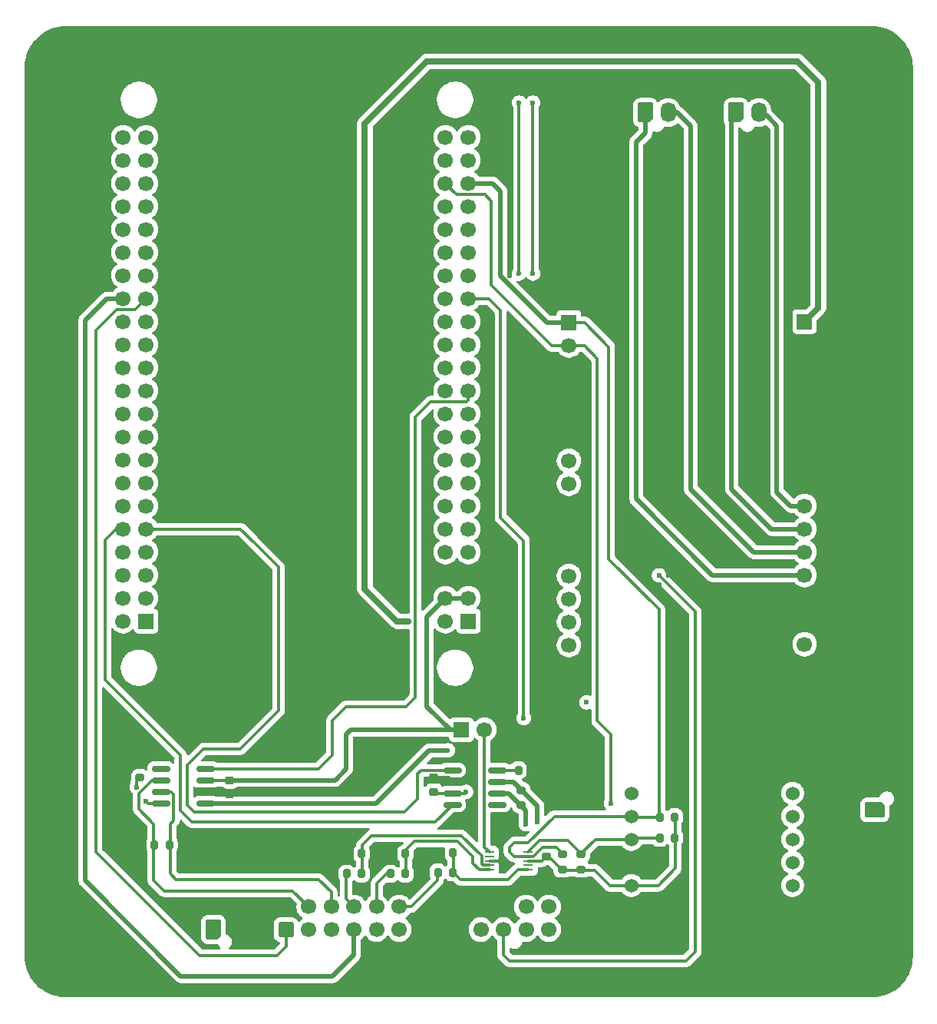
<source format=gbr>
%TF.GenerationSoftware,KiCad,Pcbnew,9.0.2*%
%TF.CreationDate,2025-06-04T20:05:53+07:00*%
%TF.ProjectId,Torque Vectoring Board,546f7271-7565-4205-9665-63746f72696e,rev?*%
%TF.SameCoordinates,Original*%
%TF.FileFunction,Copper,L1,Top*%
%TF.FilePolarity,Positive*%
%FSLAX46Y46*%
G04 Gerber Fmt 4.6, Leading zero omitted, Abs format (unit mm)*
G04 Created by KiCad (PCBNEW 9.0.2) date 2025-06-04 20:05:53*
%MOMM*%
%LPD*%
G01*
G04 APERTURE LIST*
G04 Aperture macros list*
%AMRoundRect*
0 Rectangle with rounded corners*
0 $1 Rounding radius*
0 $2 $3 $4 $5 $6 $7 $8 $9 X,Y pos of 4 corners*
0 Add a 4 corners polygon primitive as box body*
4,1,4,$2,$3,$4,$5,$6,$7,$8,$9,$2,$3,0*
0 Add four circle primitives for the rounded corners*
1,1,$1+$1,$2,$3*
1,1,$1+$1,$4,$5*
1,1,$1+$1,$6,$7*
1,1,$1+$1,$8,$9*
0 Add four rect primitives between the rounded corners*
20,1,$1+$1,$2,$3,$4,$5,0*
20,1,$1+$1,$4,$5,$6,$7,0*
20,1,$1+$1,$6,$7,$8,$9,0*
20,1,$1+$1,$8,$9,$2,$3,0*%
%AMFreePoly0*
4,1,22,0.945671,0.830970,1.026777,0.776777,1.080970,0.695671,1.100000,0.600000,1.100000,-0.600000,1.080970,-0.695671,1.026777,-0.776777,0.945671,-0.830970,0.850000,-0.850000,-0.596447,-0.850000,-0.692118,-0.830970,-0.773224,-0.776777,-1.026777,-0.523224,-1.080970,-0.442118,-1.100000,-0.346447,-1.100000,0.600000,-1.080970,0.695671,-1.026777,0.776777,-0.945671,0.830970,-0.850000,0.850000,
0.850000,0.850000,0.945671,0.830970,0.945671,0.830970,$1*%
G04 Aperture macros list end*
%TA.AperFunction,SMDPad,CuDef*%
%ADD10RoundRect,0.200000X0.275000X-0.200000X0.275000X0.200000X-0.275000X0.200000X-0.275000X-0.200000X0*%
%TD*%
%TA.AperFunction,ComponentPad*%
%ADD11FreePoly0,90.000000*%
%TD*%
%TA.AperFunction,ComponentPad*%
%ADD12O,1.700000X2.200000*%
%TD*%
%TA.AperFunction,ComponentPad*%
%ADD13C,3.600000*%
%TD*%
%TA.AperFunction,ConnectorPad*%
%ADD14C,5.700000*%
%TD*%
%TA.AperFunction,SMDPad,CuDef*%
%ADD15RoundRect,0.150000X-0.825000X-0.150000X0.825000X-0.150000X0.825000X0.150000X-0.825000X0.150000X0*%
%TD*%
%TA.AperFunction,ComponentPad*%
%ADD16C,1.524000*%
%TD*%
%TA.AperFunction,SMDPad,CuDef*%
%ADD17R,1.100000X0.250000*%
%TD*%
%TA.AperFunction,SMDPad,CuDef*%
%ADD18RoundRect,0.200000X0.200000X0.275000X-0.200000X0.275000X-0.200000X-0.275000X0.200000X-0.275000X0*%
%TD*%
%TA.AperFunction,ComponentPad*%
%ADD19FreePoly0,180.000000*%
%TD*%
%TA.AperFunction,ComponentPad*%
%ADD20O,2.200000X1.700000*%
%TD*%
%TA.AperFunction,SMDPad,CuDef*%
%ADD21RoundRect,0.200000X-0.200000X-0.275000X0.200000X-0.275000X0.200000X0.275000X-0.200000X0.275000X0*%
%TD*%
%TA.AperFunction,SMDPad,CuDef*%
%ADD22RoundRect,0.225000X-0.250000X0.225000X-0.250000X-0.225000X0.250000X-0.225000X0.250000X0.225000X0*%
%TD*%
%TA.AperFunction,SMDPad,CuDef*%
%ADD23RoundRect,0.200000X-0.275000X0.200000X-0.275000X-0.200000X0.275000X-0.200000X0.275000X0.200000X0*%
%TD*%
%TA.AperFunction,ComponentPad*%
%ADD24RoundRect,0.250000X0.600000X-0.600000X0.600000X0.600000X-0.600000X0.600000X-0.600000X-0.600000X0*%
%TD*%
%TA.AperFunction,ComponentPad*%
%ADD25C,1.700000*%
%TD*%
%TA.AperFunction,ComponentPad*%
%ADD26R,1.700000X1.700000*%
%TD*%
%TA.AperFunction,SMDPad,CuDef*%
%ADD27RoundRect,0.225000X0.250000X-0.225000X0.250000X0.225000X-0.250000X0.225000X-0.250000X-0.225000X0*%
%TD*%
%TA.AperFunction,SMDPad,CuDef*%
%ADD28RoundRect,0.150000X0.825000X0.150000X-0.825000X0.150000X-0.825000X-0.150000X0.825000X-0.150000X0*%
%TD*%
%TA.AperFunction,ViaPad*%
%ADD29C,0.600000*%
%TD*%
%TA.AperFunction,Conductor*%
%ADD30C,0.508000*%
%TD*%
%TA.AperFunction,Conductor*%
%ADD31C,0.350000*%
%TD*%
%TA.AperFunction,Conductor*%
%ADD32C,0.700000*%
%TD*%
G04 APERTURE END LIST*
D10*
%TO.P,R11,1*%
%TO.N,3V3*%
X105902000Y-126420500D03*
%TO.P,R11,2*%
%TO.N,SCL*%
X105902000Y-124770500D03*
%TD*%
D11*
%TO.P,J3,1,Pin_1*%
%TO.N,WS_FLo*%
X113000000Y-43000000D03*
D12*
%TO.P,J3,2,Pin_2*%
%TO.N,WS_FRo*%
X115500000Y-43000000D03*
%TD*%
D10*
%TO.P,R10,1*%
%TO.N,3V3*%
X103843166Y-126420500D03*
%TO.P,R10,2*%
%TO.N,SDA*%
X103843166Y-124770500D03*
%TD*%
D13*
%TO.P,H3,1,1*%
%TO.N,GND*%
X49000000Y-136000000D03*
D14*
X49000000Y-136000000D03*
%TD*%
D15*
%TO.P,U4,1,D*%
%TO.N,CAN2_TX*%
X91704500Y-115482500D03*
%TO.P,U4,2,GND*%
%TO.N,GND*%
X91704500Y-116752500D03*
%TO.P,U4,3,VCC*%
%TO.N,3V3*%
X91704500Y-118022500D03*
%TO.P,U4,4,R*%
%TO.N,CAN2_RX*%
X91704500Y-119292500D03*
%TO.P,U4,5,Vref*%
%TO.N,unconnected-(U4-Vref-Pad5)*%
X96654500Y-119292500D03*
%TO.P,U4,6,CANL*%
%TO.N,ESC2_LO*%
X96654500Y-118022500D03*
%TO.P,U4,7,CANH*%
%TO.N,ESC2_HI*%
X96654500Y-116752500D03*
%TO.P,U4,8,Rs*%
%TO.N,Net-(U4-Rs)*%
X96654500Y-115482500D03*
%TD*%
D16*
%TO.P,U2,1,VCC*%
%TO.N,3V3*%
X111450000Y-128185000D03*
%TO.P,U2,2,GND*%
%TO.N,GND*%
X111450000Y-125645000D03*
%TO.P,U2,3,SCL*%
%TO.N,SCL*%
X111450000Y-123105000D03*
%TO.P,U2,4,SDA*%
%TO.N,SDA*%
X111450000Y-120565000D03*
%TO.P,U2,5,INT*%
%TO.N,unconnected-(U2-INT-Pad5)*%
X111450000Y-118025000D03*
%TO.P,U2,6,BOOT*%
%TO.N,unconnected-(U2-BOOT-Pad6)*%
X129230000Y-128185000D03*
%TO.P,U2,7,PS1*%
%TO.N,unconnected-(U2-PS1-Pad7)*%
X129230000Y-125645000D03*
%TO.P,U2,8,PS2*%
%TO.N,unconnected-(U2-PS2-Pad8)*%
X129230000Y-123105000D03*
%TO.P,U2,9,BL-IND*%
%TO.N,unconnected-(U2-BL-IND-Pad9)*%
X129230000Y-120565000D03*
%TO.P,U2,10,RST*%
%TO.N,unconnected-(U2-RST-Pad10)*%
X129230000Y-118025000D03*
%TD*%
D17*
%TO.P,U5,1,ADDR*%
%TO.N,ADDR*%
X95760000Y-124476000D03*
%TO.P,U5,2,ALERT/RDY*%
%TO.N,unconnected-(U5-ALERT{slash}RDY-Pad2)*%
X95760000Y-124976000D03*
%TO.P,U5,3,GND*%
%TO.N,GND*%
X95760000Y-125476000D03*
%TO.P,U5,4,AIN0*%
%TO.N,STEER*%
X95760000Y-125976000D03*
%TO.P,U5,5,AIN1*%
%TO.N,APPS2*%
X95760000Y-126476000D03*
%TO.P,U5,6,AIN2*%
%TO.N,APPS1*%
X100060000Y-126476000D03*
%TO.P,U5,7,AIN3*%
%TO.N,unconnected-(U5-AIN3-Pad7)*%
X100060000Y-125976000D03*
%TO.P,U5,8,VDD*%
%TO.N,3V3*%
X100060000Y-125476000D03*
%TO.P,U5,9,SDA*%
%TO.N,SDA*%
X100060000Y-124976000D03*
%TO.P,U5,10,SCL*%
%TO.N,SCL*%
X100060000Y-124476000D03*
%TD*%
D18*
%TO.P,R5,1*%
%TO.N,GND*%
X100631000Y-115482500D03*
%TO.P,R5,2*%
%TO.N,Net-(U4-Rs)*%
X98981000Y-115482500D03*
%TD*%
D11*
%TO.P,12Vin1,1,Pin_1*%
%TO.N,12V*%
X65332000Y-133048000D03*
D12*
%TO.P,12Vin1,2,Pin_2*%
%TO.N,GND*%
X67832000Y-133048000D03*
%TD*%
D19*
%TO.P,5Vin1,1,Pin_1*%
%TO.N,5V*%
X138275000Y-119868000D03*
D20*
%TO.P,5Vin1,2,Pin_2*%
%TO.N,GND*%
X138275000Y-117368000D03*
%TD*%
D21*
%TO.P,R14,1*%
%TO.N,APPS_IN1*%
X90107000Y-126762000D03*
%TO.P,R14,2*%
%TO.N,APPS1*%
X91757000Y-126762000D03*
%TD*%
D22*
%TO.P,C2,1*%
%TO.N,3V3*%
X67132389Y-116579299D03*
%TO.P,C2,2*%
%TO.N,GND*%
X67132389Y-118129299D03*
%TD*%
D21*
%TO.P,R9,1*%
%TO.N,GND*%
X80034500Y-124698000D03*
%TO.P,R9,2*%
%TO.N,STEER*%
X81684500Y-124698000D03*
%TD*%
D18*
%TO.P,R12,1*%
%TO.N,3V3*%
X116228500Y-122952000D03*
%TO.P,R12,2*%
%TO.N,SCL*%
X114578500Y-122952000D03*
%TD*%
D21*
%TO.P,R15,1*%
%TO.N,GND*%
X90107000Y-124562000D03*
%TO.P,R15,2*%
%TO.N,APPS1*%
X91757000Y-124562000D03*
%TD*%
D23*
%TO.P,R3,1*%
%TO.N,ESC2_HI*%
X99298000Y-117705500D03*
%TO.P,R3,2*%
%TO.N,ESC2_LO*%
X99298000Y-119355500D03*
%TD*%
D24*
%TO.P,J2,1,Pin_1*%
%TO.N,GND*%
X92332000Y-133048000D03*
D25*
%TO.P,J2,2,Pin_2*%
%TO.N,WS_RL*%
X94832000Y-133048000D03*
%TO.P,J2,3,Pin_3*%
%TO.N,WS_RR*%
X97332000Y-133048000D03*
%TO.P,J2,4,Pin_4*%
%TO.N,WS_FL*%
X99832000Y-133048000D03*
%TO.P,J2,5,Pin_5*%
%TO.N,WS_FR*%
X102332000Y-133048000D03*
%TO.P,J2,6,Pin_6*%
%TO.N,GND*%
X104832000Y-133048000D03*
%TO.P,J2,7,Pin_7*%
X92332000Y-130548000D03*
%TO.P,J2,8,Pin_8*%
X94832000Y-130548000D03*
%TO.P,J2,9,Pin_9*%
X97332000Y-130548000D03*
%TO.P,J2,10,Pin_10*%
%TO.N,ESC2_LO*%
X99832000Y-130548000D03*
%TO.P,J2,11,Pin_11*%
%TO.N,ESC2_HI*%
X102332000Y-130548000D03*
%TO.P,J2,12,Pin_12*%
%TO.N,GND*%
X104832000Y-130548000D03*
%TD*%
D18*
%TO.P,R2,1*%
%TO.N,ESC1_HI*%
X60487889Y-123691299D03*
%TO.P,R2,2*%
%TO.N,ESC1_LO*%
X58837889Y-123691299D03*
%TD*%
D11*
%TO.P,J4,1,Pin_1*%
%TO.N,WS_RRo*%
X123000000Y-43000000D03*
D12*
%TO.P,J4,2,Pin_2*%
%TO.N,WS_RLo*%
X125500000Y-43000000D03*
%TD*%
D26*
%TO.P,U6,1,5V*%
%TO.N,5V*%
X130556000Y-66040000D03*
D25*
%TO.P,U6,2,12V*%
%TO.N,12V*%
X130556000Y-101600000D03*
%TO.P,U6,3,RX*%
%TO.N,STM_TX*%
X104551250Y-81374914D03*
%TO.P,U6,4,TX*%
%TO.N,STM_RX*%
X104551250Y-83914914D03*
%TO.P,U6,5,WS_RR*%
%TO.N,WS_RR*%
X104551250Y-94074914D03*
%TO.P,U6,6,WS_RL*%
%TO.N,WS_RL*%
X104551250Y-96614914D03*
%TO.P,U6,7,WS_FR*%
%TO.N,WS_FR*%
X104551250Y-99154914D03*
%TO.P,U6,8,WS_FL*%
%TO.N,WS_FL*%
X104551250Y-101694914D03*
%TO.P,U6,9,WS_RL_O*%
%TO.N,WS_RLo*%
X130556000Y-86360000D03*
%TO.P,U6,10,WS_RR_O*%
%TO.N,WS_RRo*%
X130556000Y-88900000D03*
%TO.P,U6,11,WS_FR_O*%
%TO.N,WS_FRo*%
X130556000Y-91440000D03*
%TO.P,U6,12,WS_FL_O*%
%TO.N,WS_FLo*%
X130556000Y-93980000D03*
D26*
%TO.P,U6,13,SDA*%
%TO.N,SDA*%
X104551250Y-66134914D03*
D25*
%TO.P,U6,14,SCL*%
%TO.N,SCL*%
X104551250Y-68674914D03*
%TO.P,U6,15,GND*%
%TO.N,GND*%
X104551250Y-71214914D03*
X104551250Y-73754914D03*
X104551250Y-76294914D03*
X104551250Y-78834914D03*
X104551250Y-86454914D03*
X104551250Y-88994914D03*
X104551250Y-91534914D03*
X130556000Y-68580000D03*
X130556000Y-71120000D03*
X130556000Y-73660000D03*
X130556000Y-76200000D03*
X130556000Y-78740000D03*
X130556000Y-81280000D03*
X130556000Y-83820000D03*
X130556000Y-96520000D03*
X130556000Y-99060000D03*
%TD*%
D26*
%TO.P,ADDR_SELECT1,1,Pin_1*%
%TO.N,3V3*%
X92694000Y-111014000D03*
D25*
%TO.P,ADDR_SELECT1,2,Pin_2*%
%TO.N,ADDR*%
X95234000Y-111014000D03*
%TO.P,ADDR_SELECT1,3,Pin_3*%
%TO.N,GND*%
X97774000Y-111014000D03*
%TD*%
D27*
%TO.P,C1,1*%
%TO.N,GND*%
X102092000Y-126534000D03*
%TO.P,C1,2*%
%TO.N,3V3*%
X102092000Y-124984000D03*
%TD*%
D13*
%TO.P,H2,1,1*%
%TO.N,GND*%
X138000000Y-38000000D03*
D14*
X138000000Y-38000000D03*
%TD*%
D28*
%TO.P,U3,1,D*%
%TO.N,CAN1_TX*%
X64500000Y-119142000D03*
%TO.P,U3,2,GND*%
%TO.N,GND*%
X64500000Y-117872000D03*
%TO.P,U3,3,VCC*%
%TO.N,3V3*%
X64500000Y-116602000D03*
%TO.P,U3,4,R*%
%TO.N,CAN1_RX*%
X64500000Y-115332000D03*
%TO.P,U3,5,Vref*%
%TO.N,unconnected-(U3-Vref-Pad5)*%
X59550000Y-115332000D03*
%TO.P,U3,6,CANL*%
%TO.N,ESC1_LO*%
X59550000Y-116602000D03*
%TO.P,U3,7,CANH*%
%TO.N,ESC1_HI*%
X59550000Y-117872000D03*
%TO.P,U3,8,Rs*%
%TO.N,Net-(U3-Rs)*%
X59550000Y-119142000D03*
%TD*%
D21*
%TO.P,R8,1*%
%TO.N,STEER_IN*%
X80034500Y-126898000D03*
%TO.P,R8,2*%
%TO.N,STEER*%
X81684500Y-126898000D03*
%TD*%
%TO.P,R7,1*%
%TO.N,GND*%
X84860500Y-124698000D03*
%TO.P,R7,2*%
%TO.N,APPS2*%
X86510500Y-124698000D03*
%TD*%
%TO.P,R6,1*%
%TO.N,APPS_IN2*%
X84860500Y-126898000D03*
%TO.P,R6,2*%
%TO.N,APPS2*%
X86510500Y-126898000D03*
%TD*%
D24*
%TO.P,J1,1,Pin_1*%
%TO.N,SCK*%
X73332000Y-133048000D03*
D25*
%TO.P,J1,2,Pin_2*%
%TO.N,MISO*%
X75832000Y-133048000D03*
%TO.P,J1,3,Pin_3*%
%TO.N,MOSI*%
X78332000Y-133048000D03*
%TO.P,J1,4,Pin_4*%
%TO.N,SS*%
X80832000Y-133048000D03*
%TO.P,J1,5,Pin_5*%
%TO.N,STM_TX_2*%
X83332000Y-133048000D03*
%TO.P,J1,6,Pin_6*%
%TO.N,STM_RX_2*%
X85832000Y-133048000D03*
%TO.P,J1,7,Pin_7*%
%TO.N,GND*%
X73332000Y-130548000D03*
%TO.P,J1,8,Pin_8*%
%TO.N,ESC1_LO*%
X75832000Y-130548000D03*
%TO.P,J1,9,Pin_9*%
%TO.N,ESC1_HI*%
X78332000Y-130548000D03*
%TO.P,J1,10,Pin_10*%
%TO.N,STEER_IN*%
X80832000Y-130548000D03*
%TO.P,J1,11,Pin_11*%
%TO.N,APPS_IN2*%
X83332000Y-130548000D03*
%TO.P,J1,12,Pin_12*%
%TO.N,APPS_IN1*%
X85832000Y-130548000D03*
%TD*%
D13*
%TO.P,H1,1,1*%
%TO.N,GND*%
X49000000Y-38000000D03*
D14*
X49000000Y-38000000D03*
%TD*%
D23*
%TO.P,R4,1*%
%TO.N,GND*%
X57226389Y-114634799D03*
%TO.P,R4,2*%
%TO.N,Net-(U3-Rs)*%
X57226389Y-116284799D03*
%TD*%
D27*
%TO.P,C3,1*%
%TO.N,3V3*%
X89646000Y-117872000D03*
%TO.P,C3,2*%
%TO.N,GND*%
X89646000Y-116322000D03*
%TD*%
D13*
%TO.P,H4,1,1*%
%TO.N,GND*%
X138000000Y-136000000D03*
D14*
X138000000Y-136000000D03*
%TD*%
D18*
%TO.P,R13,1*%
%TO.N,3V3*%
X116228500Y-120666000D03*
%TO.P,R13,2*%
%TO.N,SDA*%
X114578500Y-120666000D03*
%TD*%
D26*
%TO.P,U1,1,5V*%
%TO.N,5V*%
X93472000Y-99060000D03*
D25*
%TO.P,U1,2,5V*%
X90932000Y-99060000D03*
%TO.P,U1,3,3V3*%
%TO.N,3V3*%
X93472000Y-96520000D03*
%TO.P,U1,4,3V3*%
X90932000Y-96520000D03*
%TO.P,U1,5,GND*%
%TO.N,GND*%
X93472000Y-93980000D03*
%TO.P,U1,6,GND*%
X90932000Y-93980000D03*
%TO.P,U1,7,PD9*%
%TO.N,unconnected-(U1-PD9-Pad7)*%
X93472000Y-91440000D03*
%TO.P,U1,8,PD8*%
%TO.N,unconnected-(U1-PD8-Pad8)*%
X90932000Y-91440000D03*
%TO.P,U1,9,PD11*%
%TO.N,unconnected-(U1-PD11-Pad9)*%
X93472000Y-88900000D03*
%TO.P,U1,10,PD10*%
%TO.N,unconnected-(U1-PD10-Pad10)*%
X90932000Y-88900000D03*
%TO.P,U1,11,PD13*%
%TO.N,unconnected-(U1-PD13-Pad11)*%
X93472000Y-86360000D03*
%TO.P,U1,12,PD12*%
%TO.N,unconnected-(U1-PD12-Pad12)*%
X90932000Y-86360000D03*
%TO.P,U1,13,PD15*%
%TO.N,unconnected-(U1-PD15-Pad13)*%
X93472000Y-83820000D03*
%TO.P,U1,14,PD14*%
%TO.N,unconnected-(U1-PD14-Pad14)*%
X90932000Y-83820000D03*
%TO.P,U1,15,PC7*%
%TO.N,unconnected-(U1-PC7-Pad15)*%
X93472000Y-81280000D03*
%TO.P,U1,16,PC6*%
%TO.N,unconnected-(U1-PC6-Pad16)*%
X90932000Y-81280000D03*
%TO.P,U1,17,PC9*%
%TO.N,unconnected-(U1-PC9-Pad17)*%
X93472000Y-78740000D03*
%TO.P,U1,18,PC8*%
%TO.N,unconnected-(U1-PC8-Pad18)*%
X90932000Y-78740000D03*
%TO.P,U1,19,PA9/TXD1*%
%TO.N,unconnected-(U1-PA9{slash}TXD1-Pad19)*%
X93472000Y-76200000D03*
%TO.P,U1,20,PA8*%
%TO.N,unconnected-(U1-PA8-Pad20)*%
X90932000Y-76200000D03*
%TO.P,U1,21,PA11/USBM*%
%TO.N,CAN1_RX*%
X93472000Y-73660000D03*
%TO.P,U1,22,PA10/RXD1*%
%TO.N,unconnected-(U1-PA10{slash}RXD1-Pad22)*%
X90932000Y-73660000D03*
%TO.P,U1,23,PA15*%
%TO.N,unconnected-(U1-PA15-Pad23)*%
X93472000Y-71120000D03*
%TO.P,U1,24,PA12/USB_DP*%
%TO.N,CAN1_TX*%
X90932000Y-71120000D03*
%TO.P,U1,25,PC11*%
%TO.N,unconnected-(U1-PC11-Pad25)*%
X93472000Y-68580000D03*
%TO.P,U1,26,PC10*%
%TO.N,unconnected-(U1-PC10-Pad26)*%
X90932000Y-68580000D03*
%TO.P,U1,27,PD0*%
%TO.N,unconnected-(U1-PD0-Pad27)*%
X93472000Y-66040000D03*
%TO.P,U1,28,PC12*%
%TO.N,STM_TX_2*%
X90932000Y-66040000D03*
%TO.P,U1,29,PD2*%
%TO.N,STM_RX_2*%
X93472000Y-63500000D03*
%TO.P,U1,30,PD1*%
%TO.N,unconnected-(U1-PD1-Pad30)*%
X90932000Y-63500000D03*
%TO.P,U1,31,PD4*%
%TO.N,unconnected-(U1-PD4-Pad31)*%
X93472000Y-60960000D03*
%TO.P,U1,32,PD3*%
%TO.N,unconnected-(U1-PD3-Pad32)*%
X90932000Y-60960000D03*
%TO.P,U1,33,PD6*%
%TO.N,unconnected-(U1-PD6-Pad33)*%
X93472000Y-58420000D03*
%TO.P,U1,34,PD5*%
%TO.N,unconnected-(U1-PD5-Pad34)*%
X90932000Y-58420000D03*
%TO.P,U1,35,PB3*%
%TO.N,WS_RLo*%
X93472000Y-55880000D03*
%TO.P,U1,36,PD7*%
%TO.N,MOSI*%
X90932000Y-55880000D03*
%TO.P,U1,37,PB5*%
%TO.N,WS_RRo*%
X93472000Y-53340000D03*
%TO.P,U1,38,PB4*%
%TO.N,MISO*%
X90932000Y-53340000D03*
%TO.P,U1,39,PB7*%
%TO.N,SDA*%
X93472000Y-50800000D03*
%TO.P,U1,40,PB6*%
%TO.N,SCL*%
X90932000Y-50800000D03*
%TO.P,U1,41,PB9*%
%TO.N,WS_FRo*%
X93472000Y-48260000D03*
%TO.P,U1,42,PB8*%
%TO.N,unconnected-(U1-PB8-Pad42)*%
X90932000Y-48260000D03*
%TO.P,U1,43,PE1*%
%TO.N,WS_FLo*%
X93472000Y-45720000D03*
%TO.P,U1,44,PE0*%
%TO.N,unconnected-(U1-PE0-Pad44)*%
X90932000Y-45720000D03*
D26*
%TO.P,U1,45,3V3*%
%TO.N,unconnected-(U1-3V3-Pad45)*%
X57912000Y-99060000D03*
D25*
%TO.P,U1,46,3V3*%
%TO.N,unconnected-(U1-3V3-Pad46)*%
X55372000Y-99060000D03*
%TO.P,U1,47,GND*%
%TO.N,unconnected-(U1-GND-Pad47)*%
X57912000Y-96520000D03*
%TO.P,U1,48,GND*%
%TO.N,unconnected-(U1-GND-Pad48)*%
X55372000Y-96520000D03*
%TO.P,U1,49,VDDA*%
%TO.N,unconnected-(U1-VDDA-Pad49)*%
X57912000Y-93980000D03*
%TO.P,U1,50,VREF+*%
%TO.N,unconnected-(U1-VREF+-Pad50)*%
X55372000Y-93980000D03*
%TO.P,U1,51,PB15*%
%TO.N,unconnected-(U1-PB15-Pad51)*%
X57912000Y-91440000D03*
%TO.P,U1,52,PB14*%
%TO.N,unconnected-(U1-PB14-Pad52)*%
X55372000Y-91440000D03*
%TO.P,U1,53,PB13*%
%TO.N,CAN2_TX*%
X57912000Y-88900000D03*
%TO.P,U1,54,PB12*%
%TO.N,CAN2_RX*%
X55372000Y-88900000D03*
%TO.P,U1,55,PB11*%
%TO.N,unconnected-(U1-PB11-Pad55)*%
X57912000Y-86360000D03*
%TO.P,U1,56,PB10*%
%TO.N,unconnected-(U1-PB10-Pad56)*%
X55372000Y-86360000D03*
%TO.P,U1,57,PE15*%
%TO.N,unconnected-(U1-PE15-Pad57)*%
X57912000Y-83820000D03*
%TO.P,U1,58,PE14*%
%TO.N,unconnected-(U1-PE14-Pad58)*%
X55372000Y-83820000D03*
%TO.P,U1,59,PE13*%
%TO.N,unconnected-(U1-PE13-Pad59)*%
X57912000Y-81280000D03*
%TO.P,U1,60,PE12*%
%TO.N,unconnected-(U1-PE12-Pad60)*%
X55372000Y-81280000D03*
%TO.P,U1,61,PE11*%
%TO.N,unconnected-(U1-PE11-Pad61)*%
X57912000Y-78740000D03*
%TO.P,U1,62,PE10*%
%TO.N,unconnected-(U1-PE10-Pad62)*%
X55372000Y-78740000D03*
%TO.P,U1,63,PE9*%
%TO.N,unconnected-(U1-PE9-Pad63)*%
X57912000Y-76200000D03*
%TO.P,U1,64,PE8*%
%TO.N,unconnected-(U1-PE8-Pad64)*%
X55372000Y-76200000D03*
%TO.P,U1,65,PE7*%
%TO.N,unconnected-(U1-PE7-Pad65)*%
X57912000Y-73660000D03*
%TO.P,U1,66,PB2*%
%TO.N,unconnected-(U1-PB2-Pad66)*%
X55372000Y-73660000D03*
%TO.P,U1,67,PB1*%
%TO.N,unconnected-(U1-PB1-Pad67)*%
X57912000Y-71120000D03*
%TO.P,U1,68,PB0*%
%TO.N,unconnected-(U1-PB0-Pad68)*%
X55372000Y-71120000D03*
%TO.P,U1,69,PC5*%
%TO.N,unconnected-(U1-PC5-Pad69)*%
X57912000Y-68580000D03*
%TO.P,U1,70,PC4*%
%TO.N,unconnected-(U1-PC4-Pad70)*%
X55372000Y-68580000D03*
%TO.P,U1,71,PA7*%
%TO.N,unconnected-(U1-PA7-Pad71)*%
X57912000Y-66040000D03*
%TO.P,U1,72,PA6*%
%TO.N,unconnected-(U1-PA6-Pad72)*%
X55372000Y-66040000D03*
%TO.P,U1,73,PA5*%
%TO.N,SCK*%
X57912000Y-63500000D03*
%TO.P,U1,74,PA4*%
%TO.N,SS*%
X55372000Y-63500000D03*
%TO.P,U1,75,PA3*%
%TO.N,unconnected-(U1-PA3-Pad75)*%
X57912000Y-60960000D03*
%TO.P,U1,76,PA2*%
%TO.N,unconnected-(U1-PA2-Pad76)*%
X55372000Y-60960000D03*
%TO.P,U1,77,PA1*%
%TO.N,STM_RX*%
X57912000Y-58420000D03*
%TO.P,U1,78,PA0*%
%TO.N,STM_TX*%
X55372000Y-58420000D03*
%TO.P,U1,79,PC3*%
%TO.N,unconnected-(U1-PC3-Pad79)*%
X57912000Y-55880000D03*
%TO.P,U1,80,PC2*%
%TO.N,unconnected-(U1-PC2-Pad80)*%
X55372000Y-55880000D03*
%TO.P,U1,81,PC1*%
%TO.N,unconnected-(U1-PC1-Pad81)*%
X57912000Y-53340000D03*
%TO.P,U1,82,PC0*%
%TO.N,unconnected-(U1-PC0-Pad82)*%
X55372000Y-53340000D03*
%TO.P,U1,83,PC13*%
%TO.N,unconnected-(U1-PC13-Pad83)*%
X57912000Y-50800000D03*
%TO.P,U1,84,PE6*%
%TO.N,unconnected-(U1-PE6-Pad84)*%
X55372000Y-50800000D03*
%TO.P,U1,85,PE5*%
%TO.N,unconnected-(U1-PE5-Pad85)*%
X57912000Y-48260000D03*
%TO.P,U1,86,PE4*%
%TO.N,unconnected-(U1-PE4-Pad86)*%
X55372000Y-48260000D03*
%TO.P,U1,87,PE3*%
%TO.N,unconnected-(U1-PE3-Pad87)*%
X57912000Y-45720000D03*
%TO.P,U1,88,PE2*%
%TO.N,unconnected-(U1-PE2-Pad88)*%
X55372000Y-45720000D03*
%TD*%
D29*
%TO.N,GND*%
X56000000Y-113000000D03*
X115500000Y-82500000D03*
X75500000Y-45500000D03*
X120500000Y-79500000D03*
X120500000Y-73500000D03*
X115000000Y-96500000D03*
X125000000Y-72000000D03*
X120500000Y-49000000D03*
X114500000Y-93000000D03*
X115500000Y-66000000D03*
X97028000Y-122428000D03*
X76500000Y-45500000D03*
X121500000Y-85500000D03*
X120500000Y-61500000D03*
X79947640Y-139149423D03*
X94000000Y-120500000D03*
X125500000Y-84000000D03*
X120500000Y-58500000D03*
X62500000Y-131000000D03*
X74000000Y-55500000D03*
X120500000Y-81000000D03*
X92511631Y-120500178D03*
X125000000Y-63000000D03*
X55000000Y-122000000D03*
X98500000Y-109000000D03*
X101750000Y-61000000D03*
X84000000Y-124000000D03*
X125000000Y-61500000D03*
X118000000Y-88000000D03*
X125000000Y-76500000D03*
X56000000Y-111500000D03*
X94000000Y-121500000D03*
X115500000Y-84000000D03*
X73500000Y-125500000D03*
X54500000Y-113000000D03*
X124500000Y-88500000D03*
X72000000Y-125500000D03*
X125000000Y-81000000D03*
X120500000Y-57000000D03*
X60500000Y-140000000D03*
X88870036Y-125696598D03*
X115500000Y-75000000D03*
X120500000Y-70500000D03*
X120500000Y-82500000D03*
X102362000Y-127508000D03*
X79947640Y-140149423D03*
X115500000Y-47500000D03*
X125000000Y-69000000D03*
X115500000Y-81000000D03*
X115500000Y-70500000D03*
X120500000Y-69000000D03*
X116000000Y-98000000D03*
X75000000Y-55500000D03*
X100500000Y-110500000D03*
X115500000Y-69000000D03*
X71866000Y-117872000D03*
X65500000Y-123500000D03*
X120500000Y-53500000D03*
X116000000Y-101000000D03*
X117000000Y-87000000D03*
X116000000Y-86000000D03*
X115500000Y-73500000D03*
X102500000Y-42000000D03*
X92511631Y-121500178D03*
X115500000Y-78000000D03*
X61500000Y-92000000D03*
X115500000Y-94000000D03*
X120500000Y-72000000D03*
X65500000Y-125000000D03*
X78947640Y-140149423D03*
X57500000Y-126500000D03*
X121000000Y-91000000D03*
X125000000Y-57000000D03*
X120500000Y-50500000D03*
X125000000Y-66000000D03*
X120500000Y-84000000D03*
X120500000Y-76500000D03*
X115500000Y-63000000D03*
X97000000Y-41500000D03*
X61000000Y-131000000D03*
X125000000Y-73500000D03*
X125000000Y-78000000D03*
X73136000Y-117872000D03*
X57000000Y-125000000D03*
X61500000Y-140000000D03*
X120500000Y-75000000D03*
X125000000Y-67500000D03*
X120500000Y-60000000D03*
X125500000Y-89500000D03*
X84000000Y-125000000D03*
X125000000Y-79500000D03*
X115500000Y-72000000D03*
X56500000Y-120500000D03*
X101500000Y-40000000D03*
X115500000Y-61500000D03*
X120500000Y-67500000D03*
X98000000Y-42500000D03*
X125000000Y-75000000D03*
X98000000Y-61000000D03*
X75500000Y-46500000D03*
X115500000Y-76500000D03*
X98000000Y-59000000D03*
X116000000Y-99500000D03*
X125000000Y-60000000D03*
X54500000Y-111500000D03*
X97167948Y-126404073D03*
X115500000Y-60000000D03*
X123500000Y-87500000D03*
X115500000Y-58500000D03*
X120500000Y-52000000D03*
X115500000Y-49000000D03*
X122500000Y-86500000D03*
X125000000Y-82500000D03*
X125000000Y-64500000D03*
X56500000Y-122000000D03*
X56500000Y-123500000D03*
X56000000Y-126500000D03*
X122000000Y-92000000D03*
X67000000Y-125000000D03*
X70596000Y-117872000D03*
X98516369Y-122427822D03*
X61000000Y-130000000D03*
X120500000Y-64500000D03*
X69326000Y-117872000D03*
X115500000Y-53500000D03*
X67000000Y-123500000D03*
X60500000Y-139000000D03*
X55000000Y-120500000D03*
X61500000Y-90500000D03*
X120500000Y-66000000D03*
X114500000Y-95000000D03*
X75000000Y-54500000D03*
X120500000Y-47500000D03*
X62500000Y-130000000D03*
X115500000Y-50500000D03*
X101750000Y-59000000D03*
X72000000Y-124000000D03*
X55000000Y-123500000D03*
X119000000Y-89000000D03*
X88900000Y-124460000D03*
X74152000Y-117872000D03*
X115500000Y-79500000D03*
X115500000Y-64500000D03*
X125000000Y-58500000D03*
X60000000Y-90500000D03*
X73500000Y-124000000D03*
X60000000Y-92000000D03*
X120500000Y-46000000D03*
X97012000Y-125492000D03*
X125000000Y-70500000D03*
X115500000Y-57000000D03*
X55500000Y-125000000D03*
X115500000Y-52000000D03*
X120500000Y-63000000D03*
X120500000Y-78000000D03*
X120000000Y-90000000D03*
X97846809Y-125828517D03*
X101000000Y-109500000D03*
X115500000Y-67500000D03*
%TO.N,STM_RX*%
X99060000Y-41910000D03*
X99060000Y-60750000D03*
%TO.N,5V*%
X86868000Y-99060000D03*
%TO.N,STM_TX*%
X100584000Y-60750000D03*
X100584000Y-41910000D03*
%TO.N,Net-(U3-Rs)*%
X57896000Y-118888000D03*
X56880000Y-117364000D03*
%TO.N,3V3*%
X106500000Y-108000000D03*
X93202000Y-117872000D03*
%TO.N,STM_RX_2*%
X99568000Y-109728000D03*
%TO.N,CAN1_TX*%
X91186000Y-113284000D03*
%TO.N,SCL*%
X109204000Y-119142000D03*
%TO.N,ESC2_HI*%
X101076000Y-121174000D03*
%TO.N,ESC2_LO*%
X99806000Y-121428000D03*
%TO.N,WS_RR*%
X114500000Y-94000000D03*
%TD*%
D30*
%TO.N,WS_FRo*%
X116500000Y-43000000D02*
X115500000Y-43000000D01*
X118000000Y-44500000D02*
X116500000Y-43000000D01*
%TO.N,WS_FLo*%
X112000000Y-46250000D02*
X113000000Y-45250000D01*
X113000000Y-45250000D02*
X113000000Y-43000000D01*
D31*
%TO.N,APPS_IN2*%
X83332000Y-127996000D02*
X84430000Y-126898000D01*
X84430000Y-126898000D02*
X84773000Y-126898000D01*
X83332000Y-130548000D02*
X83332000Y-127996000D01*
%TO.N,GND*%
X89646000Y-116322000D02*
X91274000Y-116322000D01*
D30*
X104551250Y-71214914D02*
X104551250Y-78834914D01*
D31*
X102092000Y-126534000D02*
X102092000Y-127238000D01*
X102092000Y-127238000D02*
X102362000Y-127508000D01*
X91274000Y-116322000D02*
X91704500Y-116752500D01*
X97012000Y-125492000D02*
X96996000Y-125476000D01*
X96996000Y-125476000D02*
X95760000Y-125476000D01*
%TO.N,STM_RX*%
X99060000Y-41910000D02*
X99060000Y-60750000D01*
D32*
%TO.N,5V*%
X132080000Y-63246000D02*
X132080000Y-39624000D01*
X85598000Y-99060000D02*
X86868000Y-99060000D01*
X85598000Y-40640000D02*
X82042000Y-44196000D01*
X82042000Y-95504000D02*
X85598000Y-99060000D01*
X132080000Y-64516000D02*
X132080000Y-63246000D01*
X129794000Y-37338000D02*
X88900000Y-37338000D01*
X132080000Y-39624000D02*
X129794000Y-37338000D01*
X130556000Y-66040000D02*
X132080000Y-64516000D01*
X88900000Y-37338000D02*
X85598000Y-40640000D01*
X82042000Y-44196000D02*
X82042000Y-95504000D01*
D31*
%TO.N,STM_TX*%
X100584000Y-41910000D02*
X100584000Y-60750000D01*
%TO.N,APPS_IN1*%
X87130000Y-130548000D02*
X85832000Y-130548000D01*
X90019500Y-126762000D02*
X90019500Y-127658500D01*
X90019500Y-127658500D02*
X87130000Y-130548000D01*
%TO.N,Net-(U3-Rs)*%
X59550000Y-119142000D02*
X58150000Y-119142000D01*
X56880000Y-116718688D02*
X57226389Y-116372299D01*
X58150000Y-119142000D02*
X57896000Y-118888000D01*
X56880000Y-117364000D02*
X56880000Y-116718688D01*
%TO.N,Net-(U4-Rs)*%
X98893500Y-115482500D02*
X96654500Y-115482500D01*
%TO.N,3V3*%
X64500000Y-116602000D02*
X67109688Y-116602000D01*
D30*
X67132389Y-116579299D02*
X78746701Y-116579299D01*
X78746701Y-116579299D02*
X79994000Y-115332000D01*
X92694000Y-111014000D02*
X81010000Y-111014000D01*
D31*
X116316000Y-126254000D02*
X116316000Y-122952000D01*
D30*
X90932000Y-96520000D02*
X93472000Y-96520000D01*
D31*
X114385000Y-128185000D02*
X116316000Y-126254000D01*
X109103000Y-128185000D02*
X111450000Y-128185000D01*
D30*
X91456000Y-111014000D02*
X92694000Y-111014000D01*
D31*
X102092000Y-124984000D02*
X102319166Y-124984000D01*
X102092000Y-124984000D02*
X101600000Y-125476000D01*
X102319166Y-124984000D02*
X103843166Y-126508000D01*
X91704500Y-118022500D02*
X93051500Y-118022500D01*
D30*
X88900000Y-108458000D02*
X91456000Y-111014000D01*
D31*
X111450000Y-128185000D02*
X114385000Y-128185000D01*
D30*
X80756000Y-111014000D02*
X80502000Y-111014000D01*
D31*
X101600000Y-125476000D02*
X100060000Y-125476000D01*
X116316000Y-120666000D02*
X116316000Y-122952000D01*
X89796500Y-118022500D02*
X89646000Y-117872000D01*
X105902000Y-126508000D02*
X107426000Y-126508000D01*
D30*
X90932000Y-96520000D02*
X88900000Y-98552000D01*
X80502000Y-111014000D02*
X79994000Y-111522000D01*
D31*
X91704500Y-118022500D02*
X89796500Y-118022500D01*
X67109688Y-116602000D02*
X67132389Y-116579299D01*
X107426000Y-126508000D02*
X109103000Y-128185000D01*
D30*
X81010000Y-111014000D02*
X80756000Y-111014000D01*
X79994000Y-115332000D02*
X79994000Y-111522000D01*
X88900000Y-98552000D02*
X88900000Y-108458000D01*
D31*
X103843166Y-126508000D02*
X105902000Y-126508000D01*
X93051500Y-118022500D02*
X93202000Y-117872000D01*
%TO.N,STM_RX_2*%
X97028000Y-87630000D02*
X97028000Y-64770000D01*
X97028000Y-64770000D02*
X95758000Y-63500000D01*
X95758000Y-63500000D02*
X93472000Y-63500000D01*
X99568000Y-109728000D02*
X99568000Y-90170000D01*
X99568000Y-90170000D02*
X97028000Y-87630000D01*
%TO.N,CAN2_RX*%
X53400000Y-90100000D02*
X54600000Y-88900000D01*
X53400000Y-105500000D02*
X53400000Y-90100000D01*
X61716157Y-113816157D02*
X53400000Y-105500000D01*
X89823000Y-121174000D02*
X62974833Y-121174000D01*
X91704500Y-119292500D02*
X89823000Y-121174000D01*
X62974833Y-121174000D02*
X61716157Y-119915324D01*
X54600000Y-88900000D02*
X54921000Y-88900000D01*
X61716157Y-119915324D02*
X61716157Y-113816157D01*
D30*
%TO.N,CAN1_TX*%
X89154000Y-113284000D02*
X83296000Y-119142000D01*
X83296000Y-119142000D02*
X64500000Y-119142000D01*
D31*
X90932000Y-71374000D02*
X90932000Y-71120000D01*
D30*
X91186000Y-113284000D02*
X89154000Y-113284000D01*
D31*
%TO.N,SCK*%
X73332000Y-134948000D02*
X73332000Y-133048000D01*
X54629435Y-64750565D02*
X52400000Y-66980000D01*
X52400000Y-66980000D02*
X52400000Y-124536000D01*
X56661435Y-64750565D02*
X54629435Y-64750565D01*
X52400000Y-124536000D02*
X63770000Y-135906000D01*
X63770000Y-135906000D02*
X72374000Y-135906000D01*
X72374000Y-135906000D02*
X73332000Y-134948000D01*
X57912000Y-63500000D02*
X56661435Y-64750565D01*
D30*
%TO.N,SS*%
X80832000Y-135830000D02*
X80832000Y-133048000D01*
X53594000Y-63500000D02*
X51200000Y-65894000D01*
X78486000Y-138176000D02*
X80832000Y-135830000D01*
X55372000Y-63500000D02*
X53594000Y-63500000D01*
X51200000Y-127654000D02*
X61722000Y-138176000D01*
X61722000Y-138176000D02*
X78486000Y-138176000D01*
X51200000Y-65894000D02*
X51200000Y-127654000D01*
D31*
%TO.N,SDA*%
X105648000Y-120565000D02*
X111450000Y-120565000D01*
X114491000Y-120666000D02*
X114491000Y-97727000D01*
X98028000Y-123968000D02*
X98536000Y-123460000D01*
X98028000Y-124476000D02*
X98028000Y-123968000D01*
X114491000Y-120666000D02*
X111551000Y-120666000D01*
X98536000Y-124984000D02*
X98028000Y-124476000D01*
X98536000Y-123460000D02*
X100060000Y-123460000D01*
X100060000Y-124976000D02*
X99306000Y-124976000D01*
X101648000Y-123968000D02*
X100640000Y-124976000D01*
X99306000Y-124976000D02*
X99298000Y-124984000D01*
X100640000Y-124976000D02*
X100060000Y-124976000D01*
X114491000Y-97727000D02*
X114427000Y-97663000D01*
X108966000Y-92202000D02*
X108966000Y-68834000D01*
X106266914Y-66134914D02*
X104551250Y-66134914D01*
X102955000Y-120565000D02*
X104632000Y-120565000D01*
D30*
X97000000Y-51662181D02*
X97000000Y-61000000D01*
D31*
X103128166Y-123968000D02*
X101648000Y-123968000D01*
X99298000Y-124984000D02*
X98536000Y-124984000D01*
X103843166Y-124683000D02*
X103128166Y-123968000D01*
X100060000Y-123460000D02*
X102955000Y-120565000D01*
D30*
X102134914Y-66134914D02*
X104551250Y-66134914D01*
X97000000Y-61000000D02*
X102134914Y-66134914D01*
D31*
X108966000Y-68834000D02*
X106266914Y-66134914D01*
X114427000Y-97663000D02*
X108966000Y-92202000D01*
D30*
X96137819Y-50800000D02*
X97000000Y-51662181D01*
X93472000Y-50800000D02*
X96137819Y-50800000D01*
D31*
X105140000Y-120565000D02*
X105648000Y-120565000D01*
X104632000Y-120565000D02*
X105140000Y-120565000D01*
%TO.N,CAN1_RX*%
X78470000Y-113808000D02*
X78470000Y-109998000D01*
X76946000Y-115332000D02*
X78470000Y-113808000D01*
X64500000Y-115332000D02*
X76946000Y-115332000D01*
X87630000Y-76570000D02*
X89300000Y-74900000D01*
X87630000Y-107442000D02*
X87630000Y-76570000D01*
X93244000Y-74900000D02*
X93472000Y-74672000D01*
X89300000Y-74900000D02*
X93244000Y-74900000D01*
X86614000Y-108458000D02*
X87630000Y-107442000D01*
X93472000Y-74672000D02*
X93472000Y-73660000D01*
X80010000Y-108458000D02*
X86614000Y-108458000D01*
X78470000Y-109998000D02*
X80010000Y-108458000D01*
%TO.N,SCL*%
X111450000Y-123105000D02*
X107480000Y-123105000D01*
X101330000Y-123206000D02*
X100060000Y-124476000D01*
X90932000Y-50800000D02*
X92168905Y-52036905D01*
X96000000Y-52750000D02*
X96000000Y-62000000D01*
X102674914Y-68674914D02*
X104551250Y-68674914D01*
X114491000Y-122952000D02*
X111603000Y-122952000D01*
X105902000Y-124683000D02*
X104425000Y-123206000D01*
X92168905Y-52036905D02*
X95286905Y-52036905D01*
X95286905Y-52036905D02*
X96000000Y-52750000D01*
X107696000Y-110014000D02*
X109204000Y-111522000D01*
X104425000Y-123206000D02*
X103108000Y-123206000D01*
X96000000Y-62000000D02*
X102674914Y-68674914D01*
X109204000Y-111522000D02*
X109204000Y-119142000D01*
X107696000Y-70104000D02*
X107696000Y-110014000D01*
X106266914Y-68674914D02*
X107696000Y-70104000D01*
X107480000Y-123105000D02*
X105902000Y-124683000D01*
X104551250Y-68674914D02*
X106266914Y-68674914D01*
X103108000Y-123206000D02*
X101330000Y-123206000D01*
%TO.N,CAN2_TX*%
X72535173Y-108914893D02*
X68315686Y-113134380D01*
X88225500Y-115482500D02*
X91704500Y-115482500D01*
X87868000Y-118634000D02*
X87868000Y-115840000D01*
X64206545Y-113134380D02*
X62413466Y-114927459D01*
X62413466Y-119335447D02*
X63183435Y-120105416D01*
X69723000Y-90297000D02*
X68326000Y-88900000D01*
X68326000Y-88900000D02*
X57912000Y-88900000D01*
X72535173Y-93500000D02*
X72535173Y-108914893D01*
X69723000Y-90297000D02*
X69596000Y-90170000D01*
X63183435Y-120105416D02*
X86396584Y-120105416D01*
X72535173Y-93500000D02*
X72535173Y-93109173D01*
X87868000Y-115840000D02*
X88225500Y-115482500D01*
X72535173Y-93109173D02*
X69723000Y-90297000D01*
X62413466Y-114927459D02*
X62413466Y-119335447D01*
X68315686Y-113134380D02*
X64206545Y-113134380D01*
X86396584Y-120105416D02*
X87868000Y-118634000D01*
%TO.N,ESC1_LO*%
X58750389Y-121405299D02*
X58750389Y-123691299D01*
X58750389Y-127616389D02*
X59928000Y-128794000D01*
X74078000Y-128794000D02*
X75832000Y-130548000D01*
X58750389Y-121405299D02*
X57134000Y-119788910D01*
X58575001Y-116602000D02*
X59550000Y-116602000D01*
X57134000Y-119788910D02*
X57134000Y-118043001D01*
X57134000Y-118043001D02*
X58575001Y-116602000D01*
X59928000Y-128794000D02*
X74078000Y-128794000D01*
X58750389Y-123691299D02*
X58750389Y-127616389D01*
%TO.N,ESC1_HI*%
X60944000Y-118126000D02*
X60944000Y-121036688D01*
X60575389Y-121405299D02*
X60575389Y-123691299D01*
X76946000Y-127524000D02*
X78332000Y-128910000D01*
X60690000Y-117872000D02*
X60944000Y-118126000D01*
X60944000Y-121036688D02*
X60575389Y-121405299D01*
X60575389Y-123691299D02*
X60575389Y-126901389D01*
X59550000Y-117872000D02*
X60690000Y-117872000D01*
X61198000Y-127524000D02*
X76946000Y-127524000D01*
X60575389Y-126901389D02*
X61198000Y-127524000D01*
X78332000Y-128910000D02*
X78332000Y-130548000D01*
%TO.N,STEER*%
X94934000Y-124938000D02*
X94934000Y-125877000D01*
X81772000Y-123714000D02*
X82788000Y-122698000D01*
X81772000Y-126898000D02*
X81772000Y-124698000D01*
X81772000Y-124698000D02*
X81772000Y-123714000D01*
X92694000Y-122698000D02*
X94934000Y-124938000D01*
X95033000Y-125976000D02*
X95760000Y-125976000D01*
X82788000Y-122698000D02*
X92694000Y-122698000D01*
X94934000Y-125877000D02*
X95033000Y-125976000D01*
D30*
%TO.N,ESC2_HI*%
X96654500Y-116752500D02*
X98432500Y-116752500D01*
X101076000Y-119396000D02*
X101076000Y-121174000D01*
X98432500Y-116752500D02*
X99298000Y-117618000D01*
X99298000Y-117618000D02*
X101076000Y-119396000D01*
D31*
%TO.N,ADDR*%
X95234000Y-123950000D02*
X95760000Y-124476000D01*
X95234000Y-111014000D02*
X95234000Y-123950000D01*
D30*
%TO.N,ESC2_LO*%
X99806000Y-119951000D02*
X99298000Y-119443000D01*
X97877500Y-118022500D02*
X99298000Y-119443000D01*
X96654500Y-118022500D02*
X97877500Y-118022500D01*
X99806000Y-121428000D02*
X99806000Y-119951000D01*
D31*
%TO.N,APPS2*%
X86598000Y-124222000D02*
X87514553Y-123305447D01*
X86598000Y-126898000D02*
X86598000Y-124698000D01*
X87514553Y-123305447D02*
X92285447Y-123305447D01*
X94694000Y-126476000D02*
X95760000Y-126476000D01*
X86598000Y-124698000D02*
X86598000Y-124222000D01*
X92285447Y-123305447D02*
X93964000Y-124984000D01*
X93964000Y-125746000D02*
X94694000Y-126476000D01*
X93964000Y-124984000D02*
X93964000Y-125746000D01*
%TO.N,WS_RR*%
X118500000Y-104000000D02*
X118500000Y-98000000D01*
X117500000Y-136500000D02*
X118500000Y-135500000D01*
X118500000Y-135500000D02*
X118500000Y-104000000D01*
X118500000Y-98000000D02*
X114500000Y-94000000D01*
X97332000Y-135832000D02*
X98000000Y-136500000D01*
X98000000Y-136500000D02*
X117500000Y-136500000D01*
X97332000Y-133048000D02*
X97332000Y-135832000D01*
%TO.N,STEER_IN*%
X79947000Y-126898000D02*
X79947000Y-129663000D01*
X79947000Y-129663000D02*
X80832000Y-130548000D01*
%TO.N,APPS1*%
X97857210Y-127524000D02*
X98905210Y-126476000D01*
X91844500Y-126762000D02*
X92606500Y-127524000D01*
X91844500Y-124562000D02*
X91844500Y-126762000D01*
X92606500Y-127524000D02*
X97857210Y-127524000D01*
X98905210Y-126476000D02*
X100060000Y-126476000D01*
D30*
%TO.N,WS_FLo*%
X130556000Y-93980000D02*
X120396000Y-93980000D01*
X120396000Y-93980000D02*
X112000000Y-85584000D01*
X112000000Y-85584000D02*
X112000000Y-46250000D01*
%TO.N,WS_FRo*%
X124940000Y-91440000D02*
X118000000Y-84500000D01*
X118000000Y-84500000D02*
X118000000Y-44500000D01*
%TO.N,WS_RLo*%
X129032000Y-86360000D02*
X127508000Y-84836000D01*
X127508000Y-84836000D02*
X127508000Y-44500000D01*
X126508000Y-43500000D02*
X127508000Y-44500000D01*
X126500000Y-43500000D02*
X126508000Y-43500000D01*
X126500000Y-43500000D02*
X125500000Y-42500000D01*
X130556000Y-86360000D02*
X129032000Y-86360000D01*
%TO.N,WS_RRo*%
X122508000Y-84508000D02*
X122508000Y-42926000D01*
X126900000Y-88900000D02*
X122508000Y-84508000D01*
X130556000Y-88900000D02*
X126900000Y-88900000D01*
%TO.N,WS_FRo*%
X130556000Y-91440000D02*
X124940000Y-91440000D01*
%TD*%
%TA.AperFunction,Conductor*%
%TO.N,GND*%
G36*
X53280703Y-106336450D02*
G01*
X53287181Y-106342482D01*
X61004338Y-114059639D01*
X61037823Y-114120962D01*
X61040657Y-114147320D01*
X61040657Y-114628348D01*
X61020972Y-114695387D01*
X60968168Y-114741142D01*
X60899010Y-114751086D01*
X60835454Y-114722061D01*
X60828976Y-114716029D01*
X60776870Y-114663923D01*
X60776862Y-114663917D01*
X60635396Y-114580255D01*
X60635393Y-114580254D01*
X60477573Y-114534402D01*
X60477567Y-114534401D01*
X60440701Y-114531500D01*
X60440694Y-114531500D01*
X58659306Y-114531500D01*
X58659298Y-114531500D01*
X58622432Y-114534401D01*
X58622426Y-114534402D01*
X58464606Y-114580254D01*
X58464603Y-114580255D01*
X58323137Y-114663917D01*
X58323129Y-114663923D01*
X58206923Y-114780129D01*
X58206917Y-114780137D01*
X58123255Y-114921603D01*
X58123254Y-114921606D01*
X58077402Y-115079426D01*
X58077401Y-115079432D01*
X58074500Y-115116298D01*
X58074500Y-115392848D01*
X58054815Y-115459887D01*
X58002011Y-115505642D01*
X57932853Y-115515586D01*
X57886351Y-115498965D01*
X57790997Y-115441322D01*
X57790996Y-115441321D01*
X57790995Y-115441321D01*
X57628585Y-115390713D01*
X57628583Y-115390712D01*
X57628581Y-115390712D01*
X57579167Y-115386222D01*
X57558005Y-115384299D01*
X56894773Y-115384299D01*
X56875534Y-115386047D01*
X56824196Y-115390712D01*
X56661782Y-115441321D01*
X56516200Y-115529329D01*
X56395919Y-115649610D01*
X56307911Y-115795192D01*
X56257302Y-115957606D01*
X56250889Y-116028185D01*
X56250889Y-116447664D01*
X56246739Y-116479475D01*
X56244615Y-116487475D01*
X56230459Y-116521652D01*
X56216016Y-116594263D01*
X56215254Y-116598092D01*
X56215252Y-116598101D01*
X56204500Y-116652154D01*
X56204500Y-116896479D01*
X56184815Y-116963518D01*
X56183602Y-116965370D01*
X56170609Y-116984814D01*
X56170602Y-116984827D01*
X56110264Y-117130498D01*
X56110261Y-117130510D01*
X56079500Y-117285153D01*
X56079500Y-117442846D01*
X56110261Y-117597489D01*
X56110264Y-117597501D01*
X56170602Y-117743172D01*
X56170609Y-117743185D01*
X56258210Y-117874288D01*
X56258213Y-117874292D01*
X56369705Y-117985784D01*
X56369710Y-117985788D01*
X56369711Y-117985789D01*
X56403390Y-118008292D01*
X56448195Y-118061902D01*
X56458500Y-118111394D01*
X56458500Y-119855445D01*
X56484457Y-119985938D01*
X56484459Y-119985946D01*
X56535378Y-120108875D01*
X56535383Y-120108885D01*
X56609304Y-120219515D01*
X56609307Y-120219519D01*
X58038570Y-121648781D01*
X58072055Y-121710104D01*
X58074889Y-121736462D01*
X58074889Y-122958998D01*
X58057006Y-123023147D01*
X57994412Y-123126690D01*
X57943802Y-123289106D01*
X57937389Y-123359685D01*
X57937389Y-124022912D01*
X57943802Y-124093491D01*
X57943802Y-124093493D01*
X57943803Y-124093495D01*
X57994411Y-124255905D01*
X58057006Y-124359450D01*
X58074889Y-124423598D01*
X58074889Y-127682924D01*
X58100846Y-127813417D01*
X58100848Y-127813425D01*
X58151767Y-127936354D01*
X58151772Y-127936364D01*
X58225693Y-128046994D01*
X58225696Y-128046998D01*
X59403305Y-129224606D01*
X59497394Y-129318695D01*
X59497397Y-129318697D01*
X59497398Y-129318698D01*
X59608020Y-129392613D01*
X59608023Y-129392614D01*
X59608031Y-129392620D01*
X59608037Y-129392622D01*
X59608038Y-129392623D01*
X59723987Y-129440650D01*
X59730964Y-129443540D01*
X59730968Y-129443540D01*
X59730969Y-129443541D01*
X59861466Y-129469500D01*
X59861469Y-129469500D01*
X73746837Y-129469500D01*
X73813876Y-129489185D01*
X73834518Y-129505819D01*
X74476327Y-130147628D01*
X74509812Y-130208951D01*
X74511119Y-130254707D01*
X74481500Y-130441713D01*
X74481500Y-130654286D01*
X74514753Y-130864239D01*
X74580444Y-131066414D01*
X74676951Y-131255820D01*
X74801890Y-131427786D01*
X74952209Y-131578105D01*
X74952214Y-131578109D01*
X75116793Y-131697682D01*
X75159459Y-131753011D01*
X75165438Y-131822625D01*
X75132833Y-131884420D01*
X75116793Y-131898318D01*
X74952215Y-132017889D01*
X74813398Y-132156706D01*
X74752075Y-132190190D01*
X74682383Y-132185206D01*
X74626450Y-132143334D01*
X74620178Y-132134120D01*
X74524712Y-131979344D01*
X74400657Y-131855289D01*
X74400656Y-131855288D01*
X74251334Y-131763186D01*
X74084797Y-131708001D01*
X74084795Y-131708000D01*
X73982010Y-131697500D01*
X72681998Y-131697500D01*
X72681981Y-131697501D01*
X72579203Y-131708000D01*
X72579200Y-131708001D01*
X72412668Y-131763185D01*
X72412663Y-131763187D01*
X72263342Y-131855289D01*
X72139289Y-131979342D01*
X72047187Y-132128663D01*
X72047185Y-132128668D01*
X72042325Y-132143334D01*
X71992001Y-132295203D01*
X71992001Y-132295204D01*
X71992000Y-132295204D01*
X71981500Y-132397983D01*
X71981500Y-133698001D01*
X71981501Y-133698018D01*
X71992000Y-133800796D01*
X71992001Y-133800799D01*
X72037894Y-133939294D01*
X72047186Y-133967334D01*
X72139288Y-134116656D01*
X72263344Y-134240712D01*
X72412666Y-134332814D01*
X72514438Y-134366538D01*
X72571504Y-134385448D01*
X72591536Y-134399318D01*
X72613703Y-134409441D01*
X72619751Y-134418853D01*
X72628949Y-134425221D01*
X72638302Y-134447719D01*
X72651477Y-134468219D01*
X72653935Y-134485320D01*
X72655772Y-134489737D01*
X72656500Y-134503154D01*
X72656500Y-134616837D01*
X72636815Y-134683876D01*
X72620181Y-134704518D01*
X72130518Y-135194181D01*
X72069195Y-135227666D01*
X72042837Y-135230500D01*
X67169909Y-135230500D01*
X67102870Y-135210815D01*
X67057115Y-135158011D01*
X67047171Y-135088853D01*
X67076196Y-135025297D01*
X67091246Y-135010645D01*
X67092283Y-135009792D01*
X67092289Y-135009789D01*
X67203789Y-134898289D01*
X67291394Y-134767179D01*
X67351737Y-134621497D01*
X67382500Y-134466842D01*
X67382500Y-134309158D01*
X67382500Y-134309155D01*
X67382499Y-134309153D01*
X67380590Y-134299555D01*
X67351737Y-134154503D01*
X67336061Y-134116657D01*
X67291397Y-134008827D01*
X67291390Y-134008814D01*
X67203789Y-133877711D01*
X67203786Y-133877707D01*
X67092292Y-133766213D01*
X67092288Y-133766210D01*
X66961185Y-133678609D01*
X66961172Y-133678602D01*
X66815501Y-133618264D01*
X66815491Y-133618261D01*
X66792308Y-133613650D01*
X66730397Y-133581265D01*
X66695823Y-133520549D01*
X66692500Y-133492033D01*
X66692500Y-132198002D01*
X66687116Y-132143334D01*
X66682787Y-132099380D01*
X66663376Y-132001796D01*
X66657645Y-131979344D01*
X66649995Y-131949371D01*
X66649994Y-131949367D01*
X66649994Y-131949366D01*
X66587897Y-131819576D01*
X66532620Y-131736848D01*
X66500191Y-131693527D01*
X66393152Y-131597380D01*
X66310424Y-131542103D01*
X66310423Y-131542102D01*
X66263887Y-131514491D01*
X66263886Y-131514490D01*
X66128210Y-131466625D01*
X66128204Y-131466624D01*
X66080065Y-131457048D01*
X66030616Y-131447212D01*
X65956188Y-131439882D01*
X65932000Y-131437500D01*
X64732000Y-131437500D01*
X64710453Y-131439622D01*
X64633383Y-131447212D01*
X64535793Y-131466624D01*
X64535771Y-131466629D01*
X64483371Y-131480004D01*
X64483367Y-131480005D01*
X64353572Y-131542105D01*
X64270854Y-131597375D01*
X64270840Y-131597385D01*
X64227527Y-131629809D01*
X64131377Y-131736851D01*
X64131377Y-131736852D01*
X64076102Y-131819576D01*
X64048491Y-131866112D01*
X64048490Y-131866113D01*
X64000625Y-132001789D01*
X64000624Y-132001796D01*
X63981212Y-132099383D01*
X63978328Y-132128668D01*
X63971500Y-132198000D01*
X63971500Y-133898000D01*
X63974434Y-133927786D01*
X63981212Y-133996616D01*
X64000624Y-134094206D01*
X64000629Y-134094228D01*
X64014004Y-134146628D01*
X64014006Y-134146634D01*
X64076103Y-134276424D01*
X64076104Y-134276426D01*
X64076105Y-134276427D01*
X64113781Y-134332814D01*
X64131380Y-134359152D01*
X64163809Y-134402473D01*
X64270848Y-134498620D01*
X64353576Y-134553897D01*
X64400112Y-134581508D01*
X64400113Y-134581509D01*
X64535789Y-134629374D01*
X64535791Y-134629374D01*
X64535796Y-134629376D01*
X64633380Y-134648787D01*
X64732000Y-134658500D01*
X64732002Y-134658500D01*
X65678442Y-134658500D01*
X65678447Y-134658500D01*
X65730223Y-134653400D01*
X65798867Y-134666419D01*
X65849578Y-134714483D01*
X65856933Y-134729341D01*
X65872603Y-134767172D01*
X65872607Y-134767181D01*
X65872609Y-134767185D01*
X65960210Y-134898288D01*
X65960213Y-134898292D01*
X66071705Y-135009784D01*
X66072754Y-135010645D01*
X66073155Y-135011234D01*
X66076018Y-135014097D01*
X66075475Y-135014639D01*
X66112089Y-135068390D01*
X66113961Y-135138235D01*
X66077775Y-135198004D01*
X66015020Y-135228721D01*
X65994091Y-135230500D01*
X64101163Y-135230500D01*
X64034124Y-135210815D01*
X64013482Y-135194181D01*
X53111819Y-124292518D01*
X53078334Y-124231195D01*
X53075500Y-124204837D01*
X53075500Y-106430163D01*
X53095185Y-106363124D01*
X53147989Y-106317369D01*
X53217147Y-106307425D01*
X53280703Y-106336450D01*
G37*
%TD.AperFunction*%
%TA.AperFunction,Conductor*%
G36*
X86258875Y-123393185D02*
G01*
X86304630Y-123445989D01*
X86314574Y-123515147D01*
X86285549Y-123578703D01*
X86279524Y-123585173D01*
X86207256Y-123657442D01*
X86135886Y-123728812D01*
X86085096Y-123759515D01*
X86020898Y-123779520D01*
X86020896Y-123779520D01*
X85875311Y-123867530D01*
X85755030Y-123987811D01*
X85667022Y-124133393D01*
X85616413Y-124295807D01*
X85610000Y-124366386D01*
X85610000Y-125029613D01*
X85616413Y-125100192D01*
X85616413Y-125100194D01*
X85616414Y-125100196D01*
X85667022Y-125262606D01*
X85755028Y-125408185D01*
X85875315Y-125528472D01*
X85875317Y-125528473D01*
X85880619Y-125533775D01*
X85879647Y-125534746D01*
X85915603Y-125585036D01*
X85922500Y-125625814D01*
X85922500Y-125970184D01*
X85913765Y-125999928D01*
X85907012Y-126030193D01*
X85903757Y-126034012D01*
X85902815Y-126037223D01*
X85885710Y-126058334D01*
X85878148Y-126065815D01*
X85875315Y-126067528D01*
X85772991Y-126169851D01*
X85772710Y-126170130D01*
X85742144Y-126186608D01*
X85711858Y-126203146D01*
X85711514Y-126203121D01*
X85711209Y-126203286D01*
X85676671Y-126200629D01*
X85642166Y-126198162D01*
X85641836Y-126197950D01*
X85641545Y-126197928D01*
X85640100Y-126196834D01*
X85597819Y-126169661D01*
X85495688Y-126067530D01*
X85495284Y-126067286D01*
X85350106Y-125979522D01*
X85187696Y-125928914D01*
X85187694Y-125928913D01*
X85187692Y-125928913D01*
X85138278Y-125924423D01*
X85117116Y-125922500D01*
X84603884Y-125922500D01*
X84584645Y-125924248D01*
X84533307Y-125928913D01*
X84370893Y-125979522D01*
X84225311Y-126067530D01*
X84105030Y-126187811D01*
X84081944Y-126226000D01*
X84035501Y-126302827D01*
X84017021Y-126333396D01*
X84016026Y-126336589D01*
X84014295Y-126339450D01*
X84013942Y-126340237D01*
X84013846Y-126340194D01*
X83985323Y-126387374D01*
X82807307Y-127565390D01*
X82807304Y-127565394D01*
X82733383Y-127676024D01*
X82733378Y-127676034D01*
X82682459Y-127798963D01*
X82682457Y-127798970D01*
X82667517Y-127874083D01*
X82656817Y-127927876D01*
X82656500Y-127929469D01*
X82656500Y-127929472D01*
X82656500Y-129306288D01*
X82636815Y-129373327D01*
X82605385Y-129406606D01*
X82452214Y-129517890D01*
X82452209Y-129517894D01*
X82301894Y-129668209D01*
X82301890Y-129668214D01*
X82182318Y-129832793D01*
X82126989Y-129875459D01*
X82057375Y-129881438D01*
X81995580Y-129848833D01*
X81981682Y-129832793D01*
X81862109Y-129668214D01*
X81862105Y-129668209D01*
X81711786Y-129517890D01*
X81539820Y-129392951D01*
X81350414Y-129296444D01*
X81350413Y-129296443D01*
X81350412Y-129296443D01*
X81148243Y-129230754D01*
X81148241Y-129230753D01*
X81148240Y-129230753D01*
X80986957Y-129205208D01*
X80938287Y-129197500D01*
X80746500Y-129197500D01*
X80679461Y-129177815D01*
X80633706Y-129125011D01*
X80622500Y-129073500D01*
X80622500Y-127825814D01*
X80631234Y-127796069D01*
X80637988Y-127765805D01*
X80641242Y-127761986D01*
X80642185Y-127758775D01*
X80659290Y-127737664D01*
X80666846Y-127730187D01*
X80669685Y-127728472D01*
X80772195Y-127625961D01*
X80772289Y-127625869D01*
X80802775Y-127609433D01*
X80833140Y-127592853D01*
X80833484Y-127592877D01*
X80833790Y-127592713D01*
X80868340Y-127595370D01*
X80902832Y-127597837D01*
X80903161Y-127598048D01*
X80903454Y-127598071D01*
X80904904Y-127599168D01*
X80947180Y-127626338D01*
X81049311Y-127728469D01*
X81049313Y-127728470D01*
X81049315Y-127728472D01*
X81194894Y-127816478D01*
X81357304Y-127867086D01*
X81427884Y-127873500D01*
X81427887Y-127873500D01*
X81941113Y-127873500D01*
X81941116Y-127873500D01*
X82011696Y-127867086D01*
X82174106Y-127816478D01*
X82319685Y-127728472D01*
X82439972Y-127608185D01*
X82527978Y-127462606D01*
X82578586Y-127300196D01*
X82585000Y-127229616D01*
X82585000Y-126566384D01*
X82578586Y-126495804D01*
X82527978Y-126333394D01*
X82473646Y-126243517D01*
X82465383Y-126229848D01*
X82447500Y-126165699D01*
X82447500Y-125430299D01*
X82465382Y-125366151D01*
X82527978Y-125262606D01*
X82578586Y-125100196D01*
X82585000Y-125029616D01*
X82585000Y-124366384D01*
X82578586Y-124295804D01*
X82527978Y-124133394D01*
X82495320Y-124079371D01*
X82477485Y-124011820D01*
X82499002Y-123945346D01*
X82513752Y-123927548D01*
X83031482Y-123409819D01*
X83092805Y-123376334D01*
X83119163Y-123373500D01*
X86191836Y-123373500D01*
X86258875Y-123393185D01*
G37*
%TD.AperFunction*%
%TA.AperFunction,Conductor*%
G36*
X90776421Y-123988667D02*
G01*
X90803487Y-123993015D01*
X90809466Y-123998371D01*
X90817166Y-124000632D01*
X90835112Y-124021343D01*
X90855531Y-124039633D01*
X90857665Y-124047370D01*
X90862921Y-124053436D01*
X90866821Y-124080565D01*
X90874110Y-124106987D01*
X90872269Y-124118449D01*
X90872865Y-124122594D01*
X90868513Y-124141834D01*
X90862914Y-124159802D01*
X90862914Y-124159804D01*
X90856500Y-124230384D01*
X90856500Y-124893616D01*
X90857681Y-124906609D01*
X90862913Y-124964192D01*
X90862913Y-124964194D01*
X90862914Y-124964196D01*
X90913522Y-125126606D01*
X91001528Y-125272185D01*
X91121815Y-125392472D01*
X91121817Y-125392473D01*
X91127119Y-125397775D01*
X91126147Y-125398746D01*
X91162103Y-125449036D01*
X91169000Y-125489814D01*
X91169000Y-125834184D01*
X91160265Y-125863928D01*
X91153512Y-125894193D01*
X91150257Y-125898012D01*
X91149315Y-125901223D01*
X91132210Y-125922334D01*
X91124648Y-125929815D01*
X91121815Y-125931528D01*
X91019491Y-126033851D01*
X91019210Y-126034130D01*
X90988644Y-126050608D01*
X90958358Y-126067146D01*
X90958014Y-126067121D01*
X90957709Y-126067286D01*
X90923171Y-126064629D01*
X90888666Y-126062162D01*
X90888336Y-126061950D01*
X90888045Y-126061928D01*
X90886600Y-126060834D01*
X90844319Y-126033661D01*
X90742188Y-125931530D01*
X90705544Y-125909378D01*
X90596606Y-125843522D01*
X90434196Y-125792914D01*
X90434194Y-125792913D01*
X90434192Y-125792913D01*
X90384778Y-125788423D01*
X90363616Y-125786500D01*
X89850384Y-125786500D01*
X89831145Y-125788248D01*
X89779807Y-125792913D01*
X89617393Y-125843522D01*
X89471811Y-125931530D01*
X89351530Y-126051811D01*
X89263522Y-126197393D01*
X89212913Y-126359807D01*
X89207782Y-126416275D01*
X89206500Y-126430384D01*
X89206500Y-127093616D01*
X89207554Y-127105213D01*
X89212913Y-127164192D01*
X89212913Y-127164194D01*
X89212914Y-127164196D01*
X89263522Y-127326606D01*
X89263523Y-127326608D01*
X89263524Y-127326610D01*
X89266600Y-127333445D01*
X89265306Y-127334026D01*
X89281047Y-127393647D01*
X89259529Y-127460121D01*
X89244775Y-127477922D01*
X87045579Y-129677118D01*
X86984256Y-129710603D01*
X86914564Y-129705619D01*
X86865739Y-129671462D01*
X86865549Y-129671653D01*
X86864469Y-129670573D01*
X86863611Y-129669973D01*
X86862108Y-129668213D01*
X86862104Y-129668208D01*
X86711792Y-129517896D01*
X86711786Y-129517890D01*
X86539820Y-129392951D01*
X86350414Y-129296444D01*
X86350413Y-129296443D01*
X86350412Y-129296443D01*
X86148243Y-129230754D01*
X86148241Y-129230753D01*
X86148240Y-129230753D01*
X85986957Y-129205208D01*
X85938287Y-129197500D01*
X85725713Y-129197500D01*
X85677042Y-129205208D01*
X85515760Y-129230753D01*
X85313585Y-129296444D01*
X85124179Y-129392951D01*
X84952213Y-129517890D01*
X84801894Y-129668209D01*
X84801890Y-129668214D01*
X84682318Y-129832793D01*
X84626989Y-129875459D01*
X84557375Y-129881438D01*
X84495580Y-129848833D01*
X84481682Y-129832793D01*
X84362109Y-129668214D01*
X84362105Y-129668209D01*
X84211790Y-129517894D01*
X84211785Y-129517890D01*
X84058615Y-129406606D01*
X84015949Y-129351276D01*
X84007500Y-129306288D01*
X84007500Y-128327162D01*
X84027185Y-128260123D01*
X84043815Y-128239485D01*
X84391029Y-127892270D01*
X84452350Y-127858787D01*
X84515598Y-127861568D01*
X84533304Y-127867086D01*
X84603884Y-127873500D01*
X84603887Y-127873500D01*
X85117113Y-127873500D01*
X85117116Y-127873500D01*
X85187696Y-127867086D01*
X85350106Y-127816478D01*
X85495685Y-127728472D01*
X85543680Y-127680477D01*
X85597819Y-127626339D01*
X85659142Y-127592854D01*
X85728834Y-127597838D01*
X85773181Y-127626339D01*
X85875311Y-127728469D01*
X85875313Y-127728470D01*
X85875315Y-127728472D01*
X86020894Y-127816478D01*
X86183304Y-127867086D01*
X86253884Y-127873500D01*
X86253887Y-127873500D01*
X86767113Y-127873500D01*
X86767116Y-127873500D01*
X86837696Y-127867086D01*
X87000106Y-127816478D01*
X87145685Y-127728472D01*
X87265972Y-127608185D01*
X87353978Y-127462606D01*
X87404586Y-127300196D01*
X87411000Y-127229616D01*
X87411000Y-126566384D01*
X87404586Y-126495804D01*
X87353978Y-126333394D01*
X87299646Y-126243517D01*
X87291383Y-126229848D01*
X87273500Y-126165699D01*
X87273500Y-125430299D01*
X87291382Y-125366151D01*
X87353978Y-125262606D01*
X87404586Y-125100196D01*
X87411000Y-125029616D01*
X87411000Y-124415662D01*
X87430685Y-124348623D01*
X87447319Y-124327981D01*
X87758035Y-124017266D01*
X87819358Y-123983781D01*
X87845716Y-123980947D01*
X90750127Y-123980947D01*
X90776421Y-123988667D01*
G37*
%TD.AperFunction*%
%TA.AperFunction,Conductor*%
G36*
X61824703Y-120979617D02*
G01*
X61831181Y-120985649D01*
X62450138Y-121604606D01*
X62544227Y-121698695D01*
X62544230Y-121698697D01*
X62544231Y-121698698D01*
X62654853Y-121772613D01*
X62654855Y-121772614D01*
X62654864Y-121772620D01*
X62685692Y-121785389D01*
X62685693Y-121785390D01*
X62685694Y-121785390D01*
X62777797Y-121823541D01*
X62862106Y-121840311D01*
X62908297Y-121849499D01*
X62908301Y-121849500D01*
X82447904Y-121849500D01*
X82514943Y-121869185D01*
X82560698Y-121921989D01*
X82570642Y-121991147D01*
X82541617Y-122054703D01*
X82495357Y-122088061D01*
X82468033Y-122099378D01*
X82468024Y-122099383D01*
X82357394Y-122173304D01*
X82357390Y-122173307D01*
X81247307Y-123283390D01*
X81247304Y-123283394D01*
X81173383Y-123394024D01*
X81173378Y-123394034D01*
X81122459Y-123516963D01*
X81122457Y-123516971D01*
X81101917Y-123620231D01*
X81101916Y-123620238D01*
X81099969Y-123630031D01*
X81096500Y-123647469D01*
X81096500Y-123772378D01*
X81096421Y-123774597D01*
X81086059Y-123805741D01*
X81076815Y-123837223D01*
X81074876Y-123839351D01*
X81074364Y-123840893D01*
X81071013Y-123843593D01*
X81054319Y-123861925D01*
X81054618Y-123862224D01*
X80929031Y-123987810D01*
X80929030Y-123987811D01*
X80841022Y-124133393D01*
X80790413Y-124295807D01*
X80784000Y-124366386D01*
X80784000Y-125029613D01*
X80790413Y-125100192D01*
X80790413Y-125100194D01*
X80790414Y-125100196D01*
X80841022Y-125262606D01*
X80929028Y-125408185D01*
X81049315Y-125528472D01*
X81049317Y-125528473D01*
X81054619Y-125533775D01*
X81053647Y-125534746D01*
X81089603Y-125585036D01*
X81096500Y-125625814D01*
X81096500Y-125970184D01*
X81087765Y-125999928D01*
X81081012Y-126030193D01*
X81077757Y-126034012D01*
X81076815Y-126037223D01*
X81059710Y-126058334D01*
X81052148Y-126065815D01*
X81049315Y-126067528D01*
X80946991Y-126169851D01*
X80946710Y-126170130D01*
X80916144Y-126186608D01*
X80885858Y-126203146D01*
X80885514Y-126203121D01*
X80885209Y-126203286D01*
X80850671Y-126200629D01*
X80816166Y-126198162D01*
X80815836Y-126197950D01*
X80815545Y-126197928D01*
X80814100Y-126196834D01*
X80771819Y-126169661D01*
X80669688Y-126067530D01*
X80669284Y-126067286D01*
X80524106Y-125979522D01*
X80361696Y-125928914D01*
X80361694Y-125928913D01*
X80361692Y-125928913D01*
X80312278Y-125924423D01*
X80291116Y-125922500D01*
X79777884Y-125922500D01*
X79758645Y-125924248D01*
X79707307Y-125928913D01*
X79544893Y-125979522D01*
X79399311Y-126067530D01*
X79279030Y-126187811D01*
X79191022Y-126333393D01*
X79140413Y-126495807D01*
X79134000Y-126566386D01*
X79134000Y-127229613D01*
X79140413Y-127300192D01*
X79140413Y-127300194D01*
X79140414Y-127300196D01*
X79191022Y-127462606D01*
X79253617Y-127566151D01*
X79271500Y-127630299D01*
X79271500Y-129317912D01*
X79267953Y-129329990D01*
X79269031Y-129342534D01*
X79258295Y-129362882D01*
X79251815Y-129384951D01*
X79242302Y-129393193D01*
X79236427Y-129404330D01*
X79216392Y-129415644D01*
X79199011Y-129430706D01*
X79186552Y-129432497D01*
X79175589Y-129438689D01*
X79152621Y-129437376D01*
X79129853Y-129440650D01*
X79116732Y-129435324D01*
X79105833Y-129434702D01*
X79074617Y-129418232D01*
X79058617Y-129406608D01*
X79015950Y-129351279D01*
X79007500Y-129306288D01*
X79007500Y-128843467D01*
X78999563Y-128803569D01*
X78995595Y-128783620D01*
X78981541Y-128712964D01*
X78930620Y-128590031D01*
X78930618Y-128590028D01*
X78930616Y-128590024D01*
X78856695Y-128479394D01*
X78856692Y-128479390D01*
X77376609Y-126999307D01*
X77376605Y-126999304D01*
X77265975Y-126925383D01*
X77265965Y-126925378D01*
X77143036Y-126874459D01*
X77143028Y-126874457D01*
X77012535Y-126848500D01*
X77012531Y-126848500D01*
X61529163Y-126848500D01*
X61499722Y-126839855D01*
X61469736Y-126833332D01*
X61464720Y-126829577D01*
X61462124Y-126828815D01*
X61441482Y-126812181D01*
X61287208Y-126657907D01*
X61253723Y-126596584D01*
X61250889Y-126570226D01*
X61250889Y-124423598D01*
X61268771Y-124359450D01*
X61331367Y-124255905D01*
X61381975Y-124093495D01*
X61388389Y-124022915D01*
X61388389Y-123359683D01*
X61381975Y-123289103D01*
X61331367Y-123126693D01*
X61312889Y-123096126D01*
X61268772Y-123023147D01*
X61250889Y-122958998D01*
X61250889Y-121736462D01*
X61270574Y-121669423D01*
X61287208Y-121648781D01*
X61468693Y-121467296D01*
X61468695Y-121467294D01*
X61508650Y-121407497D01*
X61542620Y-121356657D01*
X61580743Y-121264620D01*
X61593541Y-121233724D01*
X61619500Y-121103219D01*
X61619500Y-121073330D01*
X61639185Y-121006291D01*
X61691989Y-120960536D01*
X61761147Y-120950592D01*
X61824703Y-120979617D01*
G37*
%TD.AperFunction*%
%TA.AperFunction,Conductor*%
G36*
X113804019Y-123647185D02*
G01*
X113824661Y-123663819D01*
X113943311Y-123782469D01*
X113943313Y-123782470D01*
X113943315Y-123782472D01*
X114088894Y-123870478D01*
X114251304Y-123921086D01*
X114321884Y-123927500D01*
X114321887Y-123927500D01*
X114835113Y-123927500D01*
X114835116Y-123927500D01*
X114905696Y-123921086D01*
X115068106Y-123870478D01*
X115213685Y-123782472D01*
X115315820Y-123680336D01*
X115323472Y-123676158D01*
X115328659Y-123669152D01*
X115353664Y-123659672D01*
X115377141Y-123646853D01*
X115385837Y-123647474D01*
X115393991Y-123644384D01*
X115420155Y-123649929D01*
X115446833Y-123651837D01*
X115455606Y-123657442D01*
X115462343Y-123658870D01*
X115489588Y-123679152D01*
X115490710Y-123679869D01*
X115490897Y-123680054D01*
X115593315Y-123782472D01*
X115596153Y-123784187D01*
X115603710Y-123791664D01*
X115617287Y-123816215D01*
X115633603Y-123839036D01*
X115635231Y-123848662D01*
X115637523Y-123852807D01*
X115637075Y-123859568D01*
X115640500Y-123879814D01*
X115640500Y-125922837D01*
X115620815Y-125989876D01*
X115604181Y-126010518D01*
X114141518Y-127473181D01*
X114080195Y-127506666D01*
X114053837Y-127509500D01*
X112582937Y-127509500D01*
X112515898Y-127489815D01*
X112482618Y-127458384D01*
X112412984Y-127362539D01*
X112272466Y-127222021D01*
X112272464Y-127222019D01*
X112111694Y-127105213D01*
X112088928Y-127093613D01*
X111934632Y-127014994D01*
X111934629Y-127014993D01*
X111745637Y-126953587D01*
X111567563Y-126925383D01*
X111549361Y-126922500D01*
X111350639Y-126922500D01*
X111332437Y-126925383D01*
X111154362Y-126953587D01*
X110965370Y-127014993D01*
X110965367Y-127014994D01*
X110788305Y-127105213D01*
X110627533Y-127222021D01*
X110487015Y-127362539D01*
X110417382Y-127458384D01*
X110362052Y-127501051D01*
X110317063Y-127509500D01*
X109434163Y-127509500D01*
X109367124Y-127489815D01*
X109346482Y-127473181D01*
X107856609Y-125983307D01*
X107856605Y-125983304D01*
X107745975Y-125909383D01*
X107745965Y-125909378D01*
X107623036Y-125858459D01*
X107623028Y-125858457D01*
X107492535Y-125832500D01*
X107492531Y-125832500D01*
X106829815Y-125832500D01*
X106800070Y-125823765D01*
X106769806Y-125817012D01*
X106765986Y-125813757D01*
X106762776Y-125812815D01*
X106741665Y-125795710D01*
X106734186Y-125788150D01*
X106732472Y-125785315D01*
X106630054Y-125682897D01*
X106629869Y-125682710D01*
X106613390Y-125652144D01*
X106596853Y-125621858D01*
X106596877Y-125621514D01*
X106596713Y-125621209D01*
X106599369Y-125586671D01*
X106601837Y-125552166D01*
X106602048Y-125551836D01*
X106602071Y-125551545D01*
X106603164Y-125550100D01*
X106630336Y-125507820D01*
X106732472Y-125405685D01*
X106820478Y-125260106D01*
X106871086Y-125097696D01*
X106877500Y-125027116D01*
X106877500Y-124714163D01*
X106897185Y-124647124D01*
X106913819Y-124626482D01*
X107723482Y-123816819D01*
X107784805Y-123783334D01*
X107811163Y-123780500D01*
X110317063Y-123780500D01*
X110384102Y-123800185D01*
X110417381Y-123831615D01*
X110429766Y-123848662D01*
X110487015Y-123927460D01*
X110487019Y-123927464D01*
X110627536Y-124067981D01*
X110788306Y-124184787D01*
X110861340Y-124222000D01*
X110965367Y-124275005D01*
X110965370Y-124275006D01*
X111059866Y-124305709D01*
X111154364Y-124336413D01*
X111350639Y-124367500D01*
X111350640Y-124367500D01*
X111549360Y-124367500D01*
X111549361Y-124367500D01*
X111745636Y-124336413D01*
X111934632Y-124275005D01*
X112111694Y-124184787D01*
X112272464Y-124067981D01*
X112412981Y-123927464D01*
X112529787Y-123766694D01*
X112566212Y-123695205D01*
X112614186Y-123644409D01*
X112676697Y-123627500D01*
X113736980Y-123627500D01*
X113804019Y-123647185D01*
G37*
%TD.AperFunction*%
%TA.AperFunction,Conductor*%
G36*
X98259262Y-119597858D02*
G01*
X98312197Y-119643461D01*
X98325724Y-119676817D01*
X98326963Y-119676432D01*
X98328913Y-119682692D01*
X98328914Y-119682696D01*
X98379522Y-119845106D01*
X98464658Y-119985938D01*
X98467530Y-119990688D01*
X98587811Y-120110969D01*
X98587813Y-120110970D01*
X98587815Y-120110972D01*
X98733394Y-120198978D01*
X98895804Y-120249586D01*
X98938723Y-120253486D01*
X99003703Y-120279154D01*
X99044493Y-120335882D01*
X99051500Y-120376976D01*
X99051500Y-121133053D01*
X99042062Y-121180501D01*
X99039787Y-121185995D01*
X99036262Y-121194506D01*
X99036260Y-121194511D01*
X99005500Y-121349153D01*
X99005500Y-121506846D01*
X99036261Y-121661489D01*
X99036264Y-121661501D01*
X99096602Y-121807172D01*
X99096609Y-121807185D01*
X99184210Y-121938288D01*
X99184213Y-121938292D01*
X99295707Y-122049786D01*
X99295711Y-122049789D01*
X99426814Y-122137390D01*
X99426827Y-122137397D01*
X99513518Y-122173305D01*
X99572503Y-122197737D01*
X99682913Y-122219699D01*
X99727153Y-122228499D01*
X99727156Y-122228500D01*
X99727158Y-122228500D01*
X99884844Y-122228500D01*
X99884845Y-122228499D01*
X99930831Y-122219352D01*
X100045472Y-122196549D01*
X100045912Y-122198764D01*
X100105670Y-122198217D01*
X100164792Y-122235451D01*
X100194398Y-122298738D01*
X100185089Y-122367985D01*
X100159508Y-122405190D01*
X99816518Y-122748181D01*
X99755195Y-122781666D01*
X99728837Y-122784500D01*
X98469467Y-122784500D01*
X98338969Y-122810458D01*
X98338959Y-122810461D01*
X98216038Y-122861376D01*
X98216025Y-122861383D01*
X98146313Y-122907964D01*
X98146312Y-122907965D01*
X98105391Y-122935306D01*
X97503307Y-123537390D01*
X97503304Y-123537394D01*
X97429383Y-123648024D01*
X97429378Y-123648034D01*
X97378459Y-123770963D01*
X97378457Y-123770971D01*
X97355542Y-123886175D01*
X97355542Y-123886177D01*
X97352500Y-123901468D01*
X97352500Y-124542535D01*
X97378457Y-124673028D01*
X97378459Y-124673036D01*
X97429378Y-124795965D01*
X97429383Y-124795975D01*
X97503304Y-124906605D01*
X97503307Y-124906609D01*
X98011305Y-125414606D01*
X98105394Y-125508695D01*
X98105397Y-125508697D01*
X98105398Y-125508698D01*
X98216020Y-125582613D01*
X98216023Y-125582614D01*
X98216031Y-125582620D01*
X98216037Y-125582622D01*
X98216038Y-125582623D01*
X98338959Y-125633538D01*
X98338964Y-125633540D01*
X98338968Y-125633540D01*
X98338969Y-125633541D01*
X98469466Y-125659500D01*
X98469469Y-125659500D01*
X98502547Y-125659500D01*
X98569586Y-125679185D01*
X98615341Y-125731989D01*
X98625285Y-125801147D01*
X98596260Y-125864703D01*
X98571438Y-125886602D01*
X98474604Y-125951304D01*
X98474600Y-125951307D01*
X97613728Y-126812181D01*
X97552405Y-126845666D01*
X97526047Y-126848500D01*
X96927083Y-126848500D01*
X96860044Y-126828815D01*
X96814289Y-126776011D01*
X96803794Y-126711244D01*
X96807902Y-126673036D01*
X96810500Y-126648873D01*
X96810499Y-126303128D01*
X96804091Y-126243517D01*
X96804089Y-126243513D01*
X96803632Y-126239255D01*
X96803632Y-126212745D01*
X96804089Y-126208486D01*
X96804091Y-126208483D01*
X96810500Y-126148873D01*
X96810499Y-125803128D01*
X96804091Y-125743517D01*
X96799791Y-125731989D01*
X96753797Y-125608671D01*
X96753796Y-125608669D01*
X96724206Y-125569142D01*
X96710108Y-125550310D01*
X96685692Y-125484847D01*
X96700543Y-125416574D01*
X96710109Y-125401689D01*
X96713039Y-125397775D01*
X96753796Y-125343331D01*
X96804091Y-125208483D01*
X96810500Y-125148873D01*
X96810499Y-124803128D01*
X96804091Y-124743517D01*
X96804089Y-124743513D01*
X96803632Y-124739255D01*
X96803632Y-124712745D01*
X96804089Y-124708486D01*
X96804091Y-124708483D01*
X96810500Y-124648873D01*
X96810499Y-124303128D01*
X96804091Y-124243517D01*
X96799495Y-124231195D01*
X96753797Y-124108671D01*
X96753793Y-124108664D01*
X96667547Y-123993455D01*
X96667544Y-123993452D01*
X96552335Y-123907206D01*
X96552328Y-123907202D01*
X96417482Y-123856908D01*
X96417483Y-123856908D01*
X96357883Y-123850501D01*
X96357881Y-123850500D01*
X96357873Y-123850500D01*
X96357865Y-123850500D01*
X96141163Y-123850500D01*
X96111722Y-123841855D01*
X96081736Y-123835332D01*
X96076720Y-123831577D01*
X96074124Y-123830815D01*
X96053482Y-123814181D01*
X95945819Y-123706518D01*
X95912334Y-123645195D01*
X95909500Y-123618837D01*
X95909500Y-120217000D01*
X95929185Y-120149961D01*
X95981989Y-120104206D01*
X96033500Y-120093000D01*
X97545186Y-120093000D01*
X97545194Y-120093000D01*
X97582069Y-120090098D01*
X97582071Y-120090097D01*
X97582073Y-120090097D01*
X97623691Y-120078005D01*
X97739898Y-120044244D01*
X97881365Y-119960581D01*
X97997581Y-119844365D01*
X98081244Y-119702898D01*
X98088998Y-119676205D01*
X98126603Y-119617321D01*
X98190075Y-119588113D01*
X98259262Y-119597858D01*
G37*
%TD.AperFunction*%
%TA.AperFunction,Conductor*%
G36*
X91286540Y-111788185D02*
G01*
X91332295Y-111840989D01*
X91343501Y-111892500D01*
X91343501Y-111911876D01*
X91349908Y-111971483D01*
X91400202Y-112106328D01*
X91400206Y-112106335D01*
X91486452Y-112221544D01*
X91486455Y-112221547D01*
X91601664Y-112307793D01*
X91601671Y-112307797D01*
X91736517Y-112358091D01*
X91736516Y-112358091D01*
X91743444Y-112358835D01*
X91796127Y-112364500D01*
X93591872Y-112364499D01*
X93651483Y-112358091D01*
X93786331Y-112307796D01*
X93901546Y-112221546D01*
X93987796Y-112106331D01*
X94036810Y-111974916D01*
X94078681Y-111918984D01*
X94144145Y-111894566D01*
X94212418Y-111909417D01*
X94240673Y-111930569D01*
X94354211Y-112044107D01*
X94419768Y-112091735D01*
X94507385Y-112155393D01*
X94550051Y-112210721D01*
X94558500Y-112255710D01*
X94558500Y-123307836D01*
X94538815Y-123374875D01*
X94486011Y-123420630D01*
X94416853Y-123430574D01*
X94353297Y-123401549D01*
X94346819Y-123395517D01*
X93124609Y-122173307D01*
X93124605Y-122173304D01*
X93013975Y-122099383D01*
X93013965Y-122099378D01*
X92891036Y-122048459D01*
X92891028Y-122048457D01*
X92760535Y-122022500D01*
X92760531Y-122022500D01*
X90163096Y-122022500D01*
X90096057Y-122002815D01*
X90050302Y-121950011D01*
X90040358Y-121880853D01*
X90069383Y-121817297D01*
X90115643Y-121783939D01*
X90123188Y-121780813D01*
X90142969Y-121772620D01*
X90253606Y-121698695D01*
X91822982Y-120129319D01*
X91884305Y-120095834D01*
X91910663Y-120093000D01*
X92595186Y-120093000D01*
X92595194Y-120093000D01*
X92632069Y-120090098D01*
X92632071Y-120090097D01*
X92632073Y-120090097D01*
X92673691Y-120078005D01*
X92789898Y-120044244D01*
X92931365Y-119960581D01*
X93047581Y-119844365D01*
X93131244Y-119702898D01*
X93177098Y-119545069D01*
X93180000Y-119508194D01*
X93180000Y-119076806D01*
X93177098Y-119039931D01*
X93176714Y-119038610D01*
X93131245Y-118882106D01*
X93131245Y-118882105D01*
X93131244Y-118882104D01*
X93131244Y-118882102D01*
X93121501Y-118865627D01*
X93114235Y-118836994D01*
X93104411Y-118809144D01*
X93105740Y-118803516D01*
X93104318Y-118797908D01*
X93113688Y-118769885D01*
X93120480Y-118741147D01*
X93124641Y-118737131D01*
X93126476Y-118731645D01*
X93149505Y-118713139D01*
X93170759Y-118692632D01*
X93178367Y-118689947D01*
X93180941Y-118687880D01*
X93204032Y-118680893D01*
X93234256Y-118674881D01*
X93258439Y-118672500D01*
X93280844Y-118672500D01*
X93280845Y-118672499D01*
X93435497Y-118641737D01*
X93581179Y-118581394D01*
X93712289Y-118493789D01*
X93823789Y-118382289D01*
X93911394Y-118251179D01*
X93971737Y-118105497D01*
X94002500Y-117950842D01*
X94002500Y-117793158D01*
X94002500Y-117793155D01*
X94002499Y-117793153D01*
X93971738Y-117638510D01*
X93971737Y-117638503D01*
X93940378Y-117562794D01*
X93911397Y-117492827D01*
X93911390Y-117492814D01*
X93823789Y-117361711D01*
X93823786Y-117361707D01*
X93712292Y-117250213D01*
X93712288Y-117250210D01*
X93581185Y-117162609D01*
X93581172Y-117162602D01*
X93435501Y-117102264D01*
X93435489Y-117102261D01*
X93280845Y-117071500D01*
X93280842Y-117071500D01*
X93123158Y-117071500D01*
X93123155Y-117071500D01*
X92968510Y-117102261D01*
X92968498Y-117102264D01*
X92822828Y-117162602D01*
X92822817Y-117162608D01*
X92748057Y-117212561D01*
X92681379Y-117233438D01*
X92644572Y-117228534D01*
X92632073Y-117224902D01*
X92632067Y-117224901D01*
X92595201Y-117222000D01*
X92595194Y-117222000D01*
X90813806Y-117222000D01*
X90813798Y-117222000D01*
X90776932Y-117224901D01*
X90776926Y-117224902D01*
X90622558Y-117269751D01*
X90552688Y-117269552D01*
X90494018Y-117231610D01*
X90482425Y-117215773D01*
X90468968Y-117193956D01*
X90349044Y-117074032D01*
X90349040Y-117074029D01*
X90204705Y-116985001D01*
X90204699Y-116984998D01*
X90204697Y-116984997D01*
X90145466Y-116965370D01*
X90043709Y-116931651D01*
X89944346Y-116921500D01*
X89347662Y-116921500D01*
X89347644Y-116921501D01*
X89248292Y-116931650D01*
X89248289Y-116931651D01*
X89087305Y-116984996D01*
X89087294Y-116985001D01*
X88942959Y-117074029D01*
X88942955Y-117074032D01*
X88823031Y-117193956D01*
X88773038Y-117275008D01*
X88721090Y-117321732D01*
X88652127Y-117332953D01*
X88588045Y-117305110D01*
X88549190Y-117247041D01*
X88543500Y-117209910D01*
X88543500Y-116282000D01*
X88563185Y-116214961D01*
X88615989Y-116169206D01*
X88667500Y-116158000D01*
X90456258Y-116158000D01*
X90519378Y-116175267D01*
X90619102Y-116234244D01*
X90660724Y-116246336D01*
X90776926Y-116280097D01*
X90776929Y-116280097D01*
X90776931Y-116280098D01*
X90813806Y-116283000D01*
X90813814Y-116283000D01*
X92595186Y-116283000D01*
X92595194Y-116283000D01*
X92632069Y-116280098D01*
X92632071Y-116280097D01*
X92632073Y-116280097D01*
X92673691Y-116268005D01*
X92789898Y-116234244D01*
X92931365Y-116150581D01*
X93047581Y-116034365D01*
X93131244Y-115892898D01*
X93177098Y-115735069D01*
X93180000Y-115698194D01*
X93180000Y-115266806D01*
X93177098Y-115229931D01*
X93131244Y-115072102D01*
X93047581Y-114930635D01*
X93047579Y-114930633D01*
X93047576Y-114930629D01*
X92931370Y-114814423D01*
X92931362Y-114814417D01*
X92789896Y-114730755D01*
X92789893Y-114730754D01*
X92632073Y-114684902D01*
X92632067Y-114684901D01*
X92595201Y-114682000D01*
X92595194Y-114682000D01*
X90813806Y-114682000D01*
X90813798Y-114682000D01*
X90776932Y-114684901D01*
X90776926Y-114684902D01*
X90619106Y-114730754D01*
X90619103Y-114730755D01*
X90551592Y-114770681D01*
X90535607Y-114780135D01*
X90519379Y-114789732D01*
X90456258Y-114807000D01*
X88997387Y-114807000D01*
X88930348Y-114787315D01*
X88884593Y-114734511D01*
X88874649Y-114665353D01*
X88903674Y-114601797D01*
X88909706Y-114595319D01*
X89430206Y-114074819D01*
X89491529Y-114041334D01*
X89517887Y-114038500D01*
X90891053Y-114038500D01*
X90938501Y-114047937D01*
X90952503Y-114053737D01*
X90952508Y-114053738D01*
X90952511Y-114053739D01*
X91107153Y-114084499D01*
X91107156Y-114084500D01*
X91107158Y-114084500D01*
X91264844Y-114084500D01*
X91264845Y-114084499D01*
X91419497Y-114053737D01*
X91565179Y-113993394D01*
X91696289Y-113905789D01*
X91807789Y-113794289D01*
X91895394Y-113663179D01*
X91955737Y-113517497D01*
X91986500Y-113362842D01*
X91986500Y-113205158D01*
X91986500Y-113205155D01*
X91986499Y-113205153D01*
X91955738Y-113050510D01*
X91955737Y-113050503D01*
X91955735Y-113050498D01*
X91895397Y-112904827D01*
X91895390Y-112904814D01*
X91807789Y-112773711D01*
X91807786Y-112773707D01*
X91696292Y-112662213D01*
X91696288Y-112662210D01*
X91565185Y-112574609D01*
X91565172Y-112574602D01*
X91419501Y-112514264D01*
X91419489Y-112514261D01*
X91264845Y-112483500D01*
X91264842Y-112483500D01*
X91107158Y-112483500D01*
X91107155Y-112483500D01*
X90952511Y-112514260D01*
X90952506Y-112514262D01*
X90952504Y-112514262D01*
X90952503Y-112514263D01*
X90938501Y-112520062D01*
X90891053Y-112529500D01*
X89234446Y-112529500D01*
X89234426Y-112529499D01*
X89228312Y-112529499D01*
X89079688Y-112529499D01*
X89079686Y-112529499D01*
X88965225Y-112552267D01*
X88965219Y-112552268D01*
X88958105Y-112553684D01*
X88933920Y-112558495D01*
X88895025Y-112574606D01*
X88890494Y-112576482D01*
X88890484Y-112576486D01*
X88796614Y-112615368D01*
X88796607Y-112615372D01*
X88673031Y-112697942D01*
X88673030Y-112697943D01*
X83019794Y-118351181D01*
X82958471Y-118384666D01*
X82932113Y-118387500D01*
X65593559Y-118387500D01*
X65558964Y-118382576D01*
X65427573Y-118344402D01*
X65427567Y-118344401D01*
X65390701Y-118341500D01*
X65390694Y-118341500D01*
X63609306Y-118341500D01*
X63609298Y-118341500D01*
X63572432Y-118344401D01*
X63572426Y-118344402D01*
X63414606Y-118390254D01*
X63414603Y-118390255D01*
X63276087Y-118472173D01*
X63208363Y-118489356D01*
X63142100Y-118467196D01*
X63098337Y-118412730D01*
X63088966Y-118365441D01*
X63088966Y-117378558D01*
X63108651Y-117311519D01*
X63161455Y-117265764D01*
X63230613Y-117255820D01*
X63276083Y-117271824D01*
X63414602Y-117353744D01*
X63447511Y-117363305D01*
X63572426Y-117399597D01*
X63572429Y-117399597D01*
X63572431Y-117399598D01*
X63609306Y-117402500D01*
X63609314Y-117402500D01*
X65390686Y-117402500D01*
X65390694Y-117402500D01*
X65427569Y-117399598D01*
X65427571Y-117399597D01*
X65427573Y-117399597D01*
X65500852Y-117378307D01*
X65585398Y-117353744D01*
X65685121Y-117294767D01*
X65748242Y-117277500D01*
X66278216Y-117277500D01*
X66345255Y-117297185D01*
X66365897Y-117313819D01*
X66429344Y-117377266D01*
X66429348Y-117377269D01*
X66573683Y-117466297D01*
X66573686Y-117466298D01*
X66573692Y-117466302D01*
X66734681Y-117519648D01*
X66834044Y-117529799D01*
X67430733Y-117529798D01*
X67430741Y-117529797D01*
X67430744Y-117529797D01*
X67485149Y-117524239D01*
X67530097Y-117519648D01*
X67691086Y-117466302D01*
X67835433Y-117377267D01*
X67842582Y-117370118D01*
X67903905Y-117336633D01*
X67930263Y-117333799D01*
X78666255Y-117333799D01*
X78666275Y-117333800D01*
X78672389Y-117333800D01*
X78821015Y-117333800D01*
X78914087Y-117315285D01*
X78942595Y-117309614D01*
X78966781Y-117304804D01*
X79048980Y-117270756D01*
X79104090Y-117247929D01*
X79227667Y-117165358D01*
X80474963Y-115918060D01*
X80474966Y-115918059D01*
X80580059Y-115812966D01*
X80662629Y-115689390D01*
X80719505Y-115552080D01*
X80748500Y-115406312D01*
X80748500Y-111892500D01*
X80768185Y-111825461D01*
X80820989Y-111779706D01*
X80872500Y-111768500D01*
X80935688Y-111768500D01*
X91219501Y-111768500D01*
X91286540Y-111788185D01*
G37*
%TD.AperFunction*%
%TA.AperFunction,Conductor*%
G36*
X95493876Y-64195185D02*
G01*
X95514518Y-64211819D01*
X96316181Y-65013482D01*
X96349666Y-65074805D01*
X96352500Y-65101163D01*
X96352500Y-87696535D01*
X96378457Y-87827028D01*
X96378459Y-87827036D01*
X96429378Y-87949965D01*
X96429383Y-87949975D01*
X96503304Y-88060605D01*
X96503307Y-88060609D01*
X98856181Y-90413482D01*
X98889666Y-90474805D01*
X98892500Y-90501163D01*
X98892500Y-109260479D01*
X98872815Y-109327518D01*
X98871602Y-109329370D01*
X98858609Y-109348814D01*
X98858602Y-109348827D01*
X98798264Y-109494498D01*
X98798261Y-109494510D01*
X98767500Y-109649153D01*
X98767500Y-109806846D01*
X98798261Y-109961489D01*
X98798264Y-109961501D01*
X98858602Y-110107172D01*
X98858609Y-110107185D01*
X98946210Y-110238288D01*
X98946213Y-110238292D01*
X99057707Y-110349786D01*
X99057711Y-110349789D01*
X99188814Y-110437390D01*
X99188827Y-110437397D01*
X99329315Y-110495588D01*
X99334503Y-110497737D01*
X99489153Y-110528499D01*
X99489156Y-110528500D01*
X99489158Y-110528500D01*
X99646844Y-110528500D01*
X99646845Y-110528499D01*
X99801497Y-110497737D01*
X99947179Y-110437394D01*
X100078289Y-110349789D01*
X100189789Y-110238289D01*
X100277394Y-110107179D01*
X100337737Y-109961497D01*
X100368500Y-109806842D01*
X100368500Y-109649158D01*
X100368500Y-109649155D01*
X100368499Y-109649153D01*
X100337738Y-109494510D01*
X100337737Y-109494503D01*
X100337735Y-109494498D01*
X100277397Y-109348827D01*
X100277390Y-109348814D01*
X100264398Y-109329370D01*
X100243520Y-109262692D01*
X100243500Y-109260479D01*
X100243500Y-93968627D01*
X103200750Y-93968627D01*
X103200750Y-94181200D01*
X103232107Y-94379185D01*
X103234004Y-94391157D01*
X103290833Y-94566059D01*
X103299694Y-94593328D01*
X103396201Y-94782734D01*
X103521140Y-94954700D01*
X103671463Y-95105023D01*
X103843432Y-95229964D01*
X103852196Y-95234430D01*
X103902992Y-95282405D01*
X103919786Y-95350226D01*
X103897248Y-95416361D01*
X103852196Y-95455398D01*
X103843432Y-95459863D01*
X103671463Y-95584804D01*
X103521144Y-95735123D01*
X103521144Y-95735124D01*
X103396201Y-95907093D01*
X103299694Y-96096499D01*
X103234003Y-96298674D01*
X103200750Y-96508627D01*
X103200750Y-96721200D01*
X103229083Y-96900092D01*
X103234004Y-96931157D01*
X103268853Y-97038412D01*
X103299694Y-97133328D01*
X103396201Y-97322734D01*
X103521140Y-97494700D01*
X103671463Y-97645023D01*
X103843432Y-97769964D01*
X103852196Y-97774430D01*
X103902992Y-97822405D01*
X103919786Y-97890226D01*
X103897248Y-97956361D01*
X103852196Y-97995398D01*
X103843432Y-97999863D01*
X103671463Y-98124804D01*
X103521140Y-98275127D01*
X103396201Y-98447093D01*
X103299694Y-98636499D01*
X103234003Y-98838674D01*
X103200750Y-99048627D01*
X103200750Y-99261200D01*
X103229083Y-99440092D01*
X103234004Y-99471157D01*
X103276570Y-99602162D01*
X103299694Y-99673328D01*
X103396201Y-99862734D01*
X103521140Y-100034700D01*
X103671463Y-100185023D01*
X103843432Y-100309964D01*
X103852196Y-100314430D01*
X103902992Y-100362405D01*
X103919786Y-100430226D01*
X103897248Y-100496361D01*
X103852196Y-100535398D01*
X103843432Y-100539863D01*
X103671463Y-100664804D01*
X103521140Y-100815127D01*
X103396201Y-100987093D01*
X103299694Y-101176499D01*
X103234003Y-101378674D01*
X103215783Y-101493713D01*
X103200750Y-101588627D01*
X103200750Y-101801201D01*
X103234004Y-102011157D01*
X103268853Y-102118412D01*
X103299694Y-102213328D01*
X103396201Y-102402734D01*
X103521140Y-102574700D01*
X103671463Y-102725023D01*
X103843429Y-102849962D01*
X103843431Y-102849963D01*
X103843434Y-102849965D01*
X104032838Y-102946471D01*
X104235007Y-103012160D01*
X104444963Y-103045414D01*
X104444964Y-103045414D01*
X104657536Y-103045414D01*
X104657537Y-103045414D01*
X104867493Y-103012160D01*
X105069662Y-102946471D01*
X105259066Y-102849965D01*
X105389705Y-102755051D01*
X105431036Y-102725023D01*
X105431038Y-102725020D01*
X105431042Y-102725018D01*
X105581354Y-102574706D01*
X105581356Y-102574702D01*
X105581359Y-102574700D01*
X105706298Y-102402734D01*
X105706297Y-102402734D01*
X105706301Y-102402730D01*
X105802807Y-102213326D01*
X105868496Y-102011157D01*
X105901750Y-101801201D01*
X105901750Y-101588627D01*
X105868496Y-101378671D01*
X105802807Y-101176502D01*
X105706301Y-100987098D01*
X105706299Y-100987095D01*
X105706298Y-100987093D01*
X105581359Y-100815127D01*
X105431036Y-100664804D01*
X105259070Y-100539865D01*
X105258365Y-100539505D01*
X105250304Y-100535399D01*
X105199509Y-100487426D01*
X105182713Y-100419606D01*
X105205249Y-100353470D01*
X105250304Y-100314429D01*
X105259066Y-100309965D01*
X105389705Y-100215051D01*
X105431036Y-100185023D01*
X105431038Y-100185020D01*
X105431042Y-100185018D01*
X105581354Y-100034706D01*
X105581356Y-100034702D01*
X105581359Y-100034700D01*
X105706298Y-99862734D01*
X105706297Y-99862734D01*
X105706301Y-99862730D01*
X105802807Y-99673326D01*
X105868496Y-99471157D01*
X105901750Y-99261201D01*
X105901750Y-99048627D01*
X105868496Y-98838671D01*
X105802807Y-98636502D01*
X105706301Y-98447098D01*
X105706299Y-98447095D01*
X105706298Y-98447093D01*
X105581359Y-98275127D01*
X105431036Y-98124804D01*
X105259070Y-97999865D01*
X105258365Y-97999505D01*
X105250304Y-97995399D01*
X105199509Y-97947426D01*
X105182713Y-97879606D01*
X105205249Y-97813470D01*
X105250304Y-97774429D01*
X105259066Y-97769965D01*
X105329825Y-97718556D01*
X105431036Y-97645023D01*
X105431038Y-97645020D01*
X105431042Y-97645018D01*
X105581354Y-97494706D01*
X105581356Y-97494702D01*
X105581359Y-97494700D01*
X105706298Y-97322734D01*
X105706297Y-97322734D01*
X105706301Y-97322730D01*
X105802807Y-97133326D01*
X105868496Y-96931157D01*
X105901750Y-96721201D01*
X105901750Y-96508627D01*
X105868496Y-96298671D01*
X105802807Y-96096502D01*
X105706301Y-95907098D01*
X105706299Y-95907095D01*
X105706298Y-95907093D01*
X105581356Y-95735124D01*
X105431036Y-95584804D01*
X105259070Y-95459865D01*
X105258365Y-95459505D01*
X105250304Y-95455399D01*
X105199509Y-95407426D01*
X105182713Y-95339606D01*
X105205249Y-95273470D01*
X105250304Y-95234429D01*
X105259066Y-95229965D01*
X105342290Y-95169500D01*
X105431036Y-95105023D01*
X105431038Y-95105020D01*
X105431042Y-95105018D01*
X105581354Y-94954706D01*
X105581356Y-94954702D01*
X105581359Y-94954700D01*
X105706298Y-94782734D01*
X105706297Y-94782734D01*
X105706301Y-94782730D01*
X105802807Y-94593326D01*
X105868496Y-94391157D01*
X105901750Y-94181201D01*
X105901750Y-93968627D01*
X105868496Y-93758671D01*
X105802807Y-93556502D01*
X105706301Y-93367098D01*
X105706299Y-93367095D01*
X105706298Y-93367093D01*
X105581359Y-93195127D01*
X105431036Y-93044804D01*
X105259070Y-92919865D01*
X105069664Y-92823358D01*
X105069663Y-92823357D01*
X105069662Y-92823357D01*
X104867493Y-92757668D01*
X104867491Y-92757667D01*
X104867490Y-92757667D01*
X104706207Y-92732122D01*
X104657537Y-92724414D01*
X104444963Y-92724414D01*
X104396292Y-92732122D01*
X104235010Y-92757667D01*
X104032835Y-92823358D01*
X103843429Y-92919865D01*
X103671463Y-93044804D01*
X103521140Y-93195127D01*
X103396201Y-93367093D01*
X103299694Y-93556499D01*
X103234003Y-93758674D01*
X103200750Y-93968627D01*
X100243500Y-93968627D01*
X100243500Y-90103466D01*
X100217541Y-89972969D01*
X100217540Y-89972968D01*
X100217540Y-89972964D01*
X100166620Y-89850031D01*
X100119683Y-89779785D01*
X100092698Y-89739398D01*
X100092697Y-89739397D01*
X100092695Y-89739394D01*
X99998606Y-89645305D01*
X97739819Y-87386518D01*
X97706334Y-87325195D01*
X97703500Y-87298837D01*
X97703500Y-81268627D01*
X103200750Y-81268627D01*
X103200750Y-81481201D01*
X103234004Y-81691157D01*
X103268853Y-81798412D01*
X103299694Y-81893328D01*
X103396201Y-82082734D01*
X103521140Y-82254700D01*
X103671463Y-82405023D01*
X103843432Y-82529964D01*
X103852196Y-82534430D01*
X103902992Y-82582405D01*
X103919786Y-82650226D01*
X103897248Y-82716361D01*
X103852196Y-82755398D01*
X103843432Y-82759863D01*
X103671463Y-82884804D01*
X103521140Y-83035127D01*
X103396201Y-83207093D01*
X103299694Y-83396499D01*
X103234003Y-83598674D01*
X103200750Y-83808627D01*
X103200750Y-84021200D01*
X103232837Y-84223794D01*
X103234004Y-84231157D01*
X103298150Y-84428578D01*
X103299694Y-84433328D01*
X103396201Y-84622734D01*
X103521140Y-84794700D01*
X103671463Y-84945023D01*
X103843429Y-85069962D01*
X103843431Y-85069963D01*
X103843434Y-85069965D01*
X104032838Y-85166471D01*
X104235007Y-85232160D01*
X104444963Y-85265414D01*
X104444964Y-85265414D01*
X104657536Y-85265414D01*
X104657537Y-85265414D01*
X104867493Y-85232160D01*
X105069662Y-85166471D01*
X105259066Y-85069965D01*
X105370550Y-84988968D01*
X105431036Y-84945023D01*
X105431038Y-84945020D01*
X105431042Y-84945018D01*
X105581354Y-84794706D01*
X105581356Y-84794702D01*
X105581359Y-84794700D01*
X105706298Y-84622734D01*
X105706297Y-84622734D01*
X105706301Y-84622730D01*
X105802807Y-84433326D01*
X105868496Y-84231157D01*
X105901750Y-84021201D01*
X105901750Y-83808627D01*
X105868496Y-83598671D01*
X105802807Y-83396502D01*
X105706301Y-83207098D01*
X105706299Y-83207095D01*
X105706298Y-83207093D01*
X105581359Y-83035127D01*
X105431036Y-82884804D01*
X105259070Y-82759865D01*
X105258365Y-82759505D01*
X105250304Y-82755399D01*
X105199509Y-82707426D01*
X105182713Y-82639606D01*
X105205249Y-82573470D01*
X105250304Y-82534429D01*
X105259066Y-82529965D01*
X105329825Y-82478556D01*
X105431036Y-82405023D01*
X105431038Y-82405020D01*
X105431042Y-82405018D01*
X105581354Y-82254706D01*
X105581356Y-82254702D01*
X105581359Y-82254700D01*
X105706298Y-82082734D01*
X105706297Y-82082734D01*
X105706301Y-82082730D01*
X105802807Y-81893326D01*
X105868496Y-81691157D01*
X105901750Y-81481201D01*
X105901750Y-81268627D01*
X105868496Y-81058671D01*
X105802807Y-80856502D01*
X105706301Y-80667098D01*
X105706299Y-80667095D01*
X105706298Y-80667093D01*
X105581359Y-80495127D01*
X105431036Y-80344804D01*
X105259070Y-80219865D01*
X105069664Y-80123358D01*
X105069663Y-80123357D01*
X105069662Y-80123357D01*
X104867493Y-80057668D01*
X104867491Y-80057667D01*
X104867490Y-80057667D01*
X104706207Y-80032122D01*
X104657537Y-80024414D01*
X104444963Y-80024414D01*
X104396292Y-80032122D01*
X104235010Y-80057667D01*
X104032835Y-80123358D01*
X103843429Y-80219865D01*
X103671463Y-80344804D01*
X103521140Y-80495127D01*
X103396201Y-80667093D01*
X103299694Y-80856499D01*
X103234003Y-81058674D01*
X103215783Y-81173713D01*
X103200750Y-81268627D01*
X97703500Y-81268627D01*
X97703500Y-64958163D01*
X97723185Y-64891124D01*
X97775989Y-64845369D01*
X97845147Y-64835425D01*
X97908703Y-64864450D01*
X97915181Y-64870482D01*
X102244304Y-69199606D01*
X102244308Y-69199609D01*
X102354938Y-69273530D01*
X102354942Y-69273532D01*
X102354945Y-69273534D01*
X102477878Y-69324455D01*
X102608378Y-69350413D01*
X102608382Y-69350414D01*
X102608383Y-69350414D01*
X102741445Y-69350414D01*
X103309538Y-69350414D01*
X103376577Y-69370099D01*
X103409856Y-69401529D01*
X103521140Y-69554699D01*
X103521144Y-69554704D01*
X103671463Y-69705023D01*
X103843429Y-69829962D01*
X103843431Y-69829963D01*
X103843434Y-69829965D01*
X104032838Y-69926471D01*
X104235007Y-69992160D01*
X104444963Y-70025414D01*
X104444964Y-70025414D01*
X104657536Y-70025414D01*
X104657537Y-70025414D01*
X104867493Y-69992160D01*
X105069662Y-69926471D01*
X105259066Y-69829965D01*
X105329825Y-69778556D01*
X105431036Y-69705023D01*
X105431038Y-69705020D01*
X105431042Y-69705018D01*
X105581354Y-69554706D01*
X105650313Y-69459792D01*
X105692644Y-69401529D01*
X105696975Y-69398188D01*
X105699249Y-69393211D01*
X105724351Y-69377078D01*
X105747974Y-69358863D01*
X105754645Y-69357610D01*
X105758027Y-69355437D01*
X105792962Y-69350414D01*
X105935751Y-69350414D01*
X106002790Y-69370099D01*
X106023432Y-69386733D01*
X106984181Y-70347482D01*
X107017666Y-70408805D01*
X107020500Y-70435163D01*
X107020500Y-107163563D01*
X107000815Y-107230602D01*
X106948011Y-107276357D01*
X106878853Y-107286301D01*
X106849049Y-107278125D01*
X106771641Y-107246062D01*
X106733497Y-107230263D01*
X106733493Y-107230262D01*
X106733489Y-107230261D01*
X106578845Y-107199500D01*
X106578842Y-107199500D01*
X106421158Y-107199500D01*
X106421155Y-107199500D01*
X106266510Y-107230261D01*
X106266498Y-107230264D01*
X106120827Y-107290602D01*
X106120814Y-107290609D01*
X105989711Y-107378210D01*
X105989707Y-107378213D01*
X105878213Y-107489707D01*
X105878210Y-107489711D01*
X105790609Y-107620814D01*
X105790602Y-107620827D01*
X105730264Y-107766498D01*
X105730261Y-107766510D01*
X105699500Y-107921153D01*
X105699500Y-108078846D01*
X105730261Y-108233489D01*
X105730264Y-108233501D01*
X105790602Y-108379172D01*
X105790609Y-108379185D01*
X105878210Y-108510288D01*
X105878213Y-108510292D01*
X105989707Y-108621786D01*
X105989711Y-108621789D01*
X106120814Y-108709390D01*
X106120827Y-108709397D01*
X106208426Y-108745681D01*
X106266503Y-108769737D01*
X106421153Y-108800499D01*
X106421156Y-108800500D01*
X106421158Y-108800500D01*
X106578844Y-108800500D01*
X106578845Y-108800499D01*
X106733497Y-108769737D01*
X106791574Y-108745681D01*
X106849048Y-108721875D01*
X106918517Y-108714406D01*
X106980996Y-108745681D01*
X107016648Y-108805770D01*
X107020500Y-108836436D01*
X107020500Y-110080535D01*
X107046457Y-110211028D01*
X107046459Y-110211036D01*
X107097378Y-110333965D01*
X107097383Y-110333975D01*
X107171304Y-110444605D01*
X107171307Y-110444609D01*
X108492181Y-111765482D01*
X108525666Y-111826805D01*
X108528500Y-111853163D01*
X108528500Y-118674479D01*
X108508815Y-118741518D01*
X108507602Y-118743370D01*
X108494609Y-118762814D01*
X108494602Y-118762827D01*
X108434264Y-118908498D01*
X108434261Y-118908510D01*
X108403500Y-119063153D01*
X108403500Y-119220846D01*
X108434261Y-119375489D01*
X108434264Y-119375501D01*
X108494602Y-119521172D01*
X108494609Y-119521185D01*
X108582210Y-119652288D01*
X108582213Y-119652292D01*
X108607740Y-119677819D01*
X108641225Y-119739142D01*
X108636241Y-119808834D01*
X108594369Y-119864767D01*
X108528905Y-119889184D01*
X108520059Y-119889500D01*
X102888467Y-119889500D01*
X102757969Y-119915458D01*
X102757959Y-119915461D01*
X102635038Y-119966376D01*
X102635027Y-119966382D01*
X102526516Y-120038887D01*
X102526515Y-120038886D01*
X102524397Y-120040301D01*
X102524389Y-120040308D01*
X102042181Y-120522517D01*
X101980858Y-120556002D01*
X101911166Y-120551018D01*
X101855233Y-120509146D01*
X101830816Y-120443682D01*
X101830500Y-120434836D01*
X101830500Y-119476446D01*
X101830501Y-119476425D01*
X101830501Y-119321685D01*
X101801506Y-119175925D01*
X101801504Y-119175919D01*
X101791212Y-119151071D01*
X101772041Y-119104788D01*
X101772041Y-119104787D01*
X101755398Y-119064608D01*
X101744631Y-119038612D01*
X101744630Y-119038611D01*
X101710798Y-118987978D01*
X101700477Y-118972531D01*
X101681268Y-118943782D01*
X101662060Y-118915035D01*
X101662056Y-118915030D01*
X101552647Y-118805621D01*
X101552624Y-118805600D01*
X100309819Y-117562794D01*
X100276334Y-117501471D01*
X100273500Y-117475113D01*
X100273500Y-117448886D01*
X100269285Y-117402500D01*
X100267086Y-117378304D01*
X100216478Y-117215894D01*
X100128472Y-117070315D01*
X100128470Y-117070313D01*
X100128469Y-117070311D01*
X100008188Y-116950030D01*
X99981828Y-116934095D01*
X99862606Y-116862022D01*
X99700196Y-116811414D01*
X99700194Y-116811413D01*
X99700192Y-116811413D01*
X99650778Y-116806923D01*
X99629616Y-116805000D01*
X99629613Y-116805000D01*
X99603386Y-116805000D01*
X99573945Y-116796355D01*
X99543959Y-116789832D01*
X99538943Y-116786077D01*
X99536347Y-116785315D01*
X99515705Y-116768681D01*
X99399178Y-116652154D01*
X99369687Y-116622662D01*
X99336203Y-116561341D01*
X99341187Y-116491649D01*
X99383059Y-116435716D01*
X99420477Y-116416598D01*
X99470606Y-116400978D01*
X99616185Y-116312972D01*
X99736472Y-116192685D01*
X99824478Y-116047106D01*
X99875086Y-115884696D01*
X99881500Y-115814116D01*
X99881500Y-115150884D01*
X99875086Y-115080304D01*
X99824478Y-114917894D01*
X99736472Y-114772315D01*
X99736470Y-114772313D01*
X99736469Y-114772311D01*
X99616188Y-114652030D01*
X99577013Y-114628348D01*
X99470606Y-114564022D01*
X99308196Y-114513414D01*
X99308194Y-114513413D01*
X99308192Y-114513413D01*
X99258778Y-114508923D01*
X99237616Y-114507000D01*
X98724384Y-114507000D01*
X98705145Y-114508748D01*
X98653807Y-114513413D01*
X98491393Y-114564022D01*
X98345811Y-114652030D01*
X98345810Y-114652031D01*
X98227161Y-114770681D01*
X98200233Y-114785384D01*
X98174415Y-114801977D01*
X98168214Y-114802868D01*
X98165838Y-114804166D01*
X98139480Y-114807000D01*
X97902742Y-114807000D01*
X97839621Y-114789732D01*
X97823397Y-114780137D01*
X97739898Y-114730756D01*
X97739897Y-114730755D01*
X97739896Y-114730755D01*
X97739893Y-114730754D01*
X97582073Y-114684902D01*
X97582067Y-114684901D01*
X97545201Y-114682000D01*
X97545194Y-114682000D01*
X96033500Y-114682000D01*
X95966461Y-114662315D01*
X95920706Y-114609511D01*
X95909500Y-114558000D01*
X95909500Y-112255710D01*
X95929185Y-112188671D01*
X95960612Y-112155394D01*
X96113792Y-112044104D01*
X96264104Y-111893792D01*
X96264106Y-111893788D01*
X96264109Y-111893786D01*
X96389048Y-111721820D01*
X96389047Y-111721820D01*
X96389051Y-111721816D01*
X96485557Y-111532412D01*
X96551246Y-111330243D01*
X96584500Y-111120287D01*
X96584500Y-110907713D01*
X96551246Y-110697757D01*
X96485557Y-110495588D01*
X96389051Y-110306184D01*
X96389049Y-110306181D01*
X96389048Y-110306179D01*
X96264109Y-110134213D01*
X96113786Y-109983890D01*
X95941820Y-109858951D01*
X95752414Y-109762444D01*
X95752413Y-109762443D01*
X95752412Y-109762443D01*
X95550243Y-109696754D01*
X95550241Y-109696753D01*
X95550240Y-109696753D01*
X95388957Y-109671208D01*
X95340287Y-109663500D01*
X95127713Y-109663500D01*
X95079042Y-109671208D01*
X94917760Y-109696753D01*
X94715585Y-109762444D01*
X94526179Y-109858951D01*
X94354215Y-109983889D01*
X94240673Y-110097431D01*
X94179350Y-110130915D01*
X94109658Y-110125931D01*
X94053725Y-110084059D01*
X94036810Y-110053082D01*
X93987797Y-109921671D01*
X93987793Y-109921664D01*
X93901547Y-109806455D01*
X93901544Y-109806452D01*
X93786335Y-109720206D01*
X93786328Y-109720202D01*
X93651482Y-109669908D01*
X93651483Y-109669908D01*
X93591883Y-109663501D01*
X93591881Y-109663500D01*
X93591873Y-109663500D01*
X93591864Y-109663500D01*
X91796129Y-109663500D01*
X91796123Y-109663501D01*
X91736516Y-109669908D01*
X91601671Y-109720202D01*
X91601664Y-109720206D01*
X91479355Y-109811768D01*
X91478063Y-109810042D01*
X91427309Y-109837748D01*
X91357618Y-109832755D01*
X91313285Y-109804260D01*
X89690819Y-108181794D01*
X89657334Y-108120471D01*
X89654500Y-108094113D01*
X89654500Y-104056872D01*
X89995500Y-104056872D01*
X89995500Y-104319127D01*
X90016436Y-104478140D01*
X90029730Y-104579116D01*
X90051178Y-104659161D01*
X90097602Y-104832418D01*
X90097605Y-104832428D01*
X90197953Y-105074690D01*
X90197958Y-105074700D01*
X90329075Y-105301803D01*
X90488718Y-105509851D01*
X90488726Y-105509860D01*
X90674140Y-105695274D01*
X90674148Y-105695281D01*
X90882196Y-105854924D01*
X91109299Y-105986041D01*
X91109309Y-105986046D01*
X91351571Y-106086394D01*
X91351581Y-106086398D01*
X91604884Y-106154270D01*
X91864880Y-106188500D01*
X91864887Y-106188500D01*
X92127113Y-106188500D01*
X92127120Y-106188500D01*
X92387116Y-106154270D01*
X92640419Y-106086398D01*
X92882697Y-105986043D01*
X93109803Y-105854924D01*
X93317851Y-105695282D01*
X93317855Y-105695277D01*
X93317860Y-105695274D01*
X93503274Y-105509860D01*
X93503277Y-105509855D01*
X93503282Y-105509851D01*
X93662924Y-105301803D01*
X93794043Y-105074697D01*
X93894398Y-104832419D01*
X93962270Y-104579116D01*
X93996500Y-104319120D01*
X93996500Y-104056880D01*
X93962270Y-103796884D01*
X93894398Y-103543581D01*
X93796204Y-103306520D01*
X93794046Y-103301309D01*
X93794041Y-103301299D01*
X93662924Y-103074196D01*
X93503281Y-102866148D01*
X93503274Y-102866140D01*
X93317860Y-102680726D01*
X93317851Y-102680718D01*
X93109803Y-102521075D01*
X92882700Y-102389958D01*
X92882690Y-102389953D01*
X92640428Y-102289605D01*
X92640421Y-102289603D01*
X92640419Y-102289602D01*
X92387116Y-102221730D01*
X92323283Y-102213326D01*
X92127127Y-102187500D01*
X92127120Y-102187500D01*
X91864880Y-102187500D01*
X91864872Y-102187500D01*
X91633772Y-102217926D01*
X91604884Y-102221730D01*
X91351581Y-102289602D01*
X91351571Y-102289605D01*
X91109309Y-102389953D01*
X91109299Y-102389958D01*
X90882196Y-102521075D01*
X90674148Y-102680718D01*
X90488718Y-102866148D01*
X90329075Y-103074196D01*
X90197958Y-103301299D01*
X90197953Y-103301309D01*
X90097605Y-103543571D01*
X90097602Y-103543581D01*
X90029730Y-103796885D01*
X89995500Y-104056872D01*
X89654500Y-104056872D01*
X89654500Y-99980913D01*
X89674185Y-99913874D01*
X89726989Y-99868119D01*
X89796147Y-99858175D01*
X89859703Y-99887200D01*
X89878819Y-99908029D01*
X89901892Y-99939788D01*
X90052213Y-100090109D01*
X90224179Y-100215048D01*
X90224181Y-100215049D01*
X90224184Y-100215051D01*
X90413588Y-100311557D01*
X90615757Y-100377246D01*
X90825713Y-100410500D01*
X90825714Y-100410500D01*
X91038286Y-100410500D01*
X91038287Y-100410500D01*
X91248243Y-100377246D01*
X91450412Y-100311557D01*
X91639816Y-100215051D01*
X91811792Y-100090104D01*
X91925329Y-99976566D01*
X91986648Y-99943084D01*
X92056340Y-99948068D01*
X92112274Y-99989939D01*
X92129189Y-100020917D01*
X92178202Y-100152328D01*
X92178206Y-100152335D01*
X92264452Y-100267544D01*
X92264455Y-100267547D01*
X92379664Y-100353793D01*
X92379671Y-100353797D01*
X92514517Y-100404091D01*
X92514516Y-100404091D01*
X92521444Y-100404835D01*
X92574127Y-100410500D01*
X94369872Y-100410499D01*
X94429483Y-100404091D01*
X94564331Y-100353796D01*
X94679546Y-100267546D01*
X94765796Y-100152331D01*
X94816091Y-100017483D01*
X94822500Y-99957873D01*
X94822499Y-98162128D01*
X94816091Y-98102517D01*
X94814810Y-98099083D01*
X94765797Y-97967671D01*
X94765793Y-97967664D01*
X94679547Y-97852455D01*
X94679544Y-97852452D01*
X94564335Y-97766206D01*
X94564328Y-97766202D01*
X94432917Y-97717189D01*
X94376983Y-97675318D01*
X94352566Y-97609853D01*
X94367418Y-97541580D01*
X94388563Y-97513332D01*
X94502104Y-97399792D01*
X94544182Y-97341877D01*
X94627048Y-97227820D01*
X94627047Y-97227820D01*
X94627051Y-97227816D01*
X94723557Y-97038412D01*
X94789246Y-96836243D01*
X94822500Y-96626287D01*
X94822500Y-96413713D01*
X94789246Y-96203757D01*
X94723557Y-96001588D01*
X94627051Y-95812184D01*
X94627049Y-95812181D01*
X94627048Y-95812179D01*
X94502109Y-95640213D01*
X94351786Y-95489890D01*
X94179820Y-95364951D01*
X93990414Y-95268444D01*
X93990413Y-95268443D01*
X93990412Y-95268443D01*
X93788243Y-95202754D01*
X93788241Y-95202753D01*
X93788240Y-95202753D01*
X93626957Y-95177208D01*
X93578287Y-95169500D01*
X93365713Y-95169500D01*
X93317042Y-95177208D01*
X93155760Y-95202753D01*
X92953585Y-95268444D01*
X92764179Y-95364951D01*
X92592213Y-95489890D01*
X92441896Y-95640207D01*
X92388004Y-95714385D01*
X92383670Y-95717726D01*
X92381398Y-95722703D01*
X92356301Y-95738831D01*
X92332674Y-95757051D01*
X92326000Y-95758304D01*
X92322620Y-95760477D01*
X92287685Y-95765500D01*
X92116315Y-95765500D01*
X92049276Y-95745815D01*
X92015996Y-95714385D01*
X92015833Y-95714161D01*
X91962104Y-95640208D01*
X91811792Y-95489896D01*
X91811786Y-95489890D01*
X91639820Y-95364951D01*
X91450414Y-95268444D01*
X91450413Y-95268443D01*
X91450412Y-95268443D01*
X91248243Y-95202754D01*
X91248241Y-95202753D01*
X91248240Y-95202753D01*
X91086957Y-95177208D01*
X91038287Y-95169500D01*
X90825713Y-95169500D01*
X90777042Y-95177208D01*
X90615760Y-95202753D01*
X90413585Y-95268444D01*
X90224179Y-95364951D01*
X90052213Y-95489890D01*
X89901890Y-95640213D01*
X89776951Y-95812179D01*
X89680444Y-96001585D01*
X89614753Y-96203760D01*
X89581500Y-96413713D01*
X89581500Y-96626292D01*
X89595842Y-96716844D01*
X89586887Y-96786138D01*
X89561050Y-96823923D01*
X88517181Y-97867793D01*
X88455858Y-97901278D01*
X88386166Y-97896294D01*
X88330233Y-97854422D01*
X88305816Y-97788958D01*
X88305500Y-97780112D01*
X88305500Y-76901163D01*
X88325185Y-76834124D01*
X88341819Y-76813482D01*
X88849015Y-76306286D01*
X89414727Y-75740573D01*
X89476048Y-75707090D01*
X89545740Y-75712074D01*
X89601673Y-75753946D01*
X89626090Y-75819410D01*
X89620338Y-75866572D01*
X89614753Y-75883761D01*
X89581500Y-76093713D01*
X89581500Y-76306286D01*
X89614753Y-76516239D01*
X89680444Y-76718414D01*
X89776951Y-76907820D01*
X89901890Y-77079786D01*
X90052213Y-77230109D01*
X90224182Y-77355050D01*
X90232946Y-77359516D01*
X90283742Y-77407491D01*
X90300536Y-77475312D01*
X90277998Y-77541447D01*
X90232946Y-77580484D01*
X90224182Y-77584949D01*
X90052213Y-77709890D01*
X89901890Y-77860213D01*
X89776951Y-78032179D01*
X89680444Y-78221585D01*
X89614753Y-78423760D01*
X89581500Y-78633713D01*
X89581500Y-78846286D01*
X89614753Y-79056239D01*
X89680444Y-79258414D01*
X89776951Y-79447820D01*
X89901890Y-79619786D01*
X90052213Y-79770109D01*
X90224182Y-79895050D01*
X90232946Y-79899516D01*
X90283742Y-79947491D01*
X90300536Y-80015312D01*
X90277998Y-80081447D01*
X90232946Y-80120484D01*
X90224182Y-80124949D01*
X90052213Y-80249890D01*
X89901890Y-80400213D01*
X89776951Y-80572179D01*
X89680444Y-80761585D01*
X89614753Y-80963760D01*
X89581500Y-81173713D01*
X89581500Y-81386287D01*
X89614754Y-81596243D01*
X89645592Y-81691153D01*
X89680444Y-81798414D01*
X89776951Y-81987820D01*
X89901890Y-82159786D01*
X90052213Y-82310109D01*
X90224182Y-82435050D01*
X90232946Y-82439516D01*
X90283742Y-82487491D01*
X90300536Y-82555312D01*
X90277998Y-82621447D01*
X90232946Y-82660484D01*
X90224182Y-82664949D01*
X90052213Y-82789890D01*
X89901890Y-82940213D01*
X89776951Y-83112179D01*
X89680444Y-83301585D01*
X89614753Y-83503760D01*
X89581500Y-83713713D01*
X89581500Y-83926287D01*
X89614754Y-84136243D01*
X89645592Y-84231153D01*
X89680444Y-84338414D01*
X89776951Y-84527820D01*
X89901890Y-84699786D01*
X90052213Y-84850109D01*
X90224182Y-84975050D01*
X90232946Y-84979516D01*
X90283742Y-85027491D01*
X90300536Y-85095312D01*
X90277998Y-85161447D01*
X90232946Y-85200484D01*
X90224182Y-85204949D01*
X90052213Y-85329890D01*
X89901890Y-85480213D01*
X89776951Y-85652179D01*
X89680444Y-85841585D01*
X89614753Y-86043760D01*
X89611394Y-86064968D01*
X89581500Y-86253713D01*
X89581500Y-86466287D01*
X89614754Y-86676243D01*
X89666865Y-86836624D01*
X89680444Y-86878414D01*
X89776951Y-87067820D01*
X89901890Y-87239786D01*
X90052213Y-87390109D01*
X90224182Y-87515050D01*
X90232946Y-87519516D01*
X90283742Y-87567491D01*
X90300536Y-87635312D01*
X90277998Y-87701447D01*
X90232946Y-87740484D01*
X90224182Y-87744949D01*
X90052213Y-87869890D01*
X89901890Y-88020213D01*
X89776951Y-88192179D01*
X89680444Y-88381585D01*
X89614753Y-88583760D01*
X89581500Y-88793713D01*
X89581500Y-89006287D01*
X89614754Y-89216243D01*
X89637425Y-89286018D01*
X89680444Y-89418414D01*
X89776951Y-89607820D01*
X89901890Y-89779786D01*
X90052213Y-89930109D01*
X90224182Y-90055050D01*
X90232946Y-90059516D01*
X90283742Y-90107491D01*
X90300536Y-90175312D01*
X90277998Y-90241447D01*
X90232946Y-90280484D01*
X90224182Y-90284949D01*
X90052213Y-90409890D01*
X89901890Y-90560213D01*
X89776951Y-90732179D01*
X89680444Y-90921585D01*
X89614753Y-91123760D01*
X89581500Y-91333713D01*
X89581500Y-91546287D01*
X89614754Y-91756243D01*
X89666865Y-91916624D01*
X89680444Y-91958414D01*
X89776951Y-92147820D01*
X89901890Y-92319786D01*
X90052213Y-92470109D01*
X90224179Y-92595048D01*
X90224181Y-92595049D01*
X90224184Y-92595051D01*
X90413588Y-92691557D01*
X90615757Y-92757246D01*
X90825713Y-92790500D01*
X90825714Y-92790500D01*
X91038286Y-92790500D01*
X91038287Y-92790500D01*
X91248243Y-92757246D01*
X91450412Y-92691557D01*
X91639816Y-92595051D01*
X91731919Y-92528135D01*
X91811786Y-92470109D01*
X91811788Y-92470106D01*
X91811792Y-92470104D01*
X91962104Y-92319792D01*
X91962106Y-92319788D01*
X91962109Y-92319786D01*
X92087048Y-92147820D01*
X92087047Y-92147820D01*
X92087051Y-92147816D01*
X92091514Y-92139054D01*
X92139488Y-92088259D01*
X92207308Y-92071463D01*
X92273444Y-92093999D01*
X92312486Y-92139056D01*
X92316951Y-92147820D01*
X92441890Y-92319786D01*
X92592213Y-92470109D01*
X92764179Y-92595048D01*
X92764181Y-92595049D01*
X92764184Y-92595051D01*
X92953588Y-92691557D01*
X93155757Y-92757246D01*
X93365713Y-92790500D01*
X93365714Y-92790500D01*
X93578286Y-92790500D01*
X93578287Y-92790500D01*
X93788243Y-92757246D01*
X93990412Y-92691557D01*
X94179816Y-92595051D01*
X94271919Y-92528135D01*
X94351786Y-92470109D01*
X94351788Y-92470106D01*
X94351792Y-92470104D01*
X94502104Y-92319792D01*
X94502106Y-92319788D01*
X94502109Y-92319786D01*
X94627048Y-92147820D01*
X94627047Y-92147820D01*
X94627051Y-92147816D01*
X94723557Y-91958412D01*
X94789246Y-91756243D01*
X94822500Y-91546287D01*
X94822500Y-91333713D01*
X94789246Y-91123757D01*
X94723557Y-90921588D01*
X94627051Y-90732184D01*
X94627049Y-90732181D01*
X94627048Y-90732179D01*
X94502109Y-90560213D01*
X94351786Y-90409890D01*
X94179820Y-90284951D01*
X94179115Y-90284591D01*
X94171054Y-90280485D01*
X94120259Y-90232512D01*
X94103463Y-90164692D01*
X94125999Y-90098556D01*
X94171054Y-90059515D01*
X94179816Y-90055051D01*
X94201789Y-90039086D01*
X94351786Y-89930109D01*
X94351788Y-89930106D01*
X94351792Y-89930104D01*
X94502104Y-89779792D01*
X94502106Y-89779788D01*
X94502109Y-89779786D01*
X94627048Y-89607820D01*
X94627047Y-89607820D01*
X94627051Y-89607816D01*
X94723557Y-89418412D01*
X94789246Y-89216243D01*
X94822500Y-89006287D01*
X94822500Y-88793713D01*
X94789246Y-88583757D01*
X94723557Y-88381588D01*
X94627051Y-88192184D01*
X94627049Y-88192181D01*
X94627048Y-88192179D01*
X94502109Y-88020213D01*
X94351786Y-87869890D01*
X94179820Y-87744951D01*
X94179115Y-87744591D01*
X94171054Y-87740485D01*
X94120259Y-87692512D01*
X94103463Y-87624692D01*
X94125999Y-87558556D01*
X94171054Y-87519515D01*
X94179816Y-87515051D01*
X94201789Y-87499086D01*
X94351786Y-87390109D01*
X94351788Y-87390106D01*
X94351792Y-87390104D01*
X94502104Y-87239792D01*
X94502106Y-87239788D01*
X94502109Y-87239786D01*
X94627048Y-87067820D01*
X94627047Y-87067820D01*
X94627051Y-87067816D01*
X94723557Y-86878412D01*
X94789246Y-86676243D01*
X94822500Y-86466287D01*
X94822500Y-86253713D01*
X94789246Y-86043757D01*
X94723557Y-85841588D01*
X94627051Y-85652184D01*
X94627049Y-85652181D01*
X94627048Y-85652179D01*
X94502109Y-85480213D01*
X94351786Y-85329890D01*
X94179820Y-85204951D01*
X94179115Y-85204591D01*
X94171054Y-85200485D01*
X94120259Y-85152512D01*
X94103463Y-85084692D01*
X94125999Y-85018556D01*
X94171054Y-84979515D01*
X94179816Y-84975051D01*
X94221153Y-84945018D01*
X94351786Y-84850109D01*
X94351788Y-84850106D01*
X94351792Y-84850104D01*
X94502104Y-84699792D01*
X94502106Y-84699788D01*
X94502109Y-84699786D01*
X94627048Y-84527820D01*
X94627047Y-84527820D01*
X94627051Y-84527816D01*
X94723557Y-84338412D01*
X94789246Y-84136243D01*
X94822500Y-83926287D01*
X94822500Y-83713713D01*
X94789246Y-83503757D01*
X94723557Y-83301588D01*
X94627051Y-83112184D01*
X94627049Y-83112181D01*
X94627048Y-83112179D01*
X94502109Y-82940213D01*
X94351786Y-82789890D01*
X94179820Y-82664951D01*
X94179115Y-82664591D01*
X94171054Y-82660485D01*
X94120259Y-82612512D01*
X94103463Y-82544692D01*
X94125999Y-82478556D01*
X94171054Y-82439515D01*
X94179816Y-82435051D01*
X94221153Y-82405018D01*
X94351786Y-82310109D01*
X94351788Y-82310106D01*
X94351792Y-82310104D01*
X94502104Y-82159792D01*
X94502106Y-82159788D01*
X94502109Y-82159786D01*
X94627048Y-81987820D01*
X94627047Y-81987820D01*
X94627051Y-81987816D01*
X94723557Y-81798412D01*
X94789246Y-81596243D01*
X94822500Y-81386287D01*
X94822500Y-81173713D01*
X94789246Y-80963757D01*
X94723557Y-80761588D01*
X94627051Y-80572184D01*
X94627049Y-80572181D01*
X94627048Y-80572179D01*
X94502109Y-80400213D01*
X94351786Y-80249890D01*
X94179820Y-80124951D01*
X94176693Y-80123358D01*
X94171054Y-80120485D01*
X94120259Y-80072512D01*
X94103463Y-80004692D01*
X94125999Y-79938556D01*
X94171054Y-79899515D01*
X94179816Y-79895051D01*
X94201789Y-79879086D01*
X94351786Y-79770109D01*
X94351788Y-79770106D01*
X94351792Y-79770104D01*
X94502104Y-79619792D01*
X94502106Y-79619788D01*
X94502109Y-79619786D01*
X94627048Y-79447820D01*
X94627047Y-79447820D01*
X94627051Y-79447816D01*
X94723557Y-79258412D01*
X94789246Y-79056243D01*
X94822500Y-78846287D01*
X94822500Y-78633713D01*
X94789246Y-78423757D01*
X94723557Y-78221588D01*
X94627051Y-78032184D01*
X94627049Y-78032181D01*
X94627048Y-78032179D01*
X94502109Y-77860213D01*
X94351786Y-77709890D01*
X94179820Y-77584951D01*
X94179115Y-77584591D01*
X94171054Y-77580485D01*
X94120259Y-77532512D01*
X94103463Y-77464692D01*
X94125999Y-77398556D01*
X94171054Y-77359515D01*
X94179816Y-77355051D01*
X94201789Y-77339086D01*
X94351786Y-77230109D01*
X94351788Y-77230106D01*
X94351792Y-77230104D01*
X94502104Y-77079792D01*
X94502106Y-77079788D01*
X94502109Y-77079786D01*
X94627048Y-76907820D01*
X94627047Y-76907820D01*
X94627051Y-76907816D01*
X94723557Y-76718412D01*
X94789246Y-76516243D01*
X94822500Y-76306287D01*
X94822500Y-76093713D01*
X94789246Y-75883757D01*
X94723557Y-75681588D01*
X94627051Y-75492184D01*
X94627049Y-75492181D01*
X94627048Y-75492179D01*
X94502109Y-75320213D01*
X94351786Y-75169890D01*
X94179819Y-75044950D01*
X94173656Y-75041810D01*
X94170663Y-75038983D01*
X94166677Y-75037966D01*
X94145478Y-75015194D01*
X94122862Y-74993833D01*
X94121873Y-74989839D01*
X94119069Y-74986827D01*
X94113546Y-74956210D01*
X94106069Y-74926012D01*
X94107187Y-74920958D01*
X94106666Y-74918067D01*
X94115394Y-74883874D01*
X94116791Y-74880502D01*
X94160633Y-74826103D01*
X94175061Y-74817474D01*
X94176582Y-74816698D01*
X94179816Y-74815051D01*
X94351792Y-74690104D01*
X94502104Y-74539792D01*
X94502106Y-74539788D01*
X94502109Y-74539786D01*
X94627048Y-74367820D01*
X94627047Y-74367820D01*
X94627051Y-74367816D01*
X94723557Y-74178412D01*
X94789246Y-73976243D01*
X94822500Y-73766287D01*
X94822500Y-73553713D01*
X94789246Y-73343757D01*
X94723557Y-73141588D01*
X94627051Y-72952184D01*
X94627049Y-72952181D01*
X94627048Y-72952179D01*
X94502109Y-72780213D01*
X94351786Y-72629890D01*
X94179820Y-72504951D01*
X94179115Y-72504591D01*
X94171054Y-72500485D01*
X94120259Y-72452512D01*
X94103463Y-72384692D01*
X94125999Y-72318556D01*
X94171054Y-72279515D01*
X94179816Y-72275051D01*
X94201789Y-72259086D01*
X94351786Y-72150109D01*
X94351788Y-72150106D01*
X94351792Y-72150104D01*
X94502104Y-71999792D01*
X94502106Y-71999788D01*
X94502109Y-71999786D01*
X94627048Y-71827820D01*
X94627047Y-71827820D01*
X94627051Y-71827816D01*
X94723557Y-71638412D01*
X94789246Y-71436243D01*
X94822500Y-71226287D01*
X94822500Y-71013713D01*
X94789246Y-70803757D01*
X94723557Y-70601588D01*
X94627051Y-70412184D01*
X94627049Y-70412181D01*
X94627048Y-70412179D01*
X94502109Y-70240213D01*
X94351786Y-70089890D01*
X94179820Y-69964951D01*
X94179115Y-69964591D01*
X94171054Y-69960485D01*
X94120259Y-69912512D01*
X94103463Y-69844692D01*
X94125999Y-69778556D01*
X94171054Y-69739515D01*
X94179816Y-69735051D01*
X94221153Y-69705018D01*
X94351786Y-69610109D01*
X94351788Y-69610106D01*
X94351792Y-69610104D01*
X94502104Y-69459792D01*
X94502106Y-69459788D01*
X94502109Y-69459786D01*
X94627048Y-69287820D01*
X94627047Y-69287820D01*
X94627051Y-69287816D01*
X94723557Y-69098412D01*
X94789246Y-68896243D01*
X94822500Y-68686287D01*
X94822500Y-68473713D01*
X94789246Y-68263757D01*
X94723557Y-68061588D01*
X94627051Y-67872184D01*
X94627049Y-67872181D01*
X94627048Y-67872179D01*
X94502109Y-67700213D01*
X94351786Y-67549890D01*
X94179820Y-67424951D01*
X94179115Y-67424591D01*
X94171054Y-67420485D01*
X94120259Y-67372512D01*
X94103463Y-67304692D01*
X94125999Y-67238556D01*
X94171054Y-67199515D01*
X94179816Y-67195051D01*
X94266138Y-67132335D01*
X94351786Y-67070109D01*
X94351788Y-67070106D01*
X94351792Y-67070104D01*
X94502104Y-66919792D01*
X94502106Y-66919788D01*
X94502109Y-66919786D01*
X94627048Y-66747820D01*
X94627047Y-66747820D01*
X94627051Y-66747816D01*
X94723557Y-66558412D01*
X94789246Y-66356243D01*
X94822500Y-66146287D01*
X94822500Y-65933713D01*
X94789246Y-65723757D01*
X94723557Y-65521588D01*
X94627051Y-65332184D01*
X94627049Y-65332181D01*
X94627048Y-65332179D01*
X94502109Y-65160213D01*
X94351786Y-65009890D01*
X94179820Y-64884951D01*
X94179115Y-64884591D01*
X94171054Y-64880485D01*
X94120259Y-64832512D01*
X94103463Y-64764692D01*
X94125999Y-64698556D01*
X94171054Y-64659515D01*
X94179816Y-64655051D01*
X94255907Y-64599768D01*
X94351786Y-64530109D01*
X94351788Y-64530106D01*
X94351792Y-64530104D01*
X94502104Y-64379792D01*
X94509666Y-64369382D01*
X94613394Y-64226615D01*
X94668724Y-64183949D01*
X94713712Y-64175500D01*
X95426837Y-64175500D01*
X95493876Y-64195185D01*
G37*
%TD.AperFunction*%
%TA.AperFunction,Conductor*%
G36*
X68061876Y-89595185D02*
G01*
X68082518Y-89611819D01*
X71823354Y-93352655D01*
X71856839Y-93413978D01*
X71859673Y-93440336D01*
X71859673Y-108583730D01*
X71839988Y-108650769D01*
X71823354Y-108671411D01*
X68072204Y-112422561D01*
X68010881Y-112456046D01*
X67984523Y-112458880D01*
X64140009Y-112458880D01*
X64009516Y-112484836D01*
X64009512Y-112484838D01*
X64009510Y-112484838D01*
X64009509Y-112484839D01*
X63997976Y-112489615D01*
X63922583Y-112520843D01*
X63922584Y-112520844D01*
X63901691Y-112529499D01*
X63886576Y-112535760D01*
X63861872Y-112552267D01*
X63852551Y-112558495D01*
X63775936Y-112609686D01*
X63775933Y-112609689D01*
X62596235Y-113789388D01*
X62534912Y-113822873D01*
X62465220Y-113817889D01*
X62409287Y-113776017D01*
X62386937Y-113725898D01*
X62374461Y-113663179D01*
X62365697Y-113619121D01*
X62314777Y-113496188D01*
X62240852Y-113385551D01*
X62146763Y-113291462D01*
X54111819Y-105256518D01*
X54078334Y-105195195D01*
X54075500Y-105168837D01*
X54075500Y-104056872D01*
X55105500Y-104056872D01*
X55105500Y-104319127D01*
X55126436Y-104478140D01*
X55139730Y-104579116D01*
X55161178Y-104659161D01*
X55207602Y-104832418D01*
X55207605Y-104832428D01*
X55307953Y-105074690D01*
X55307958Y-105074700D01*
X55439075Y-105301803D01*
X55598718Y-105509851D01*
X55598726Y-105509860D01*
X55784140Y-105695274D01*
X55784148Y-105695281D01*
X55992196Y-105854924D01*
X56219299Y-105986041D01*
X56219309Y-105986046D01*
X56461571Y-106086394D01*
X56461581Y-106086398D01*
X56714884Y-106154270D01*
X56974880Y-106188500D01*
X56974887Y-106188500D01*
X57237113Y-106188500D01*
X57237120Y-106188500D01*
X57497116Y-106154270D01*
X57750419Y-106086398D01*
X57992697Y-105986043D01*
X58219803Y-105854924D01*
X58427851Y-105695282D01*
X58427855Y-105695277D01*
X58427860Y-105695274D01*
X58613274Y-105509860D01*
X58613277Y-105509855D01*
X58613282Y-105509851D01*
X58772924Y-105301803D01*
X58904043Y-105074697D01*
X59004398Y-104832419D01*
X59072270Y-104579116D01*
X59106500Y-104319120D01*
X59106500Y-104056880D01*
X59072270Y-103796884D01*
X59004398Y-103543581D01*
X58906204Y-103306520D01*
X58904046Y-103301309D01*
X58904041Y-103301299D01*
X58772924Y-103074196D01*
X58613281Y-102866148D01*
X58613274Y-102866140D01*
X58427860Y-102680726D01*
X58427851Y-102680718D01*
X58219803Y-102521075D01*
X57992700Y-102389958D01*
X57992690Y-102389953D01*
X57750428Y-102289605D01*
X57750421Y-102289603D01*
X57750419Y-102289602D01*
X57497116Y-102221730D01*
X57433283Y-102213326D01*
X57237127Y-102187500D01*
X57237120Y-102187500D01*
X56974880Y-102187500D01*
X56974872Y-102187500D01*
X56743772Y-102217926D01*
X56714884Y-102221730D01*
X56461581Y-102289602D01*
X56461571Y-102289605D01*
X56219309Y-102389953D01*
X56219299Y-102389958D01*
X55992196Y-102521075D01*
X55784148Y-102680718D01*
X55598718Y-102866148D01*
X55439075Y-103074196D01*
X55307958Y-103301299D01*
X55307953Y-103301309D01*
X55207605Y-103543571D01*
X55207602Y-103543581D01*
X55139730Y-103796885D01*
X55105500Y-104056872D01*
X54075500Y-104056872D01*
X54075500Y-99954762D01*
X54095185Y-99887723D01*
X54147989Y-99841968D01*
X54217147Y-99832024D01*
X54280703Y-99861049D01*
X54299819Y-99881877D01*
X54341896Y-99939792D01*
X54492213Y-100090109D01*
X54664179Y-100215048D01*
X54664181Y-100215049D01*
X54664184Y-100215051D01*
X54853588Y-100311557D01*
X55055757Y-100377246D01*
X55265713Y-100410500D01*
X55265714Y-100410500D01*
X55478286Y-100410500D01*
X55478287Y-100410500D01*
X55688243Y-100377246D01*
X55890412Y-100311557D01*
X56079816Y-100215051D01*
X56251792Y-100090104D01*
X56365329Y-99976566D01*
X56426648Y-99943084D01*
X56496340Y-99948068D01*
X56552274Y-99989939D01*
X56569189Y-100020917D01*
X56618202Y-100152328D01*
X56618206Y-100152335D01*
X56704452Y-100267544D01*
X56704455Y-100267547D01*
X56819664Y-100353793D01*
X56819671Y-100353797D01*
X56954517Y-100404091D01*
X56954516Y-100404091D01*
X56961444Y-100404835D01*
X57014127Y-100410500D01*
X58809872Y-100410499D01*
X58869483Y-100404091D01*
X59004331Y-100353796D01*
X59119546Y-100267546D01*
X59205796Y-100152331D01*
X59256091Y-100017483D01*
X59262500Y-99957873D01*
X59262499Y-98162128D01*
X59256091Y-98102517D01*
X59254810Y-98099083D01*
X59205797Y-97967671D01*
X59205793Y-97967664D01*
X59119547Y-97852455D01*
X59119544Y-97852452D01*
X59004335Y-97766206D01*
X59004328Y-97766202D01*
X58872917Y-97717189D01*
X58816983Y-97675318D01*
X58792566Y-97609853D01*
X58807418Y-97541580D01*
X58828563Y-97513332D01*
X58942104Y-97399792D01*
X58984182Y-97341877D01*
X59067048Y-97227820D01*
X59067047Y-97227820D01*
X59067051Y-97227816D01*
X59163557Y-97038412D01*
X59229246Y-96836243D01*
X59262500Y-96626287D01*
X59262500Y-96413713D01*
X59229246Y-96203757D01*
X59163557Y-96001588D01*
X59067051Y-95812184D01*
X59067049Y-95812181D01*
X59067048Y-95812179D01*
X58942109Y-95640213D01*
X58791786Y-95489890D01*
X58619820Y-95364951D01*
X58619115Y-95364591D01*
X58611054Y-95360485D01*
X58560259Y-95312512D01*
X58543463Y-95244692D01*
X58565999Y-95178556D01*
X58611054Y-95139515D01*
X58619816Y-95135051D01*
X58667580Y-95100349D01*
X58791786Y-95010109D01*
X58791788Y-95010106D01*
X58791792Y-95010104D01*
X58942104Y-94859792D01*
X58942106Y-94859788D01*
X58942109Y-94859786D01*
X59067048Y-94687820D01*
X59067047Y-94687820D01*
X59067051Y-94687816D01*
X59163557Y-94498412D01*
X59229246Y-94296243D01*
X59262500Y-94086287D01*
X59262500Y-93873713D01*
X59229246Y-93663757D01*
X59163557Y-93461588D01*
X59067051Y-93272184D01*
X59067049Y-93272181D01*
X59067048Y-93272179D01*
X58942109Y-93100213D01*
X58791786Y-92949890D01*
X58619820Y-92824951D01*
X58616693Y-92823358D01*
X58611054Y-92820485D01*
X58560259Y-92772512D01*
X58543463Y-92704692D01*
X58565999Y-92638556D01*
X58611054Y-92599515D01*
X58619816Y-92595051D01*
X58711919Y-92528135D01*
X58791786Y-92470109D01*
X58791788Y-92470106D01*
X58791792Y-92470104D01*
X58942104Y-92319792D01*
X58942106Y-92319788D01*
X58942109Y-92319786D01*
X59067048Y-92147820D01*
X59067047Y-92147820D01*
X59067051Y-92147816D01*
X59163557Y-91958412D01*
X59229246Y-91756243D01*
X59262500Y-91546287D01*
X59262500Y-91333713D01*
X59229246Y-91123757D01*
X59163557Y-90921588D01*
X59067051Y-90732184D01*
X59067049Y-90732181D01*
X59067048Y-90732179D01*
X58942109Y-90560213D01*
X58791786Y-90409890D01*
X58619820Y-90284951D01*
X58619115Y-90284591D01*
X58611054Y-90280485D01*
X58560259Y-90232512D01*
X58543463Y-90164692D01*
X58565999Y-90098556D01*
X58611054Y-90059515D01*
X58619816Y-90055051D01*
X58641789Y-90039086D01*
X58791786Y-89930109D01*
X58791788Y-89930106D01*
X58791792Y-89930104D01*
X58942104Y-89779792D01*
X58971455Y-89739394D01*
X59053394Y-89626615D01*
X59108724Y-89583949D01*
X59153712Y-89575500D01*
X67994837Y-89575500D01*
X68061876Y-89595185D01*
G37*
%TD.AperFunction*%
%TA.AperFunction,Conductor*%
G36*
X116589768Y-44172640D02*
G01*
X116634116Y-44201141D01*
X117209181Y-44776205D01*
X117242666Y-44837528D01*
X117245500Y-44863886D01*
X117245500Y-84420552D01*
X117245499Y-84420578D01*
X117245499Y-84574314D01*
X117268115Y-84688010D01*
X117268117Y-84688020D01*
X117268920Y-84692053D01*
X117274495Y-84720080D01*
X117277809Y-84728080D01*
X117280898Y-84735539D01*
X117280899Y-84735540D01*
X117331366Y-84857381D01*
X117331372Y-84857392D01*
X117413942Y-84980968D01*
X117413943Y-84980969D01*
X124349600Y-91916624D01*
X124349621Y-91916647D01*
X124459028Y-92026054D01*
X124459035Y-92026060D01*
X124582608Y-92108628D01*
X124582609Y-92108628D01*
X124582610Y-92108629D01*
X124719920Y-92165505D01*
X124719922Y-92165505D01*
X124719924Y-92165506D01*
X124744104Y-92170315D01*
X124744110Y-92170316D01*
X124865686Y-92194501D01*
X124865688Y-92194501D01*
X125020426Y-92194501D01*
X125020446Y-92194500D01*
X129371685Y-92194500D01*
X129438724Y-92214185D01*
X129472004Y-92245615D01*
X129525896Y-92319792D01*
X129676213Y-92470109D01*
X129848182Y-92595050D01*
X129856946Y-92599516D01*
X129907742Y-92647491D01*
X129924536Y-92715312D01*
X129901998Y-92781447D01*
X129856946Y-92820484D01*
X129848182Y-92824949D01*
X129676213Y-92949890D01*
X129525896Y-93100207D01*
X129472004Y-93174385D01*
X129416674Y-93217051D01*
X129371685Y-93225500D01*
X120759887Y-93225500D01*
X120692848Y-93205815D01*
X120672206Y-93189181D01*
X112790819Y-85307794D01*
X112757334Y-85246471D01*
X112754500Y-85220113D01*
X112754500Y-46613885D01*
X112774185Y-46546846D01*
X112790815Y-46526208D01*
X113480963Y-45836060D01*
X113480966Y-45836059D01*
X113586059Y-45730966D01*
X113641230Y-45648395D01*
X113668630Y-45607389D01*
X113702965Y-45524495D01*
X113725505Y-45470080D01*
X113730315Y-45445894D01*
X113754501Y-45324312D01*
X113754501Y-45186791D01*
X113774186Y-45119752D01*
X113826990Y-45073997D01*
X113896148Y-45064053D01*
X113925949Y-45072228D01*
X114016503Y-45109737D01*
X114171153Y-45140499D01*
X114171156Y-45140500D01*
X114171158Y-45140500D01*
X114328844Y-45140500D01*
X114328845Y-45140499D01*
X114483497Y-45109737D01*
X114629179Y-45049394D01*
X114760289Y-44961789D01*
X114871789Y-44850289D01*
X114959394Y-44719179D01*
X114997611Y-44626912D01*
X115041450Y-44572512D01*
X115107743Y-44550446D01*
X115150485Y-44556435D01*
X115183757Y-44567246D01*
X115393713Y-44600500D01*
X115393714Y-44600500D01*
X115606286Y-44600500D01*
X115606287Y-44600500D01*
X115816243Y-44567246D01*
X116018412Y-44501557D01*
X116207816Y-44405051D01*
X116337058Y-44311152D01*
X116379784Y-44280110D01*
X116379784Y-44280109D01*
X116379792Y-44280104D01*
X116458757Y-44201138D01*
X116520076Y-44167656D01*
X116589768Y-44172640D01*
G37*
%TD.AperFunction*%
%TA.AperFunction,Conductor*%
G36*
X126344209Y-44406483D02*
G01*
X126362634Y-44421659D01*
X126717181Y-44776205D01*
X126750666Y-44837528D01*
X126753500Y-44863886D01*
X126753500Y-84756552D01*
X126753499Y-84756578D01*
X126753499Y-84910314D01*
X126776637Y-85026635D01*
X126776639Y-85026644D01*
X126777684Y-85031894D01*
X126782495Y-85056080D01*
X126788906Y-85071557D01*
X126791518Y-85077865D01*
X126791520Y-85077869D01*
X126839366Y-85193381D01*
X126839372Y-85193392D01*
X126921942Y-85316968D01*
X126921943Y-85316969D01*
X128441600Y-86836624D01*
X128441621Y-86836647D01*
X128551028Y-86946054D01*
X128551035Y-86946060D01*
X128674608Y-87028628D01*
X128674609Y-87028628D01*
X128674610Y-87028629D01*
X128811920Y-87085505D01*
X128957683Y-87114499D01*
X128957687Y-87114500D01*
X128957688Y-87114500D01*
X129371685Y-87114500D01*
X129438724Y-87134185D01*
X129472004Y-87165615D01*
X129525896Y-87239792D01*
X129676213Y-87390109D01*
X129848182Y-87515050D01*
X129856946Y-87519516D01*
X129907742Y-87567491D01*
X129924536Y-87635312D01*
X129901998Y-87701447D01*
X129856946Y-87740484D01*
X129848182Y-87744949D01*
X129676213Y-87869890D01*
X129525896Y-88020207D01*
X129472004Y-88094385D01*
X129416674Y-88137051D01*
X129371685Y-88145500D01*
X127263887Y-88145500D01*
X127196848Y-88125815D01*
X127176206Y-88109181D01*
X123298819Y-84231794D01*
X123265334Y-84170471D01*
X123262500Y-84144113D01*
X123262500Y-44731155D01*
X123263306Y-44728407D01*
X123262623Y-44725626D01*
X123273091Y-44695083D01*
X123282185Y-44664116D01*
X123284349Y-44662240D01*
X123285278Y-44659531D01*
X123310595Y-44639498D01*
X123334989Y-44618361D01*
X123338507Y-44617412D01*
X123340070Y-44616176D01*
X123374340Y-44607752D01*
X123398223Y-44605400D01*
X123466866Y-44618418D01*
X123517577Y-44666482D01*
X123524933Y-44681341D01*
X123540606Y-44719178D01*
X123540607Y-44719181D01*
X123540609Y-44719185D01*
X123628210Y-44850288D01*
X123628213Y-44850292D01*
X123739707Y-44961786D01*
X123739711Y-44961789D01*
X123870814Y-45049390D01*
X123870827Y-45049397D01*
X124016498Y-45109735D01*
X124016503Y-45109737D01*
X124171153Y-45140499D01*
X124171156Y-45140500D01*
X124171158Y-45140500D01*
X124328844Y-45140500D01*
X124328845Y-45140499D01*
X124483497Y-45109737D01*
X124629179Y-45049394D01*
X124760289Y-44961789D01*
X124871789Y-44850289D01*
X124959394Y-44719179D01*
X124997611Y-44626912D01*
X125041450Y-44572512D01*
X125107743Y-44550446D01*
X125150485Y-44556435D01*
X125183757Y-44567246D01*
X125393713Y-44600500D01*
X125393714Y-44600500D01*
X125606286Y-44600500D01*
X125606287Y-44600500D01*
X125816243Y-44567246D01*
X126018412Y-44501557D01*
X126207816Y-44405051D01*
X126207822Y-44405046D01*
X126210161Y-44403614D01*
X126211173Y-44403340D01*
X126212157Y-44402839D01*
X126212262Y-44403045D01*
X126277606Y-44385368D01*
X126344209Y-44406483D01*
G37*
%TD.AperFunction*%
%TA.AperFunction,Conductor*%
G36*
X138002702Y-33500617D02*
G01*
X138386771Y-33517386D01*
X138397506Y-33518326D01*
X138775971Y-33568152D01*
X138786597Y-33570025D01*
X139159284Y-33652648D01*
X139169710Y-33655442D01*
X139533765Y-33770227D01*
X139543911Y-33773920D01*
X139896578Y-33920000D01*
X139906369Y-33924566D01*
X140244942Y-34100816D01*
X140254310Y-34106224D01*
X140576244Y-34311318D01*
X140585105Y-34317523D01*
X140887930Y-34549889D01*
X140896217Y-34556843D01*
X141177635Y-34814715D01*
X141185284Y-34822364D01*
X141443156Y-35103782D01*
X141450110Y-35112069D01*
X141682476Y-35414894D01*
X141688681Y-35423755D01*
X141893775Y-35745689D01*
X141899183Y-35755057D01*
X142075430Y-36093623D01*
X142080002Y-36103427D01*
X142226075Y-36456078D01*
X142229775Y-36466244D01*
X142344554Y-36830278D01*
X142347354Y-36840727D01*
X142429971Y-37213389D01*
X142431849Y-37224042D01*
X142481671Y-37602473D01*
X142482614Y-37613249D01*
X142499382Y-37997297D01*
X142499500Y-38002706D01*
X142499500Y-135951508D01*
X142499499Y-135951512D01*
X142499499Y-135976801D01*
X142499499Y-135997293D01*
X142499499Y-136014699D01*
X142499381Y-136020107D01*
X142482616Y-136404157D01*
X142481673Y-136414933D01*
X142431855Y-136793364D01*
X142429977Y-136804018D01*
X142347362Y-137176684D01*
X142344562Y-137187133D01*
X142229783Y-137551172D01*
X142226083Y-137561337D01*
X142080017Y-137913979D01*
X142075446Y-137923783D01*
X141899193Y-138262365D01*
X141893784Y-138271733D01*
X141688693Y-138593666D01*
X141682488Y-138602528D01*
X141450128Y-138905349D01*
X141443175Y-138913636D01*
X141185297Y-139195062D01*
X141177648Y-139202711D01*
X140896222Y-139460593D01*
X140887941Y-139467541D01*
X140585120Y-139699907D01*
X140576258Y-139706112D01*
X140254320Y-139911209D01*
X140244952Y-139916617D01*
X139906384Y-140092866D01*
X139896580Y-140097438D01*
X139543930Y-140243511D01*
X139533765Y-140247211D01*
X139169727Y-140361993D01*
X139159278Y-140364793D01*
X138786613Y-140447411D01*
X138775959Y-140449289D01*
X138397528Y-140499111D01*
X138386752Y-140500054D01*
X138002726Y-140516821D01*
X137997317Y-140516939D01*
X137994546Y-140516939D01*
X49073734Y-140499513D01*
X49073520Y-140499500D01*
X49065892Y-140499500D01*
X49002726Y-140499500D01*
X48997317Y-140499382D01*
X48991110Y-140499111D01*
X48613247Y-140482613D01*
X48602474Y-140481671D01*
X48483647Y-140466027D01*
X48224042Y-140431849D01*
X48213389Y-140429971D01*
X47840727Y-140347354D01*
X47830278Y-140344554D01*
X47466244Y-140229775D01*
X47456078Y-140226075D01*
X47103427Y-140080002D01*
X47093623Y-140075430D01*
X46755057Y-139899183D01*
X46745689Y-139893775D01*
X46423755Y-139688681D01*
X46414894Y-139682476D01*
X46112069Y-139450110D01*
X46103782Y-139443156D01*
X45822364Y-139185284D01*
X45814715Y-139177635D01*
X45556843Y-138896217D01*
X45549889Y-138887930D01*
X45317523Y-138585105D01*
X45311318Y-138576244D01*
X45106224Y-138254310D01*
X45100816Y-138244942D01*
X44924569Y-137906376D01*
X44919997Y-137896572D01*
X44773920Y-137543911D01*
X44770224Y-137533755D01*
X44655442Y-137169710D01*
X44652648Y-137159284D01*
X44570025Y-136786597D01*
X44568152Y-136775971D01*
X44518326Y-136397506D01*
X44517386Y-136386771D01*
X44500618Y-136002702D01*
X44500500Y-135997293D01*
X44500500Y-127728314D01*
X50445498Y-127728314D01*
X50474493Y-127874073D01*
X50474496Y-127874083D01*
X50531366Y-128011381D01*
X50531372Y-128011392D01*
X50613941Y-128134966D01*
X50613943Y-128134969D01*
X55971008Y-133492033D01*
X61135940Y-138656965D01*
X61135941Y-138656966D01*
X61241032Y-138762057D01*
X61241034Y-138762059D01*
X61241035Y-138762060D01*
X61364608Y-138844628D01*
X61364609Y-138844628D01*
X61364610Y-138844629D01*
X61501920Y-138901505D01*
X61501922Y-138901505D01*
X61501924Y-138901506D01*
X61526104Y-138906315D01*
X61526110Y-138906316D01*
X61647686Y-138930501D01*
X61647688Y-138930501D01*
X61802426Y-138930501D01*
X61802446Y-138930500D01*
X78405554Y-138930500D01*
X78405574Y-138930501D01*
X78411688Y-138930501D01*
X78560314Y-138930501D01*
X78597009Y-138923200D01*
X78681894Y-138906315D01*
X78706080Y-138901505D01*
X78762955Y-138877946D01*
X78843389Y-138844630D01*
X78966966Y-138762059D01*
X81418059Y-136310966D01*
X81500630Y-136187389D01*
X81557505Y-136050079D01*
X81586501Y-135904312D01*
X81586501Y-135755688D01*
X81586501Y-135750578D01*
X81586500Y-135750552D01*
X81586500Y-134232314D01*
X81606185Y-134165275D01*
X81637614Y-134131996D01*
X81711792Y-134078104D01*
X81862104Y-133927792D01*
X81981683Y-133763204D01*
X82037011Y-133720540D01*
X82106624Y-133714561D01*
X82168420Y-133747166D01*
X82182313Y-133763199D01*
X82280249Y-133897997D01*
X82301896Y-133927792D01*
X82452213Y-134078109D01*
X82624179Y-134203048D01*
X82624181Y-134203049D01*
X82624184Y-134203051D01*
X82813588Y-134299557D01*
X83015757Y-134365246D01*
X83225713Y-134398500D01*
X83225714Y-134398500D01*
X83438286Y-134398500D01*
X83438287Y-134398500D01*
X83648243Y-134365246D01*
X83850412Y-134299557D01*
X84039816Y-134203051D01*
X84061789Y-134187086D01*
X84211786Y-134078109D01*
X84211788Y-134078106D01*
X84211792Y-134078104D01*
X84362104Y-133927792D01*
X84481683Y-133763204D01*
X84537011Y-133720540D01*
X84606624Y-133714561D01*
X84668420Y-133747166D01*
X84682313Y-133763199D01*
X84780249Y-133897997D01*
X84801896Y-133927792D01*
X84952213Y-134078109D01*
X85124179Y-134203048D01*
X85124181Y-134203049D01*
X85124184Y-134203051D01*
X85313588Y-134299557D01*
X85515757Y-134365246D01*
X85725713Y-134398500D01*
X85725714Y-134398500D01*
X85938286Y-134398500D01*
X85938287Y-134398500D01*
X86148243Y-134365246D01*
X86350412Y-134299557D01*
X86539816Y-134203051D01*
X86561789Y-134187086D01*
X86711786Y-134078109D01*
X86711788Y-134078106D01*
X86711792Y-134078104D01*
X86862104Y-133927792D01*
X86862106Y-133927788D01*
X86862109Y-133927786D01*
X86987048Y-133755820D01*
X86987047Y-133755820D01*
X86987051Y-133755816D01*
X87083557Y-133566412D01*
X87149246Y-133364243D01*
X87182500Y-133154287D01*
X87182500Y-132941713D01*
X93481500Y-132941713D01*
X93481500Y-133154286D01*
X93514753Y-133364239D01*
X93580444Y-133566414D01*
X93676951Y-133755820D01*
X93801890Y-133927786D01*
X93952213Y-134078109D01*
X94124179Y-134203048D01*
X94124181Y-134203049D01*
X94124184Y-134203051D01*
X94313588Y-134299557D01*
X94515757Y-134365246D01*
X94725713Y-134398500D01*
X94725714Y-134398500D01*
X94938286Y-134398500D01*
X94938287Y-134398500D01*
X95148243Y-134365246D01*
X95350412Y-134299557D01*
X95539816Y-134203051D01*
X95561789Y-134187086D01*
X95711786Y-134078109D01*
X95711788Y-134078106D01*
X95711792Y-134078104D01*
X95862104Y-133927792D01*
X95981683Y-133763204D01*
X96037011Y-133720540D01*
X96106624Y-133714561D01*
X96168420Y-133747166D01*
X96182313Y-133763199D01*
X96280249Y-133897997D01*
X96301896Y-133927792D01*
X96452211Y-134078107D01*
X96505272Y-134116657D01*
X96605385Y-134189393D01*
X96648051Y-134244721D01*
X96656500Y-134289710D01*
X96656500Y-135898532D01*
X96682457Y-136029028D01*
X96682459Y-136029036D01*
X96733378Y-136151965D01*
X96733383Y-136151975D01*
X96807304Y-136262605D01*
X96807307Y-136262609D01*
X97475305Y-136930606D01*
X97569394Y-137024695D01*
X97569397Y-137024697D01*
X97569398Y-137024698D01*
X97680020Y-137098613D01*
X97680024Y-137098615D01*
X97680031Y-137098620D01*
X97716037Y-137113534D01*
X97802964Y-137149541D01*
X97904416Y-137169721D01*
X97933464Y-137175499D01*
X97933468Y-137175500D01*
X97933469Y-137175500D01*
X117566532Y-137175500D01*
X117566533Y-137175499D01*
X117697036Y-137149541D01*
X117819969Y-137098620D01*
X117930606Y-137024695D01*
X119024695Y-135930606D01*
X119042263Y-135904314D01*
X119046127Y-135898532D01*
X119081517Y-135845564D01*
X119098620Y-135819969D01*
X119113534Y-135783962D01*
X119149541Y-135697036D01*
X119175500Y-135566531D01*
X119175500Y-135433469D01*
X119175500Y-117925639D01*
X127967500Y-117925639D01*
X127967500Y-118124361D01*
X127983043Y-118222498D01*
X127998587Y-118320637D01*
X128059993Y-118509629D01*
X128059994Y-118509632D01*
X128141690Y-118669967D01*
X128150213Y-118686694D01*
X128267019Y-118847464D01*
X128407536Y-118987981D01*
X128568306Y-119104787D01*
X128659143Y-119151071D01*
X128724780Y-119184515D01*
X128775576Y-119232490D01*
X128792371Y-119300311D01*
X128769833Y-119366446D01*
X128724780Y-119405485D01*
X128568305Y-119485213D01*
X128407533Y-119602021D01*
X128267021Y-119742533D01*
X128150213Y-119903305D01*
X128059994Y-120080367D01*
X128059993Y-120080370D01*
X127998587Y-120269362D01*
X127967500Y-120465639D01*
X127967500Y-120664360D01*
X127998587Y-120860637D01*
X128059993Y-121049629D01*
X128059994Y-121049632D01*
X128111904Y-121151509D01*
X128150213Y-121226694D01*
X128267019Y-121387464D01*
X128407536Y-121527981D01*
X128568306Y-121644787D01*
X128674100Y-121698692D01*
X128724780Y-121724515D01*
X128775576Y-121772490D01*
X128792371Y-121840311D01*
X128769833Y-121906446D01*
X128724780Y-121945485D01*
X128568305Y-122025213D01*
X128407533Y-122142021D01*
X128267021Y-122282533D01*
X128150213Y-122443305D01*
X128059994Y-122620367D01*
X128059993Y-122620370D01*
X127998587Y-122809362D01*
X127967500Y-123005639D01*
X127967500Y-123204360D01*
X127998587Y-123400637D01*
X128059993Y-123589629D01*
X128059994Y-123589632D01*
X128130344Y-123727699D01*
X128150213Y-123766694D01*
X128267019Y-123927464D01*
X128407536Y-124067981D01*
X128568306Y-124184787D01*
X128683568Y-124243516D01*
X128724780Y-124264515D01*
X128775576Y-124312490D01*
X128792371Y-124380311D01*
X128769833Y-124446446D01*
X128724780Y-124485485D01*
X128568305Y-124565213D01*
X128407533Y-124682021D01*
X128267021Y-124822533D01*
X128150213Y-124983305D01*
X128059994Y-125160367D01*
X128059993Y-125160370D01*
X127998587Y-125349362D01*
X127976342Y-125489814D01*
X127967500Y-125545639D01*
X127967500Y-125744361D01*
X127978297Y-125812531D01*
X127998587Y-125940637D01*
X128059993Y-126129629D01*
X128059994Y-126129632D01*
X128141071Y-126288752D01*
X128150213Y-126306694D01*
X128267019Y-126467464D01*
X128407536Y-126607981D01*
X128568306Y-126724787D01*
X128652788Y-126767833D01*
X128724780Y-126804515D01*
X128775576Y-126852490D01*
X128792371Y-126920311D01*
X128769833Y-126986446D01*
X128724780Y-127025485D01*
X128568305Y-127105213D01*
X128407533Y-127222021D01*
X128267021Y-127362533D01*
X128150213Y-127523305D01*
X128059994Y-127700367D01*
X128059993Y-127700370D01*
X127998587Y-127889362D01*
X127967500Y-128085639D01*
X127967500Y-128284360D01*
X127998587Y-128480637D01*
X128059993Y-128669629D01*
X128059994Y-128669632D01*
X128144019Y-128834538D01*
X128150213Y-128846694D01*
X128267019Y-129007464D01*
X128407536Y-129147981D01*
X128568306Y-129264787D01*
X128630434Y-129296443D01*
X128745367Y-129355005D01*
X128745370Y-129355006D01*
X128811471Y-129376483D01*
X128934364Y-129416413D01*
X129130639Y-129447500D01*
X129130640Y-129447500D01*
X129329360Y-129447500D01*
X129329361Y-129447500D01*
X129525636Y-129416413D01*
X129714632Y-129355005D01*
X129891694Y-129264787D01*
X130052464Y-129147981D01*
X130192981Y-129007464D01*
X130309787Y-128846694D01*
X130400005Y-128669632D01*
X130461413Y-128480636D01*
X130492500Y-128284361D01*
X130492500Y-128085639D01*
X130461413Y-127889364D01*
X130430709Y-127794866D01*
X130400006Y-127700370D01*
X130400005Y-127700367D01*
X130338512Y-127579682D01*
X130309787Y-127523306D01*
X130192981Y-127362536D01*
X130052464Y-127222019D01*
X129891694Y-127105213D01*
X129735218Y-127025484D01*
X129684423Y-126977510D01*
X129667628Y-126909689D01*
X129690165Y-126843554D01*
X129735218Y-126804515D01*
X129891694Y-126724787D01*
X130052464Y-126607981D01*
X130192981Y-126467464D01*
X130309787Y-126306694D01*
X130400005Y-126129632D01*
X130461413Y-125940636D01*
X130492500Y-125744361D01*
X130492500Y-125545639D01*
X130461413Y-125349364D01*
X130422678Y-125230149D01*
X130400006Y-125160370D01*
X130400005Y-125160367D01*
X130333383Y-125029616D01*
X130309787Y-124983306D01*
X130192981Y-124822536D01*
X130052464Y-124682019D01*
X129891694Y-124565213D01*
X129735218Y-124485484D01*
X129684423Y-124437510D01*
X129667628Y-124369689D01*
X129690165Y-124303554D01*
X129735218Y-124264515D01*
X129891694Y-124184787D01*
X130052464Y-124067981D01*
X130192981Y-123927464D01*
X130309787Y-123766694D01*
X130400005Y-123589632D01*
X130461413Y-123400636D01*
X130492500Y-123204361D01*
X130492500Y-123005639D01*
X130461413Y-122809364D01*
X130419805Y-122681307D01*
X130400006Y-122620370D01*
X130400005Y-122620367D01*
X130341924Y-122506378D01*
X130309787Y-122443306D01*
X130192981Y-122282536D01*
X130052464Y-122142019D01*
X129891694Y-122025213D01*
X129735218Y-121945484D01*
X129684423Y-121897510D01*
X129667628Y-121829689D01*
X129690165Y-121763554D01*
X129735218Y-121724515D01*
X129891694Y-121644787D01*
X130052464Y-121527981D01*
X130192981Y-121387464D01*
X130309787Y-121226694D01*
X130400005Y-121049632D01*
X130461413Y-120860636D01*
X130492500Y-120664361D01*
X130492500Y-120465639D01*
X130461413Y-120269364D01*
X130409269Y-120108879D01*
X130400006Y-120080370D01*
X130400005Y-120080367D01*
X130342886Y-119968267D01*
X130309787Y-119903306D01*
X130192981Y-119742536D01*
X130052464Y-119602019D01*
X129891694Y-119485213D01*
X129735218Y-119405484D01*
X129726064Y-119396838D01*
X129714399Y-119392104D01*
X129701146Y-119373304D01*
X129684423Y-119357510D01*
X129681396Y-119345288D01*
X129674142Y-119334998D01*
X129673156Y-119312015D01*
X129667628Y-119289689D01*
X129671689Y-119277771D01*
X129671270Y-119268002D01*
X136664500Y-119268002D01*
X136664500Y-120467997D01*
X136674212Y-120566616D01*
X136693624Y-120664206D01*
X136693629Y-120664228D01*
X136704170Y-120705524D01*
X136707006Y-120716634D01*
X136769103Y-120846424D01*
X136769104Y-120846426D01*
X136769105Y-120846427D01*
X136824375Y-120929145D01*
X136824377Y-120929148D01*
X136824380Y-120929152D01*
X136856809Y-120972473D01*
X136963848Y-121068620D01*
X137046572Y-121123894D01*
X137046576Y-121123897D01*
X137093112Y-121151508D01*
X137093113Y-121151509D01*
X137228789Y-121199374D01*
X137228791Y-121199374D01*
X137228796Y-121199376D01*
X137326380Y-121218787D01*
X137425000Y-121228500D01*
X137425002Y-121228500D01*
X139124998Y-121228500D01*
X139125000Y-121228500D01*
X139223620Y-121218787D01*
X139321204Y-121199376D01*
X139373634Y-121185994D01*
X139503424Y-121123897D01*
X139586152Y-121068620D01*
X139629473Y-121036191D01*
X139725620Y-120929152D01*
X139780897Y-120846424D01*
X139808508Y-120799888D01*
X139817653Y-120773968D01*
X139856374Y-120664210D01*
X139856375Y-120664206D01*
X139856376Y-120664204D01*
X139875787Y-120566620D01*
X139885500Y-120468000D01*
X139885500Y-119521553D01*
X139880400Y-119469775D01*
X139893419Y-119401131D01*
X139941483Y-119350421D01*
X139956345Y-119343064D01*
X139994179Y-119327394D01*
X140125289Y-119239789D01*
X140236789Y-119128289D01*
X140324394Y-118997179D01*
X140384737Y-118851497D01*
X140415500Y-118696842D01*
X140415500Y-118539158D01*
X140415500Y-118539155D01*
X140415499Y-118539153D01*
X140402176Y-118472173D01*
X140384737Y-118384503D01*
X140368127Y-118344402D01*
X140324397Y-118238827D01*
X140324390Y-118238814D01*
X140236789Y-118107711D01*
X140236786Y-118107707D01*
X140125292Y-117996213D01*
X140125288Y-117996210D01*
X139994185Y-117908609D01*
X139994172Y-117908602D01*
X139848501Y-117848264D01*
X139848489Y-117848261D01*
X139693845Y-117817500D01*
X139693842Y-117817500D01*
X139536158Y-117817500D01*
X139536155Y-117817500D01*
X139381510Y-117848261D01*
X139381498Y-117848264D01*
X139235827Y-117908602D01*
X139235814Y-117908609D01*
X139104711Y-117996210D01*
X139104707Y-117996213D01*
X138993213Y-118107707D01*
X138993210Y-118107711D01*
X138905609Y-118238814D01*
X138905602Y-118238827D01*
X138845264Y-118384498D01*
X138845261Y-118384508D01*
X138840650Y-118407692D01*
X138808265Y-118469603D01*
X138747549Y-118504177D01*
X138719033Y-118507500D01*
X137425000Y-118507500D01*
X137403453Y-118509622D01*
X137326383Y-118517212D01*
X137228793Y-118536624D01*
X137228771Y-118536629D01*
X137176371Y-118550004D01*
X137176367Y-118550005D01*
X137046572Y-118612105D01*
X136963854Y-118667375D01*
X136963840Y-118667385D01*
X136920527Y-118699809D01*
X136824377Y-118806851D01*
X136824377Y-118806852D01*
X136769102Y-118889576D01*
X136741491Y-118936112D01*
X136741490Y-118936113D01*
X136693625Y-119071789D01*
X136693624Y-119071796D01*
X136674212Y-119169383D01*
X136664500Y-119268002D01*
X129671270Y-119268002D01*
X129671150Y-119265192D01*
X129682744Y-119245328D01*
X129690165Y-119223554D01*
X129700869Y-119214278D01*
X129706373Y-119204850D01*
X129735217Y-119184516D01*
X129891694Y-119104787D01*
X130052464Y-118987981D01*
X130192981Y-118847464D01*
X130309787Y-118686694D01*
X130400005Y-118509632D01*
X130461413Y-118320636D01*
X130492500Y-118124361D01*
X130492500Y-117925639D01*
X130461413Y-117729364D01*
X130430709Y-117634866D01*
X130400006Y-117540370D01*
X130400005Y-117540367D01*
X130329757Y-117402499D01*
X130309787Y-117363306D01*
X130192981Y-117202536D01*
X130052464Y-117062019D01*
X129891694Y-116945213D01*
X129865077Y-116931651D01*
X129714632Y-116854994D01*
X129714629Y-116854993D01*
X129525637Y-116793587D01*
X129368386Y-116768681D01*
X129329361Y-116762500D01*
X129130639Y-116762500D01*
X129091614Y-116768681D01*
X128934362Y-116793587D01*
X128745370Y-116854993D01*
X128745367Y-116854994D01*
X128568305Y-116945213D01*
X128407533Y-117062021D01*
X128267021Y-117202533D01*
X128150213Y-117363305D01*
X128059994Y-117540367D01*
X128059993Y-117540370D01*
X127998587Y-117729362D01*
X127979755Y-117848263D01*
X127967500Y-117925639D01*
X119175500Y-117925639D01*
X119175500Y-103933469D01*
X119175500Y-101493713D01*
X129205500Y-101493713D01*
X129205500Y-101706287D01*
X129238754Y-101916243D01*
X129269592Y-102011153D01*
X129304444Y-102118414D01*
X129400951Y-102307820D01*
X129525890Y-102479786D01*
X129676213Y-102630109D01*
X129848179Y-102755048D01*
X129848181Y-102755049D01*
X129848184Y-102755051D01*
X130037588Y-102851557D01*
X130239757Y-102917246D01*
X130449713Y-102950500D01*
X130449714Y-102950500D01*
X130662286Y-102950500D01*
X130662287Y-102950500D01*
X130872243Y-102917246D01*
X131074412Y-102851557D01*
X131263816Y-102755051D01*
X131305153Y-102725018D01*
X131435786Y-102630109D01*
X131435788Y-102630106D01*
X131435792Y-102630104D01*
X131586104Y-102479792D01*
X131586106Y-102479788D01*
X131586109Y-102479786D01*
X131711048Y-102307820D01*
X131711047Y-102307820D01*
X131711051Y-102307816D01*
X131807557Y-102118412D01*
X131873246Y-101916243D01*
X131906500Y-101706287D01*
X131906500Y-101493713D01*
X131873246Y-101283757D01*
X131807557Y-101081588D01*
X131711051Y-100892184D01*
X131711049Y-100892181D01*
X131711048Y-100892179D01*
X131586109Y-100720213D01*
X131435786Y-100569890D01*
X131263820Y-100444951D01*
X131074414Y-100348444D01*
X131074413Y-100348443D01*
X131074412Y-100348443D01*
X130872243Y-100282754D01*
X130872241Y-100282753D01*
X130872240Y-100282753D01*
X130710957Y-100257208D01*
X130662287Y-100249500D01*
X130449713Y-100249500D01*
X130401042Y-100257208D01*
X130239760Y-100282753D01*
X130037585Y-100348444D01*
X129848179Y-100444951D01*
X129676213Y-100569890D01*
X129525890Y-100720213D01*
X129400951Y-100892179D01*
X129304444Y-101081585D01*
X129238753Y-101283760D01*
X129205500Y-101493713D01*
X119175500Y-101493713D01*
X119175500Y-97933469D01*
X119175500Y-97933466D01*
X119149541Y-97802969D01*
X119149540Y-97802968D01*
X119149540Y-97802964D01*
X119149538Y-97802959D01*
X119098623Y-97680038D01*
X119098622Y-97680037D01*
X119098620Y-97680031D01*
X119095292Y-97675051D01*
X119024698Y-97569398D01*
X119024697Y-97569397D01*
X119024695Y-97569394D01*
X118930606Y-97475305D01*
X115308236Y-93852935D01*
X115274751Y-93791612D01*
X115274314Y-93789514D01*
X115269737Y-93766503D01*
X115227179Y-93663757D01*
X115209397Y-93620827D01*
X115209390Y-93620814D01*
X115121789Y-93489711D01*
X115121786Y-93489707D01*
X115010292Y-93378213D01*
X115010288Y-93378210D01*
X114879185Y-93290609D01*
X114879172Y-93290602D01*
X114733501Y-93230264D01*
X114733489Y-93230261D01*
X114578845Y-93199500D01*
X114578842Y-93199500D01*
X114421158Y-93199500D01*
X114421155Y-93199500D01*
X114266510Y-93230261D01*
X114266498Y-93230264D01*
X114120827Y-93290602D01*
X114120814Y-93290609D01*
X113989711Y-93378210D01*
X113989707Y-93378213D01*
X113878213Y-93489707D01*
X113878210Y-93489711D01*
X113790609Y-93620814D01*
X113790602Y-93620827D01*
X113730264Y-93766498D01*
X113730261Y-93766510D01*
X113699500Y-93921153D01*
X113699500Y-94078846D01*
X113730261Y-94233489D01*
X113730264Y-94233501D01*
X113790602Y-94379172D01*
X113790609Y-94379185D01*
X113878210Y-94510288D01*
X113878213Y-94510292D01*
X113989707Y-94621786D01*
X113989711Y-94621789D01*
X114120814Y-94709390D01*
X114120827Y-94709397D01*
X114247747Y-94761968D01*
X114266503Y-94769737D01*
X114289443Y-94774300D01*
X114351353Y-94806682D01*
X114352935Y-94808236D01*
X117788181Y-98243482D01*
X117821666Y-98304805D01*
X117824500Y-98331163D01*
X117824500Y-135168837D01*
X117804815Y-135235876D01*
X117788181Y-135256518D01*
X117256518Y-135788181D01*
X117195195Y-135821666D01*
X117168837Y-135824500D01*
X98331163Y-135824500D01*
X98264124Y-135804815D01*
X98243482Y-135788181D01*
X98043819Y-135588518D01*
X98010334Y-135527195D01*
X98007500Y-135500837D01*
X98007500Y-135198872D01*
X98027185Y-135131833D01*
X98079989Y-135086078D01*
X98149147Y-135076134D01*
X98197391Y-135094623D01*
X98197446Y-135094521D01*
X98198258Y-135094955D01*
X98200398Y-135095775D01*
X98201611Y-135096586D01*
X98202819Y-135097393D01*
X98202827Y-135097397D01*
X98317849Y-135145040D01*
X98348503Y-135157737D01*
X98473256Y-135182552D01*
X98503153Y-135188499D01*
X98503156Y-135188500D01*
X98503158Y-135188500D01*
X98660844Y-135188500D01*
X98660845Y-135188499D01*
X98815497Y-135157737D01*
X98961179Y-135097394D01*
X99092289Y-135009789D01*
X99203789Y-134898289D01*
X99291394Y-134767179D01*
X99351737Y-134621497D01*
X99382500Y-134466842D01*
X99382500Y-134466840D01*
X99382902Y-134464820D01*
X99415286Y-134402909D01*
X99476002Y-134368335D01*
X99523914Y-134366538D01*
X99725713Y-134398500D01*
X99725714Y-134398500D01*
X99938286Y-134398500D01*
X99938287Y-134398500D01*
X100148243Y-134365246D01*
X100350412Y-134299557D01*
X100539816Y-134203051D01*
X100561789Y-134187086D01*
X100711786Y-134078109D01*
X100711788Y-134078106D01*
X100711792Y-134078104D01*
X100862104Y-133927792D01*
X100981683Y-133763204D01*
X101037011Y-133720540D01*
X101106624Y-133714561D01*
X101168420Y-133747166D01*
X101182313Y-133763199D01*
X101280249Y-133897997D01*
X101301896Y-133927792D01*
X101452213Y-134078109D01*
X101624179Y-134203048D01*
X101624181Y-134203049D01*
X101624184Y-134203051D01*
X101813588Y-134299557D01*
X102015757Y-134365246D01*
X102225713Y-134398500D01*
X102225714Y-134398500D01*
X102438286Y-134398500D01*
X102438287Y-134398500D01*
X102648243Y-134365246D01*
X102850412Y-134299557D01*
X103039816Y-134203051D01*
X103061789Y-134187086D01*
X103211786Y-134078109D01*
X103211788Y-134078106D01*
X103211792Y-134078104D01*
X103362104Y-133927792D01*
X103362106Y-133927788D01*
X103362109Y-133927786D01*
X103487048Y-133755820D01*
X103487047Y-133755820D01*
X103487051Y-133755816D01*
X103583557Y-133566412D01*
X103649246Y-133364243D01*
X103682500Y-133154287D01*
X103682500Y-132941713D01*
X103649246Y-132731757D01*
X103583557Y-132529588D01*
X103487051Y-132340184D01*
X103487049Y-132340181D01*
X103487048Y-132340179D01*
X103362109Y-132168213D01*
X103211792Y-132017896D01*
X103158729Y-131979344D01*
X103047204Y-131898316D01*
X103004540Y-131842989D01*
X102998561Y-131773376D01*
X103031166Y-131711580D01*
X103047199Y-131697686D01*
X103211792Y-131578104D01*
X103362104Y-131427792D01*
X103362106Y-131427788D01*
X103362109Y-131427786D01*
X103487048Y-131255820D01*
X103487047Y-131255820D01*
X103487051Y-131255816D01*
X103583557Y-131066412D01*
X103649246Y-130864243D01*
X103682500Y-130654287D01*
X103682500Y-130441713D01*
X103649246Y-130231757D01*
X103583557Y-130029588D01*
X103487051Y-129840184D01*
X103487049Y-129840181D01*
X103487048Y-129840179D01*
X103362109Y-129668213D01*
X103211786Y-129517890D01*
X103039820Y-129392951D01*
X102850414Y-129296444D01*
X102850413Y-129296443D01*
X102850412Y-129296443D01*
X102648243Y-129230754D01*
X102648241Y-129230753D01*
X102648240Y-129230753D01*
X102486957Y-129205208D01*
X102438287Y-129197500D01*
X102225713Y-129197500D01*
X102177042Y-129205208D01*
X102015760Y-129230753D01*
X101813585Y-129296444D01*
X101624179Y-129392951D01*
X101452213Y-129517890D01*
X101301894Y-129668209D01*
X101301890Y-129668214D01*
X101182318Y-129832793D01*
X101126989Y-129875459D01*
X101057375Y-129881438D01*
X100995580Y-129848833D01*
X100981682Y-129832793D01*
X100862109Y-129668214D01*
X100862105Y-129668209D01*
X100711786Y-129517890D01*
X100539820Y-129392951D01*
X100350414Y-129296444D01*
X100350413Y-129296443D01*
X100350412Y-129296443D01*
X100148243Y-129230754D01*
X100148241Y-129230753D01*
X100148240Y-129230753D01*
X99986957Y-129205208D01*
X99938287Y-129197500D01*
X99725713Y-129197500D01*
X99677042Y-129205208D01*
X99515760Y-129230753D01*
X99313585Y-129296444D01*
X99124179Y-129392951D01*
X98952213Y-129517890D01*
X98801890Y-129668213D01*
X98676951Y-129840179D01*
X98580444Y-130029585D01*
X98514753Y-130231760D01*
X98481500Y-130441713D01*
X98481500Y-130654286D01*
X98514753Y-130864239D01*
X98580444Y-131066414D01*
X98676951Y-131255820D01*
X98801890Y-131427786D01*
X98952209Y-131578105D01*
X98952214Y-131578109D01*
X99116793Y-131697682D01*
X99159459Y-131753011D01*
X99165438Y-131822625D01*
X99132833Y-131884420D01*
X99116793Y-131898318D01*
X98952214Y-132017890D01*
X98952209Y-132017894D01*
X98801894Y-132168209D01*
X98801890Y-132168214D01*
X98682318Y-132332793D01*
X98626989Y-132375459D01*
X98557375Y-132381438D01*
X98495580Y-132348833D01*
X98481682Y-132332793D01*
X98362109Y-132168214D01*
X98362105Y-132168209D01*
X98211786Y-132017890D01*
X98039820Y-131892951D01*
X97850414Y-131796444D01*
X97850413Y-131796443D01*
X97850412Y-131796443D01*
X97648243Y-131730754D01*
X97648241Y-131730753D01*
X97648240Y-131730753D01*
X97473334Y-131703051D01*
X97438287Y-131697500D01*
X97225713Y-131697500D01*
X97190666Y-131703051D01*
X97015760Y-131730753D01*
X96813585Y-131796444D01*
X96624179Y-131892951D01*
X96452213Y-132017890D01*
X96301894Y-132168209D01*
X96301890Y-132168214D01*
X96182318Y-132332793D01*
X96126989Y-132375459D01*
X96057375Y-132381438D01*
X95995580Y-132348833D01*
X95981682Y-132332793D01*
X95862109Y-132168214D01*
X95862105Y-132168209D01*
X95711786Y-132017890D01*
X95539820Y-131892951D01*
X95350414Y-131796444D01*
X95350413Y-131796443D01*
X95350412Y-131796443D01*
X95148243Y-131730754D01*
X95148241Y-131730753D01*
X95148240Y-131730753D01*
X94973334Y-131703051D01*
X94938287Y-131697500D01*
X94725713Y-131697500D01*
X94690666Y-131703051D01*
X94515760Y-131730753D01*
X94313585Y-131796444D01*
X94124179Y-131892951D01*
X93952213Y-132017890D01*
X93801890Y-132168213D01*
X93676951Y-132340179D01*
X93580444Y-132529585D01*
X93514753Y-132731760D01*
X93481500Y-132941713D01*
X87182500Y-132941713D01*
X87149246Y-132731757D01*
X87083557Y-132529588D01*
X86987051Y-132340184D01*
X86987049Y-132340181D01*
X86987048Y-132340179D01*
X86862109Y-132168213D01*
X86711792Y-132017896D01*
X86658729Y-131979344D01*
X86547204Y-131898316D01*
X86504540Y-131842989D01*
X86498561Y-131773376D01*
X86531166Y-131711580D01*
X86547199Y-131697686D01*
X86711792Y-131578104D01*
X86862104Y-131427792D01*
X86869666Y-131417382D01*
X86973394Y-131274615D01*
X87028724Y-131231949D01*
X87073712Y-131223500D01*
X87196532Y-131223500D01*
X87196533Y-131223499D01*
X87327036Y-131197541D01*
X87449969Y-131146620D01*
X87560606Y-131072695D01*
X90544195Y-128089106D01*
X90618120Y-127978469D01*
X90669040Y-127855536D01*
X90680293Y-127798964D01*
X90695000Y-127725033D01*
X90695000Y-127689814D01*
X90703734Y-127660069D01*
X90710488Y-127629805D01*
X90713742Y-127625986D01*
X90714685Y-127622775D01*
X90731790Y-127601664D01*
X90739346Y-127594187D01*
X90742185Y-127592472D01*
X90844695Y-127489961D01*
X90844789Y-127489869D01*
X90875275Y-127473433D01*
X90905640Y-127456853D01*
X90905984Y-127456877D01*
X90906290Y-127456713D01*
X90940840Y-127459370D01*
X90975332Y-127461837D01*
X90975661Y-127462048D01*
X90975954Y-127462071D01*
X90977404Y-127463168D01*
X91019680Y-127490338D01*
X91121811Y-127592469D01*
X91121813Y-127592470D01*
X91121815Y-127592472D01*
X91267394Y-127680478D01*
X91429804Y-127731086D01*
X91500384Y-127737500D01*
X91813337Y-127737500D01*
X91880376Y-127757185D01*
X91901018Y-127773819D01*
X92081805Y-127954606D01*
X92175894Y-128048695D01*
X92175897Y-128048697D01*
X92175898Y-128048698D01*
X92286528Y-128122619D01*
X92286532Y-128122621D01*
X92316336Y-128134966D01*
X92316337Y-128134966D01*
X92409464Y-128173541D01*
X92539964Y-128199499D01*
X92539968Y-128199500D01*
X92539969Y-128199500D01*
X97923742Y-128199500D01*
X97923743Y-128199499D01*
X98054246Y-128173541D01*
X98177179Y-128122620D01*
X98287816Y-128048695D01*
X99148692Y-127187819D01*
X99210015Y-127154334D01*
X99236373Y-127151500D01*
X100126533Y-127151500D01*
X100214325Y-127134035D01*
X100257036Y-127125540D01*
X100292288Y-127110937D01*
X100339741Y-127101499D01*
X100657871Y-127101499D01*
X100657872Y-127101499D01*
X100717483Y-127095091D01*
X100852331Y-127044796D01*
X100967546Y-126958546D01*
X101053796Y-126843331D01*
X101104091Y-126708483D01*
X101110500Y-126648873D01*
X101110499Y-126303128D01*
X101108954Y-126288752D01*
X101121361Y-126219993D01*
X101168973Y-126168857D01*
X101232244Y-126151500D01*
X101666532Y-126151500D01*
X101666533Y-126151499D01*
X101797036Y-126125541D01*
X101919969Y-126074620D01*
X102030606Y-126000695D01*
X102060483Y-125970818D01*
X102087410Y-125956114D01*
X102113229Y-125939522D01*
X102119429Y-125938630D01*
X102121806Y-125937333D01*
X102148164Y-125934499D01*
X102263002Y-125934499D01*
X102330041Y-125954184D01*
X102350683Y-125970818D01*
X102831347Y-126451482D01*
X102864832Y-126512805D01*
X102867666Y-126539163D01*
X102867666Y-126677113D01*
X102874079Y-126747692D01*
X102874079Y-126747694D01*
X102874080Y-126747696D01*
X102924688Y-126910106D01*
X103006111Y-127044796D01*
X103012696Y-127055688D01*
X103132977Y-127175969D01*
X103132979Y-127175970D01*
X103132981Y-127175972D01*
X103278560Y-127263978D01*
X103440970Y-127314586D01*
X103511550Y-127321000D01*
X103511553Y-127321000D01*
X104174779Y-127321000D01*
X104174782Y-127321000D01*
X104245362Y-127314586D01*
X104407772Y-127263978D01*
X104511316Y-127201382D01*
X104575466Y-127183500D01*
X105169700Y-127183500D01*
X105233849Y-127201382D01*
X105337394Y-127263978D01*
X105499804Y-127314586D01*
X105570384Y-127321000D01*
X105570387Y-127321000D01*
X106233613Y-127321000D01*
X106233616Y-127321000D01*
X106304196Y-127314586D01*
X106466606Y-127263978D01*
X106570150Y-127201382D01*
X106634300Y-127183500D01*
X107094837Y-127183500D01*
X107161876Y-127203185D01*
X107182518Y-127219819D01*
X108672390Y-128709692D01*
X108672398Y-128709698D01*
X108783020Y-128783613D01*
X108783023Y-128783614D01*
X108783031Y-128783620D01*
X108905964Y-128834540D01*
X108905968Y-128834540D01*
X108905969Y-128834541D01*
X109036466Y-128860500D01*
X109036469Y-128860500D01*
X109169531Y-128860500D01*
X110317063Y-128860500D01*
X110384102Y-128880185D01*
X110417382Y-128911616D01*
X110487015Y-129007460D01*
X110487019Y-129007464D01*
X110627536Y-129147981D01*
X110788306Y-129264787D01*
X110850434Y-129296443D01*
X110965367Y-129355005D01*
X110965370Y-129355006D01*
X111031471Y-129376483D01*
X111154364Y-129416413D01*
X111350639Y-129447500D01*
X111350640Y-129447500D01*
X111549360Y-129447500D01*
X111549361Y-129447500D01*
X111745636Y-129416413D01*
X111934632Y-129355005D01*
X112111694Y-129264787D01*
X112272464Y-129147981D01*
X112412981Y-129007464D01*
X112482618Y-128911615D01*
X112537948Y-128868949D01*
X112582937Y-128860500D01*
X114451532Y-128860500D01*
X114451533Y-128860499D01*
X114582036Y-128834541D01*
X114704969Y-128783620D01*
X114815606Y-128709695D01*
X116840695Y-126684606D01*
X116848426Y-126673036D01*
X116914620Y-126573969D01*
X116965540Y-126451036D01*
X116988941Y-126333396D01*
X116991500Y-126320533D01*
X116991500Y-123684299D01*
X117009382Y-123620151D01*
X117071978Y-123516606D01*
X117122586Y-123354196D01*
X117129000Y-123283616D01*
X117129000Y-122620384D01*
X117122586Y-122549804D01*
X117071978Y-122387394D01*
X117018384Y-122298738D01*
X117009383Y-122283848D01*
X116991500Y-122219699D01*
X116991500Y-121398299D01*
X117009382Y-121334151D01*
X117071978Y-121230606D01*
X117122586Y-121068196D01*
X117129000Y-120997616D01*
X117129000Y-120334384D01*
X117122586Y-120263804D01*
X117071978Y-120101394D01*
X116983972Y-119955815D01*
X116983970Y-119955813D01*
X116983969Y-119955811D01*
X116863688Y-119835530D01*
X116808312Y-119802054D01*
X116718106Y-119747522D01*
X116555696Y-119696914D01*
X116555694Y-119696913D01*
X116555692Y-119696913D01*
X116506278Y-119692423D01*
X116485116Y-119690500D01*
X115971884Y-119690500D01*
X115952645Y-119692248D01*
X115901307Y-119696913D01*
X115738893Y-119747522D01*
X115593311Y-119835530D01*
X115593310Y-119835531D01*
X115491181Y-119937661D01*
X115483529Y-119941839D01*
X115478341Y-119948848D01*
X115453329Y-119958329D01*
X115429858Y-119971146D01*
X115421161Y-119970524D01*
X115413008Y-119973615D01*
X115386843Y-119968069D01*
X115360166Y-119966162D01*
X115351392Y-119960556D01*
X115344657Y-119959129D01*
X115317411Y-119938846D01*
X115316290Y-119938130D01*
X115316008Y-119937851D01*
X115213685Y-119835528D01*
X115210851Y-119833815D01*
X115203290Y-119826334D01*
X115189709Y-119801776D01*
X115173391Y-119778946D01*
X115171765Y-119769328D01*
X115169477Y-119765191D01*
X115169923Y-119758436D01*
X115166500Y-119738184D01*
X115166500Y-97660468D01*
X115166499Y-97660464D01*
X115144547Y-97550104D01*
X115140541Y-97529964D01*
X115091944Y-97412643D01*
X115090300Y-97408048D01*
X115015698Y-97296398D01*
X115015697Y-97296397D01*
X115015695Y-97296394D01*
X114921606Y-97202305D01*
X114857606Y-97138305D01*
X109677819Y-91958518D01*
X109644334Y-91897195D01*
X109641500Y-91870837D01*
X109641500Y-68767466D01*
X109615541Y-68636969D01*
X109615540Y-68636968D01*
X109615540Y-68636964D01*
X109564620Y-68514031D01*
X109537680Y-68473713D01*
X109490698Y-68403398D01*
X109490697Y-68403397D01*
X109490695Y-68403394D01*
X109396606Y-68309305D01*
X108049204Y-66961903D01*
X106697523Y-65610221D01*
X106697519Y-65610218D01*
X106586889Y-65536297D01*
X106586879Y-65536292D01*
X106463950Y-65485373D01*
X106463942Y-65485371D01*
X106333449Y-65459414D01*
X106333445Y-65459414D01*
X106025749Y-65459414D01*
X105958710Y-65439729D01*
X105912955Y-65386925D01*
X105901749Y-65335414D01*
X105901749Y-65237043D01*
X105901748Y-65237037D01*
X105901747Y-65237030D01*
X105895341Y-65177431D01*
X105888917Y-65160208D01*
X105845047Y-65042585D01*
X105845043Y-65042578D01*
X105758797Y-64927369D01*
X105758794Y-64927366D01*
X105643585Y-64841120D01*
X105643578Y-64841116D01*
X105508732Y-64790822D01*
X105508733Y-64790822D01*
X105449133Y-64784415D01*
X105449131Y-64784414D01*
X105449123Y-64784414D01*
X105449114Y-64784414D01*
X103653379Y-64784414D01*
X103653373Y-64784415D01*
X103593766Y-64790822D01*
X103458921Y-64841116D01*
X103458914Y-64841120D01*
X103343705Y-64927366D01*
X103343702Y-64927369D01*
X103257456Y-65042578D01*
X103257452Y-65042585D01*
X103207158Y-65177431D01*
X103200751Y-65237030D01*
X103200751Y-65237037D01*
X103200750Y-65237049D01*
X103200750Y-65256414D01*
X103181065Y-65323453D01*
X103128261Y-65369208D01*
X103076750Y-65380414D01*
X102498801Y-65380414D01*
X102431762Y-65360729D01*
X102411120Y-65344095D01*
X98816280Y-61749255D01*
X98782795Y-61687932D01*
X98787779Y-61618240D01*
X98829651Y-61562307D01*
X98895115Y-61537890D01*
X98928152Y-61539957D01*
X98981153Y-61550499D01*
X98981156Y-61550500D01*
X98981158Y-61550500D01*
X99138844Y-61550500D01*
X99138845Y-61550499D01*
X99293497Y-61519737D01*
X99439179Y-61459394D01*
X99570289Y-61371789D01*
X99681789Y-61260289D01*
X99718898Y-61204752D01*
X99772510Y-61159947D01*
X99841835Y-61151240D01*
X99904863Y-61181394D01*
X99925102Y-61204752D01*
X99962210Y-61260288D01*
X99962213Y-61260292D01*
X100073707Y-61371786D01*
X100073711Y-61371789D01*
X100204814Y-61459390D01*
X100204827Y-61459397D01*
X100350498Y-61519735D01*
X100350503Y-61519737D01*
X100505153Y-61550499D01*
X100505156Y-61550500D01*
X100505158Y-61550500D01*
X100662844Y-61550500D01*
X100662845Y-61550499D01*
X100817497Y-61519737D01*
X100963179Y-61459394D01*
X101094289Y-61371789D01*
X101205789Y-61260289D01*
X101293394Y-61129179D01*
X101353737Y-60983497D01*
X101384500Y-60828842D01*
X101384500Y-60671158D01*
X101384500Y-60671155D01*
X101384499Y-60671153D01*
X101379050Y-60643760D01*
X101353737Y-60516503D01*
X101353735Y-60516498D01*
X101293397Y-60370827D01*
X101293390Y-60370814D01*
X101280398Y-60351370D01*
X101259520Y-60284692D01*
X101259500Y-60282479D01*
X101259500Y-46175685D01*
X111245499Y-46175685D01*
X111245499Y-46175687D01*
X111245499Y-46175688D01*
X111245499Y-46324312D01*
X111245499Y-46324316D01*
X111245500Y-46330436D01*
X111245500Y-85504552D01*
X111245499Y-85504578D01*
X111245499Y-85509688D01*
X111245499Y-85658312D01*
X111268500Y-85773941D01*
X111274495Y-85804080D01*
X111298053Y-85860955D01*
X111331370Y-85941389D01*
X111386417Y-86023773D01*
X111413942Y-86064968D01*
X119915031Y-94566057D01*
X119915034Y-94566059D01*
X120038611Y-94648630D01*
X120119045Y-94681946D01*
X120175920Y-94705505D01*
X120200105Y-94710315D01*
X120248994Y-94720040D01*
X120321686Y-94734501D01*
X120321688Y-94734501D01*
X120476426Y-94734501D01*
X120476446Y-94734500D01*
X129371685Y-94734500D01*
X129438724Y-94754185D01*
X129472004Y-94785615D01*
X129525896Y-94859792D01*
X129676213Y-95010109D01*
X129848179Y-95135048D01*
X129848181Y-95135049D01*
X129848184Y-95135051D01*
X130037588Y-95231557D01*
X130239757Y-95297246D01*
X130449713Y-95330500D01*
X130449714Y-95330500D01*
X130662286Y-95330500D01*
X130662287Y-95330500D01*
X130872243Y-95297246D01*
X131074412Y-95231557D01*
X131263816Y-95135051D01*
X131311580Y-95100349D01*
X131435786Y-95010109D01*
X131435788Y-95010106D01*
X131435792Y-95010104D01*
X131586104Y-94859792D01*
X131586106Y-94859788D01*
X131586109Y-94859786D01*
X131711048Y-94687820D01*
X131711047Y-94687820D01*
X131711051Y-94687816D01*
X131807557Y-94498412D01*
X131873246Y-94296243D01*
X131906500Y-94086287D01*
X131906500Y-93873713D01*
X131873246Y-93663757D01*
X131807557Y-93461588D01*
X131711051Y-93272184D01*
X131711049Y-93272181D01*
X131711048Y-93272179D01*
X131586109Y-93100213D01*
X131435786Y-92949890D01*
X131263820Y-92824951D01*
X131260693Y-92823358D01*
X131255054Y-92820485D01*
X131204259Y-92772512D01*
X131187463Y-92704692D01*
X131209999Y-92638556D01*
X131255054Y-92599515D01*
X131263816Y-92595051D01*
X131355919Y-92528135D01*
X131435786Y-92470109D01*
X131435788Y-92470106D01*
X131435792Y-92470104D01*
X131586104Y-92319792D01*
X131586106Y-92319788D01*
X131586109Y-92319786D01*
X131711048Y-92147820D01*
X131711047Y-92147820D01*
X131711051Y-92147816D01*
X131807557Y-91958412D01*
X131873246Y-91756243D01*
X131906500Y-91546287D01*
X131906500Y-91333713D01*
X131873246Y-91123757D01*
X131807557Y-90921588D01*
X131711051Y-90732184D01*
X131711049Y-90732181D01*
X131711048Y-90732179D01*
X131586109Y-90560213D01*
X131435786Y-90409890D01*
X131263820Y-90284951D01*
X131263115Y-90284591D01*
X131255054Y-90280485D01*
X131204259Y-90232512D01*
X131187463Y-90164692D01*
X131209999Y-90098556D01*
X131255054Y-90059515D01*
X131263816Y-90055051D01*
X131285789Y-90039086D01*
X131435786Y-89930109D01*
X131435788Y-89930106D01*
X131435792Y-89930104D01*
X131586104Y-89779792D01*
X131586106Y-89779788D01*
X131586109Y-89779786D01*
X131711048Y-89607820D01*
X131711047Y-89607820D01*
X131711051Y-89607816D01*
X131807557Y-89418412D01*
X131873246Y-89216243D01*
X131906500Y-89006287D01*
X131906500Y-88793713D01*
X131873246Y-88583757D01*
X131807557Y-88381588D01*
X131711051Y-88192184D01*
X131711049Y-88192181D01*
X131711048Y-88192179D01*
X131586109Y-88020213D01*
X131435786Y-87869890D01*
X131263820Y-87744951D01*
X131263115Y-87744591D01*
X131255054Y-87740485D01*
X131204259Y-87692512D01*
X131187463Y-87624692D01*
X131209999Y-87558556D01*
X131255054Y-87519515D01*
X131263816Y-87515051D01*
X131285789Y-87499086D01*
X131435786Y-87390109D01*
X131435788Y-87390106D01*
X131435792Y-87390104D01*
X131586104Y-87239792D01*
X131586106Y-87239788D01*
X131586109Y-87239786D01*
X131711048Y-87067820D01*
X131711047Y-87067820D01*
X131711051Y-87067816D01*
X131807557Y-86878412D01*
X131873246Y-86676243D01*
X131906500Y-86466287D01*
X131906500Y-86253713D01*
X131873246Y-86043757D01*
X131807557Y-85841588D01*
X131711051Y-85652184D01*
X131711049Y-85652181D01*
X131711048Y-85652179D01*
X131586109Y-85480213D01*
X131435786Y-85329890D01*
X131263820Y-85204951D01*
X131074414Y-85108444D01*
X131074413Y-85108443D01*
X131074412Y-85108443D01*
X130872243Y-85042754D01*
X130872241Y-85042753D01*
X130872240Y-85042753D01*
X130710957Y-85017208D01*
X130662287Y-85009500D01*
X130449713Y-85009500D01*
X130401042Y-85017208D01*
X130239760Y-85042753D01*
X130037585Y-85108444D01*
X129848179Y-85204951D01*
X129676213Y-85329890D01*
X129525896Y-85480207D01*
X129482188Y-85540368D01*
X129426858Y-85583034D01*
X129357245Y-85589013D01*
X129295449Y-85556408D01*
X129294188Y-85555164D01*
X128298819Y-84559794D01*
X128265334Y-84498471D01*
X128262500Y-84472113D01*
X128262500Y-44580446D01*
X128262501Y-44580425D01*
X128262501Y-44425685D01*
X128240178Y-44313471D01*
X128238315Y-44304105D01*
X128233505Y-44279920D01*
X128187407Y-44168630D01*
X128176630Y-44142611D01*
X128112213Y-44046204D01*
X128094059Y-44019034D01*
X128094057Y-44019031D01*
X127984647Y-43909621D01*
X127984624Y-43909600D01*
X126988969Y-42913943D01*
X126988967Y-42913941D01*
X126979872Y-42907865D01*
X126975011Y-42904617D01*
X126956220Y-42889196D01*
X126886818Y-42819793D01*
X126853334Y-42758469D01*
X126850500Y-42732112D01*
X126850500Y-42643713D01*
X126836364Y-42554462D01*
X126817246Y-42433757D01*
X126751557Y-42231588D01*
X126655051Y-42042184D01*
X126655049Y-42042181D01*
X126655048Y-42042179D01*
X126530109Y-41870213D01*
X126379786Y-41719890D01*
X126207820Y-41594951D01*
X126018414Y-41498444D01*
X126018413Y-41498443D01*
X126018412Y-41498443D01*
X125816243Y-41432754D01*
X125816241Y-41432753D01*
X125816240Y-41432753D01*
X125654957Y-41407208D01*
X125606287Y-41399500D01*
X125393713Y-41399500D01*
X125345042Y-41407208D01*
X125183760Y-41432753D01*
X124981585Y-41498444D01*
X124792179Y-41594951D01*
X124620215Y-41719889D01*
X124480977Y-41859127D01*
X124419654Y-41892611D01*
X124349962Y-41887627D01*
X124294029Y-41845755D01*
X124281440Y-41824963D01*
X124255897Y-41771576D01*
X124255895Y-41771573D01*
X124200624Y-41688854D01*
X124200614Y-41688840D01*
X124177396Y-41657824D01*
X124168191Y-41645527D01*
X124061152Y-41549380D01*
X124019227Y-41521367D01*
X123978423Y-41494102D01*
X123931887Y-41466491D01*
X123931886Y-41466490D01*
X123796210Y-41418625D01*
X123796204Y-41418624D01*
X123748065Y-41409048D01*
X123698616Y-41399212D01*
X123624188Y-41391882D01*
X123600000Y-41389500D01*
X122400000Y-41389500D01*
X122378453Y-41391622D01*
X122301383Y-41399212D01*
X122203793Y-41418624D01*
X122203771Y-41418629D01*
X122151371Y-41432004D01*
X122151367Y-41432005D01*
X122021572Y-41494105D01*
X121938854Y-41549375D01*
X121938840Y-41549385D01*
X121895527Y-41581809D01*
X121799377Y-41688851D01*
X121799377Y-41688852D01*
X121744102Y-41771576D01*
X121716491Y-41818112D01*
X121716490Y-41818113D01*
X121668625Y-41953789D01*
X121668624Y-41953796D01*
X121649212Y-42051383D01*
X121641622Y-42128453D01*
X121640141Y-42143497D01*
X121639500Y-42150002D01*
X121639500Y-43849997D01*
X121649212Y-43948616D01*
X121668624Y-44046204D01*
X121668629Y-44046228D01*
X121682004Y-44098628D01*
X121682006Y-44098634D01*
X121741357Y-44222685D01*
X121753500Y-44276200D01*
X121753500Y-84428552D01*
X121753499Y-84428578D01*
X121753499Y-84433688D01*
X121753499Y-84582312D01*
X121753499Y-84582314D01*
X121753498Y-84582314D01*
X121782493Y-84728073D01*
X121782496Y-84728083D01*
X121839366Y-84865381D01*
X121839372Y-84865392D01*
X121921942Y-84988968D01*
X126419031Y-89486057D01*
X126419034Y-89486059D01*
X126542611Y-89568630D01*
X126623045Y-89601946D01*
X126679920Y-89625505D01*
X126704105Y-89630315D01*
X126752994Y-89640040D01*
X126825686Y-89654501D01*
X126825688Y-89654501D01*
X126980426Y-89654501D01*
X126980446Y-89654500D01*
X129371685Y-89654500D01*
X129438724Y-89674185D01*
X129472003Y-89705614D01*
X129496548Y-89739398D01*
X129525896Y-89779792D01*
X129676213Y-89930109D01*
X129848182Y-90055050D01*
X129856946Y-90059516D01*
X129907742Y-90107491D01*
X129924536Y-90175312D01*
X129901998Y-90241447D01*
X129856946Y-90280484D01*
X129848182Y-90284949D01*
X129676213Y-90409890D01*
X129525896Y-90560207D01*
X129472004Y-90634385D01*
X129416674Y-90677051D01*
X129371685Y-90685500D01*
X125303886Y-90685500D01*
X125236847Y-90665815D01*
X125216205Y-90649181D01*
X118790819Y-84223794D01*
X118757334Y-84162471D01*
X118754500Y-84136113D01*
X118754500Y-44425687D01*
X118754499Y-44425683D01*
X118746480Y-44385368D01*
X118725505Y-44279920D01*
X118668629Y-44142610D01*
X118660064Y-44129792D01*
X118586060Y-44019035D01*
X118586054Y-44019028D01*
X118476647Y-43909621D01*
X118476624Y-43909600D01*
X116980969Y-42413943D01*
X116980968Y-42413942D01*
X116916137Y-42370624D01*
X116857389Y-42331370D01*
X116857386Y-42331368D01*
X116857385Y-42331368D01*
X116825375Y-42318109D01*
X116770971Y-42274269D01*
X116754895Y-42241862D01*
X116751557Y-42231588D01*
X116655051Y-42042184D01*
X116655049Y-42042181D01*
X116655048Y-42042179D01*
X116530109Y-41870213D01*
X116379786Y-41719890D01*
X116207820Y-41594951D01*
X116018414Y-41498444D01*
X116018413Y-41498443D01*
X116018412Y-41498443D01*
X115816243Y-41432754D01*
X115816241Y-41432753D01*
X115816240Y-41432753D01*
X115654957Y-41407208D01*
X115606287Y-41399500D01*
X115393713Y-41399500D01*
X115345042Y-41407208D01*
X115183760Y-41432753D01*
X114981585Y-41498444D01*
X114792179Y-41594951D01*
X114620215Y-41719889D01*
X114480977Y-41859127D01*
X114419654Y-41892611D01*
X114349962Y-41887627D01*
X114294029Y-41845755D01*
X114281440Y-41824963D01*
X114255897Y-41771576D01*
X114255895Y-41771573D01*
X114200624Y-41688854D01*
X114200614Y-41688840D01*
X114177396Y-41657824D01*
X114168191Y-41645527D01*
X114061152Y-41549380D01*
X114019227Y-41521367D01*
X113978423Y-41494102D01*
X113931887Y-41466491D01*
X113931886Y-41466490D01*
X113796210Y-41418625D01*
X113796204Y-41418624D01*
X113748065Y-41409048D01*
X113698616Y-41399212D01*
X113624188Y-41391882D01*
X113600000Y-41389500D01*
X112400000Y-41389500D01*
X112378453Y-41391622D01*
X112301383Y-41399212D01*
X112203793Y-41418624D01*
X112203771Y-41418629D01*
X112151371Y-41432004D01*
X112151367Y-41432005D01*
X112021572Y-41494105D01*
X111938854Y-41549375D01*
X111938840Y-41549385D01*
X111895527Y-41581809D01*
X111799377Y-41688851D01*
X111799377Y-41688852D01*
X111744102Y-41771576D01*
X111716491Y-41818112D01*
X111716490Y-41818113D01*
X111668625Y-41953789D01*
X111668624Y-41953796D01*
X111649212Y-42051383D01*
X111641622Y-42128453D01*
X111640141Y-42143497D01*
X111639500Y-42150002D01*
X111639500Y-43849997D01*
X111649212Y-43948616D01*
X111668624Y-44046204D01*
X111668629Y-44046228D01*
X111682004Y-44098628D01*
X111682006Y-44098634D01*
X111744103Y-44228424D01*
X111799380Y-44311152D01*
X111831809Y-44354473D01*
X111938848Y-44450620D01*
X112021576Y-44505897D01*
X112068112Y-44533508D01*
X112110007Y-44548288D01*
X112162754Y-44566897D01*
X112181583Y-44580474D01*
X112202703Y-44590120D01*
X112209391Y-44600527D01*
X112219425Y-44607763D01*
X112227925Y-44629366D01*
X112240477Y-44648898D01*
X112243279Y-44668392D01*
X112245007Y-44672782D01*
X112245500Y-44683833D01*
X112245500Y-44886112D01*
X112225815Y-44953151D01*
X112209181Y-44973793D01*
X111413943Y-45769030D01*
X111413942Y-45769031D01*
X111331368Y-45892612D01*
X111298052Y-45973047D01*
X111285026Y-46004496D01*
X111285025Y-46004499D01*
X111274495Y-46029919D01*
X111274493Y-46029925D01*
X111245499Y-46175685D01*
X101259500Y-46175685D01*
X101259500Y-42377519D01*
X101279185Y-42310480D01*
X101280398Y-42308628D01*
X101293394Y-42289179D01*
X101353737Y-42143497D01*
X101384500Y-41988842D01*
X101384500Y-41831158D01*
X101384500Y-41831155D01*
X101384499Y-41831153D01*
X101372648Y-41771573D01*
X101353737Y-41676503D01*
X101346000Y-41657824D01*
X101293397Y-41530827D01*
X101293390Y-41530814D01*
X101205789Y-41399711D01*
X101205786Y-41399707D01*
X101094292Y-41288213D01*
X101094288Y-41288210D01*
X100963185Y-41200609D01*
X100963172Y-41200602D01*
X100817501Y-41140264D01*
X100817489Y-41140261D01*
X100662845Y-41109500D01*
X100662842Y-41109500D01*
X100505158Y-41109500D01*
X100505155Y-41109500D01*
X100350510Y-41140261D01*
X100350498Y-41140264D01*
X100204827Y-41200602D01*
X100204814Y-41200609D01*
X100073711Y-41288210D01*
X100073707Y-41288213D01*
X99962213Y-41399707D01*
X99925102Y-41455248D01*
X99871489Y-41500052D01*
X99802164Y-41508759D01*
X99739137Y-41478604D01*
X99718898Y-41455248D01*
X99681786Y-41399707D01*
X99570292Y-41288213D01*
X99570288Y-41288210D01*
X99439185Y-41200609D01*
X99439172Y-41200602D01*
X99293501Y-41140264D01*
X99293489Y-41140261D01*
X99138845Y-41109500D01*
X99138842Y-41109500D01*
X98981158Y-41109500D01*
X98981155Y-41109500D01*
X98826510Y-41140261D01*
X98826498Y-41140264D01*
X98680827Y-41200602D01*
X98680814Y-41200609D01*
X98549711Y-41288210D01*
X98549707Y-41288213D01*
X98438213Y-41399707D01*
X98438210Y-41399711D01*
X98350609Y-41530814D01*
X98350602Y-41530827D01*
X98290264Y-41676498D01*
X98290261Y-41676510D01*
X98259500Y-41831153D01*
X98259500Y-41988846D01*
X98290261Y-42143489D01*
X98290264Y-42143501D01*
X98350603Y-42289174D01*
X98350604Y-42289175D01*
X98350606Y-42289179D01*
X98363602Y-42308628D01*
X98384480Y-42375305D01*
X98384500Y-42377519D01*
X98384500Y-60282479D01*
X98364815Y-60349518D01*
X98363602Y-60351370D01*
X98350609Y-60370814D01*
X98350602Y-60370827D01*
X98290264Y-60516498D01*
X98290261Y-60516510D01*
X98259500Y-60671153D01*
X98259500Y-60671158D01*
X98259500Y-60828842D01*
X98259501Y-60828846D01*
X98270043Y-60881848D01*
X98263814Y-60951440D01*
X98220951Y-61006616D01*
X98155061Y-61029860D01*
X98087064Y-61013791D01*
X98060744Y-60993719D01*
X97790819Y-60723794D01*
X97757334Y-60662471D01*
X97754500Y-60636113D01*
X97754500Y-51742627D01*
X97754501Y-51742606D01*
X97754501Y-51587866D01*
X97725506Y-51442107D01*
X97725505Y-51442106D01*
X97725505Y-51442102D01*
X97668630Y-51304792D01*
X97586059Y-51181215D01*
X97586057Y-51181212D01*
X96618787Y-50213942D01*
X96495211Y-50131372D01*
X96495210Y-50131371D01*
X96495208Y-50131370D01*
X96495205Y-50131368D01*
X96495200Y-50131366D01*
X96404954Y-50093986D01*
X96404956Y-50093986D01*
X96400604Y-50092184D01*
X96357899Y-50074495D01*
X96333713Y-50069684D01*
X96326379Y-50068225D01*
X96212133Y-50045499D01*
X96212131Y-50045499D01*
X96063507Y-50045499D01*
X96057393Y-50045499D01*
X96057373Y-50045500D01*
X94656315Y-50045500D01*
X94589276Y-50025815D01*
X94555996Y-49994385D01*
X94502104Y-49920208D01*
X94351792Y-49769896D01*
X94351786Y-49769890D01*
X94179820Y-49644951D01*
X94179115Y-49644591D01*
X94171054Y-49640485D01*
X94120259Y-49592512D01*
X94103463Y-49524692D01*
X94125999Y-49458556D01*
X94171054Y-49419515D01*
X94179816Y-49415051D01*
X94201789Y-49399086D01*
X94351786Y-49290109D01*
X94351788Y-49290106D01*
X94351792Y-49290104D01*
X94502104Y-49139792D01*
X94502106Y-49139788D01*
X94502109Y-49139786D01*
X94627048Y-48967820D01*
X94627047Y-48967820D01*
X94627051Y-48967816D01*
X94723557Y-48778412D01*
X94789246Y-48576243D01*
X94822500Y-48366287D01*
X94822500Y-48153713D01*
X94789246Y-47943757D01*
X94723557Y-47741588D01*
X94627051Y-47552184D01*
X94627049Y-47552181D01*
X94627048Y-47552179D01*
X94502109Y-47380213D01*
X94351786Y-47229890D01*
X94179820Y-47104951D01*
X94179115Y-47104591D01*
X94171054Y-47100485D01*
X94120259Y-47052512D01*
X94103463Y-46984692D01*
X94125999Y-46918556D01*
X94171054Y-46879515D01*
X94179816Y-46875051D01*
X94201789Y-46859086D01*
X94351786Y-46750109D01*
X94351788Y-46750106D01*
X94351792Y-46750104D01*
X94502104Y-46599792D01*
X94502106Y-46599788D01*
X94502109Y-46599786D01*
X94627048Y-46427820D01*
X94627047Y-46427820D01*
X94627051Y-46427816D01*
X94723557Y-46238412D01*
X94789246Y-46036243D01*
X94822500Y-45826287D01*
X94822500Y-45613713D01*
X94789246Y-45403757D01*
X94723557Y-45201588D01*
X94627051Y-45012184D01*
X94627049Y-45012181D01*
X94627048Y-45012179D01*
X94502109Y-44840213D01*
X94351786Y-44689890D01*
X94179820Y-44564951D01*
X93990414Y-44468444D01*
X93990413Y-44468443D01*
X93990412Y-44468443D01*
X93788243Y-44402754D01*
X93788241Y-44402753D01*
X93788240Y-44402753D01*
X93626957Y-44377208D01*
X93578287Y-44369500D01*
X93365713Y-44369500D01*
X93317042Y-44377208D01*
X93155760Y-44402753D01*
X92953585Y-44468444D01*
X92764179Y-44564951D01*
X92592213Y-44689890D01*
X92441890Y-44840213D01*
X92316949Y-45012182D01*
X92312484Y-45020946D01*
X92264509Y-45071742D01*
X92196688Y-45088536D01*
X92130553Y-45065998D01*
X92091516Y-45020946D01*
X92087050Y-45012182D01*
X91962109Y-44840213D01*
X91811786Y-44689890D01*
X91639820Y-44564951D01*
X91450414Y-44468444D01*
X91450413Y-44468443D01*
X91450412Y-44468443D01*
X91248243Y-44402754D01*
X91248241Y-44402753D01*
X91248240Y-44402753D01*
X91086957Y-44377208D01*
X91038287Y-44369500D01*
X90825713Y-44369500D01*
X90777042Y-44377208D01*
X90615760Y-44402753D01*
X90413585Y-44468444D01*
X90224179Y-44564951D01*
X90052213Y-44689890D01*
X89901890Y-44840213D01*
X89776951Y-45012179D01*
X89680444Y-45201585D01*
X89614753Y-45403760D01*
X89581500Y-45613713D01*
X89581500Y-45826286D01*
X89614753Y-46036239D01*
X89680444Y-46238414D01*
X89776951Y-46427820D01*
X89901890Y-46599786D01*
X90052213Y-46750109D01*
X90224182Y-46875050D01*
X90232946Y-46879516D01*
X90283742Y-46927491D01*
X90300536Y-46995312D01*
X90277998Y-47061447D01*
X90232946Y-47100484D01*
X90224182Y-47104949D01*
X90052213Y-47229890D01*
X89901890Y-47380213D01*
X89776951Y-47552179D01*
X89680444Y-47741585D01*
X89614753Y-47943760D01*
X89581500Y-48153713D01*
X89581500Y-48366286D01*
X89614753Y-48576239D01*
X89680444Y-48778414D01*
X89776951Y-48967820D01*
X89901890Y-49139786D01*
X90052213Y-49290109D01*
X90224182Y-49415050D01*
X90232946Y-49419516D01*
X90283742Y-49467491D01*
X90300536Y-49535312D01*
X90277998Y-49601447D01*
X90232946Y-49640484D01*
X90224182Y-49644949D01*
X90052213Y-49769890D01*
X89901890Y-49920213D01*
X89776951Y-50092179D01*
X89680444Y-50281585D01*
X89614753Y-50483760D01*
X89581500Y-50693713D01*
X89581500Y-50906287D01*
X89614754Y-51116243D01*
X89676016Y-51304788D01*
X89680444Y-51318414D01*
X89776951Y-51507820D01*
X89901890Y-51679786D01*
X90052213Y-51830109D01*
X90224182Y-51955050D01*
X90232946Y-51959516D01*
X90283742Y-52007491D01*
X90300536Y-52075312D01*
X90277998Y-52141447D01*
X90232946Y-52180484D01*
X90224182Y-52184949D01*
X90052213Y-52309890D01*
X89901890Y-52460213D01*
X89776951Y-52632179D01*
X89680444Y-52821585D01*
X89614753Y-53023760D01*
X89581500Y-53233713D01*
X89581500Y-53446286D01*
X89614753Y-53656239D01*
X89680444Y-53858414D01*
X89776951Y-54047820D01*
X89901890Y-54219786D01*
X90052213Y-54370109D01*
X90224182Y-54495050D01*
X90232946Y-54499516D01*
X90283742Y-54547491D01*
X90300536Y-54615312D01*
X90277998Y-54681447D01*
X90232946Y-54720484D01*
X90224182Y-54724949D01*
X90052213Y-54849890D01*
X89901890Y-55000213D01*
X89776951Y-55172179D01*
X89680444Y-55361585D01*
X89614753Y-55563760D01*
X89581500Y-55773713D01*
X89581500Y-55986286D01*
X89614753Y-56196239D01*
X89680444Y-56398414D01*
X89776951Y-56587820D01*
X89901890Y-56759786D01*
X90052213Y-56910109D01*
X90224182Y-57035050D01*
X90232946Y-57039516D01*
X90283742Y-57087491D01*
X90300536Y-57155312D01*
X90277998Y-57221447D01*
X90232946Y-57260484D01*
X90224182Y-57264949D01*
X90052213Y-57389890D01*
X89901890Y-57540213D01*
X89776951Y-57712179D01*
X89680444Y-57901585D01*
X89614753Y-58103760D01*
X89581500Y-58313713D01*
X89581500Y-58526286D01*
X89614753Y-58736239D01*
X89680444Y-58938414D01*
X89776951Y-59127820D01*
X89901890Y-59299786D01*
X90052213Y-59450109D01*
X90224182Y-59575050D01*
X90232946Y-59579516D01*
X90283742Y-59627491D01*
X90300536Y-59695312D01*
X90277998Y-59761447D01*
X90232946Y-59800484D01*
X90224182Y-59804949D01*
X90052213Y-59929890D01*
X89901890Y-60080213D01*
X89776951Y-60252179D01*
X89680444Y-60441585D01*
X89614753Y-60643760D01*
X89581500Y-60853713D01*
X89581500Y-61066286D01*
X89612227Y-61260292D01*
X89614754Y-61276243D01*
X89674262Y-61459390D01*
X89680444Y-61478414D01*
X89776951Y-61667820D01*
X89901890Y-61839786D01*
X90052213Y-61990109D01*
X90224182Y-62115050D01*
X90232946Y-62119516D01*
X90283742Y-62167491D01*
X90300536Y-62235312D01*
X90277998Y-62301447D01*
X90232946Y-62340484D01*
X90224182Y-62344949D01*
X90052213Y-62469890D01*
X89901890Y-62620213D01*
X89776951Y-62792179D01*
X89680444Y-62981585D01*
X89614753Y-63183760D01*
X89581500Y-63393713D01*
X89581500Y-63606286D01*
X89614753Y-63816239D01*
X89680444Y-64018414D01*
X89776951Y-64207820D01*
X89901890Y-64379786D01*
X90052213Y-64530109D01*
X90224182Y-64655050D01*
X90232946Y-64659516D01*
X90283742Y-64707491D01*
X90300536Y-64775312D01*
X90277998Y-64841447D01*
X90232946Y-64880484D01*
X90224182Y-64884949D01*
X90052213Y-65009890D01*
X89901890Y-65160213D01*
X89776951Y-65332179D01*
X89680444Y-65521585D01*
X89614753Y-65723760D01*
X89590544Y-65876611D01*
X89581500Y-65933713D01*
X89581500Y-66146287D01*
X89614754Y-66356243D01*
X89647025Y-66455563D01*
X89680444Y-66558414D01*
X89776951Y-66747820D01*
X89901890Y-66919786D01*
X90052213Y-67070109D01*
X90224182Y-67195050D01*
X90232946Y-67199516D01*
X90283742Y-67247491D01*
X90300536Y-67315312D01*
X90277998Y-67381447D01*
X90232946Y-67420484D01*
X90224182Y-67424949D01*
X90052213Y-67549890D01*
X89901890Y-67700213D01*
X89776951Y-67872179D01*
X89680444Y-68061585D01*
X89614753Y-68263760D01*
X89592637Y-68403398D01*
X89581500Y-68473713D01*
X89581500Y-68686287D01*
X89614754Y-68896243D01*
X89673642Y-69077482D01*
X89680444Y-69098414D01*
X89776951Y-69287820D01*
X89901890Y-69459786D01*
X90052213Y-69610109D01*
X90224182Y-69735050D01*
X90232946Y-69739516D01*
X90283742Y-69787491D01*
X90300536Y-69855312D01*
X90277998Y-69921447D01*
X90232946Y-69960484D01*
X90224182Y-69964949D01*
X90052213Y-70089890D01*
X89901890Y-70240213D01*
X89776951Y-70412179D01*
X89680444Y-70601585D01*
X89614753Y-70803760D01*
X89581500Y-71013713D01*
X89581500Y-71226286D01*
X89614753Y-71436239D01*
X89680444Y-71638414D01*
X89776951Y-71827820D01*
X89901890Y-71999786D01*
X90052213Y-72150109D01*
X90224182Y-72275050D01*
X90232946Y-72279516D01*
X90283742Y-72327491D01*
X90300536Y-72395312D01*
X90277998Y-72461447D01*
X90232946Y-72500484D01*
X90224182Y-72504949D01*
X90052213Y-72629890D01*
X89901890Y-72780213D01*
X89776951Y-72952179D01*
X89680444Y-73141585D01*
X89614753Y-73343760D01*
X89581500Y-73553713D01*
X89581500Y-73766287D01*
X89614754Y-73976243D01*
X89642678Y-74062184D01*
X89644673Y-74132023D01*
X89608593Y-74191856D01*
X89545892Y-74222684D01*
X89524747Y-74224500D01*
X89233464Y-74224500D01*
X89102971Y-74250456D01*
X89102967Y-74250458D01*
X89102965Y-74250458D01*
X89102964Y-74250459D01*
X89059500Y-74268462D01*
X89016034Y-74286466D01*
X89016033Y-74286465D01*
X88980034Y-74301378D01*
X88904225Y-74352032D01*
X88869391Y-74375306D01*
X87105307Y-76139390D01*
X87105304Y-76139394D01*
X87031383Y-76250024D01*
X87031378Y-76250034D01*
X86980459Y-76372963D01*
X86980457Y-76372969D01*
X86956813Y-76491836D01*
X86954500Y-76503463D01*
X86954500Y-98085500D01*
X86934815Y-98152539D01*
X86882011Y-98198294D01*
X86830500Y-98209500D01*
X86001650Y-98209500D01*
X85934611Y-98189815D01*
X85913969Y-98173181D01*
X82928819Y-95188030D01*
X82895334Y-95126707D01*
X82892500Y-95100349D01*
X82892500Y-44599649D01*
X82912185Y-44532610D01*
X82928814Y-44511973D01*
X85973914Y-41466872D01*
X89995500Y-41466872D01*
X89995500Y-41729127D01*
X90018177Y-41901366D01*
X90029730Y-41989116D01*
X90072839Y-42150000D01*
X90097602Y-42242418D01*
X90097605Y-42242428D01*
X90197953Y-42484690D01*
X90197958Y-42484700D01*
X90329075Y-42711803D01*
X90488718Y-42919851D01*
X90488726Y-42919860D01*
X90674140Y-43105274D01*
X90674148Y-43105281D01*
X90882196Y-43264924D01*
X91109299Y-43396041D01*
X91109309Y-43396046D01*
X91351571Y-43496394D01*
X91351581Y-43496398D01*
X91604884Y-43564270D01*
X91864880Y-43598500D01*
X91864887Y-43598500D01*
X92127113Y-43598500D01*
X92127120Y-43598500D01*
X92387116Y-43564270D01*
X92640419Y-43496398D01*
X92882697Y-43396043D01*
X93109803Y-43264924D01*
X93317851Y-43105282D01*
X93317855Y-43105277D01*
X93317860Y-43105274D01*
X93503274Y-42919860D01*
X93503277Y-42919855D01*
X93503282Y-42919851D01*
X93662924Y-42711803D01*
X93794043Y-42484697D01*
X93894398Y-42242419D01*
X93962270Y-41989116D01*
X93996500Y-41729120D01*
X93996500Y-41466880D01*
X93962270Y-41206884D01*
X93894398Y-40953581D01*
X93796204Y-40716520D01*
X93794046Y-40711309D01*
X93794041Y-40711299D01*
X93662924Y-40484196D01*
X93503281Y-40276148D01*
X93503274Y-40276140D01*
X93317860Y-40090726D01*
X93317851Y-40090718D01*
X93109803Y-39931075D01*
X92882700Y-39799958D01*
X92882690Y-39799953D01*
X92640428Y-39699605D01*
X92640421Y-39699603D01*
X92640419Y-39699602D01*
X92387116Y-39631730D01*
X92329339Y-39624123D01*
X92127127Y-39597500D01*
X92127120Y-39597500D01*
X91864880Y-39597500D01*
X91864872Y-39597500D01*
X91633772Y-39627926D01*
X91604884Y-39631730D01*
X91351581Y-39699602D01*
X91351571Y-39699605D01*
X91109309Y-39799953D01*
X91109299Y-39799958D01*
X90882196Y-39931075D01*
X90674148Y-40090718D01*
X90488718Y-40276148D01*
X90329075Y-40484196D01*
X90197958Y-40711299D01*
X90197953Y-40711309D01*
X90097605Y-40953571D01*
X90097602Y-40953581D01*
X90031412Y-41200609D01*
X90029730Y-41206885D01*
X89995500Y-41466872D01*
X85973914Y-41466872D01*
X86129952Y-41310834D01*
X86129957Y-41310831D01*
X86140160Y-41300627D01*
X86140162Y-41300627D01*
X89215969Y-38224818D01*
X89277292Y-38191334D01*
X89303650Y-38188500D01*
X129390349Y-38188500D01*
X129457388Y-38208185D01*
X129478030Y-38224819D01*
X131193181Y-39939969D01*
X131226666Y-40001292D01*
X131229500Y-40027650D01*
X131229500Y-64112349D01*
X131209815Y-64179388D01*
X131193181Y-64200030D01*
X130740029Y-64653181D01*
X130678706Y-64686666D01*
X130652348Y-64689500D01*
X129658129Y-64689500D01*
X129658123Y-64689501D01*
X129598516Y-64695908D01*
X129463671Y-64746202D01*
X129463664Y-64746206D01*
X129348455Y-64832452D01*
X129348454Y-64832454D01*
X129262206Y-64947664D01*
X129262202Y-64947671D01*
X129211908Y-65082517D01*
X129205501Y-65142116D01*
X129205500Y-65142135D01*
X129205500Y-66937870D01*
X129205501Y-66937876D01*
X129211908Y-66997483D01*
X129262202Y-67132328D01*
X129262206Y-67132335D01*
X129348452Y-67247544D01*
X129348455Y-67247547D01*
X129463664Y-67333793D01*
X129463671Y-67333797D01*
X129598517Y-67384091D01*
X129598516Y-67384091D01*
X129605444Y-67384835D01*
X129658127Y-67390500D01*
X131453872Y-67390499D01*
X131513483Y-67384091D01*
X131648331Y-67333796D01*
X131763546Y-67247546D01*
X131849796Y-67132331D01*
X131900091Y-66997483D01*
X131906500Y-66937873D01*
X131906499Y-65943649D01*
X131926183Y-65876611D01*
X131942813Y-65855974D01*
X132740626Y-65058162D01*
X132833703Y-64918863D01*
X132869495Y-64832454D01*
X132897816Y-64764082D01*
X132930500Y-64599767D01*
X132930500Y-63162233D01*
X132930500Y-39540233D01*
X132897816Y-39375918D01*
X132879037Y-39330584D01*
X132833704Y-39221137D01*
X132740626Y-39081838D01*
X132740622Y-39081834D01*
X132740620Y-39081831D01*
X132740619Y-39081830D01*
X130336165Y-36677375D01*
X130336161Y-36677372D01*
X130196866Y-36584297D01*
X130196863Y-36584296D01*
X130087416Y-36538962D01*
X130087414Y-36538961D01*
X130042086Y-36520185D01*
X130042074Y-36520182D01*
X129877771Y-36487500D01*
X129877767Y-36487500D01*
X88816233Y-36487500D01*
X88816228Y-36487500D01*
X88651925Y-36520182D01*
X88651913Y-36520185D01*
X88606583Y-36538962D01*
X88497143Y-36584292D01*
X88497137Y-36584295D01*
X88497137Y-36584296D01*
X88357840Y-36677373D01*
X88357831Y-36677379D01*
X88357831Y-36677380D01*
X84937371Y-40097840D01*
X81381375Y-43653834D01*
X81381372Y-43653838D01*
X81288297Y-43793133D01*
X81288296Y-43793136D01*
X81261682Y-43857389D01*
X81261682Y-43857390D01*
X81224184Y-43947917D01*
X81224182Y-43947925D01*
X81191500Y-44112228D01*
X81191500Y-95587771D01*
X81220809Y-95735119D01*
X81224182Y-95752077D01*
X81224184Y-95752083D01*
X81288296Y-95906863D01*
X81288297Y-95906866D01*
X81381372Y-96046161D01*
X81381375Y-96046165D01*
X84937374Y-99602162D01*
X85055838Y-99720626D01*
X85195137Y-99813703D01*
X85349918Y-99877816D01*
X85511498Y-99909956D01*
X85514228Y-99910499D01*
X85514232Y-99910500D01*
X86830500Y-99910500D01*
X86897539Y-99930185D01*
X86943294Y-99982989D01*
X86954500Y-100034500D01*
X86954500Y-107110837D01*
X86934815Y-107177876D01*
X86918181Y-107198518D01*
X86370518Y-107746181D01*
X86309195Y-107779666D01*
X86282837Y-107782500D01*
X79943464Y-107782500D01*
X79812971Y-107808457D01*
X79812963Y-107808459D01*
X79690034Y-107859378D01*
X79690024Y-107859383D01*
X79579394Y-107933304D01*
X79579390Y-107933307D01*
X77945307Y-109567390D01*
X77945304Y-109567394D01*
X77871383Y-109678024D01*
X77871378Y-109678034D01*
X77820459Y-109800963D01*
X77820457Y-109800971D01*
X77799918Y-109904232D01*
X77797230Y-109917744D01*
X77796449Y-109921671D01*
X77794500Y-109931470D01*
X77794500Y-113476837D01*
X77774815Y-113543876D01*
X77758181Y-113564518D01*
X76702518Y-114620181D01*
X76641195Y-114653666D01*
X76614837Y-114656500D01*
X65748242Y-114656500D01*
X65685121Y-114639232D01*
X65666717Y-114628348D01*
X65585398Y-114580256D01*
X65585397Y-114580255D01*
X65585396Y-114580255D01*
X65585393Y-114580254D01*
X65427573Y-114534402D01*
X65427567Y-114534401D01*
X65390701Y-114531500D01*
X65390694Y-114531500D01*
X64064088Y-114531500D01*
X63997049Y-114511815D01*
X63951294Y-114459011D01*
X63941350Y-114389853D01*
X63970375Y-114326297D01*
X63976407Y-114319819D01*
X64450027Y-113846199D01*
X64511350Y-113812714D01*
X64537708Y-113809880D01*
X68382218Y-113809880D01*
X68382219Y-113809879D01*
X68512722Y-113783921D01*
X68635655Y-113733000D01*
X68746292Y-113659075D01*
X73059868Y-109345499D01*
X73081362Y-109313331D01*
X73133793Y-109234862D01*
X73168308Y-109151535D01*
X73184714Y-109111929D01*
X73210673Y-108981424D01*
X73210673Y-108848362D01*
X73210673Y-93433469D01*
X73210673Y-93042642D01*
X73210673Y-93042639D01*
X73184714Y-92912142D01*
X73184713Y-92912141D01*
X73184713Y-92912137D01*
X73147940Y-92823358D01*
X73133796Y-92789211D01*
X73133795Y-92789210D01*
X73133793Y-92789204D01*
X73112721Y-92757668D01*
X73059871Y-92678571D01*
X73059870Y-92678570D01*
X73059868Y-92678567D01*
X72965779Y-92584478D01*
X70153606Y-89772305D01*
X70026606Y-89645305D01*
X69551137Y-89169836D01*
X68756609Y-88375307D01*
X68756605Y-88375304D01*
X68645975Y-88301383D01*
X68645965Y-88301378D01*
X68523036Y-88250459D01*
X68523028Y-88250457D01*
X68392535Y-88224500D01*
X68392531Y-88224500D01*
X59153712Y-88224500D01*
X59086673Y-88204815D01*
X59053394Y-88173385D01*
X58942109Y-88020214D01*
X58942105Y-88020209D01*
X58791786Y-87869890D01*
X58619820Y-87744951D01*
X58619115Y-87744591D01*
X58611054Y-87740485D01*
X58560259Y-87692512D01*
X58543463Y-87624692D01*
X58565999Y-87558556D01*
X58611054Y-87519515D01*
X58619816Y-87515051D01*
X58641789Y-87499086D01*
X58791786Y-87390109D01*
X58791788Y-87390106D01*
X58791792Y-87390104D01*
X58942104Y-87239792D01*
X58942106Y-87239788D01*
X58942109Y-87239786D01*
X59067048Y-87067820D01*
X59067047Y-87067820D01*
X59067051Y-87067816D01*
X59163557Y-86878412D01*
X59229246Y-86676243D01*
X59262500Y-86466287D01*
X59262500Y-86253713D01*
X59229246Y-86043757D01*
X59163557Y-85841588D01*
X59067051Y-85652184D01*
X59067049Y-85652181D01*
X59067048Y-85652179D01*
X58942109Y-85480213D01*
X58791786Y-85329890D01*
X58619820Y-85204951D01*
X58619115Y-85204591D01*
X58611054Y-85200485D01*
X58560259Y-85152512D01*
X58543463Y-85084692D01*
X58565999Y-85018556D01*
X58611054Y-84979515D01*
X58619816Y-84975051D01*
X58661153Y-84945018D01*
X58791786Y-84850109D01*
X58791788Y-84850106D01*
X58791792Y-84850104D01*
X58942104Y-84699792D01*
X58942106Y-84699788D01*
X58942109Y-84699786D01*
X59067048Y-84527820D01*
X59067047Y-84527820D01*
X59067051Y-84527816D01*
X59163557Y-84338412D01*
X59229246Y-84136243D01*
X59262500Y-83926287D01*
X59262500Y-83713713D01*
X59229246Y-83503757D01*
X59163557Y-83301588D01*
X59067051Y-83112184D01*
X59067049Y-83112181D01*
X59067048Y-83112179D01*
X58942109Y-82940213D01*
X58791786Y-82789890D01*
X58619820Y-82664951D01*
X58619115Y-82664591D01*
X58611054Y-82660485D01*
X58560259Y-82612512D01*
X58543463Y-82544692D01*
X58565999Y-82478556D01*
X58611054Y-82439515D01*
X58619816Y-82435051D01*
X58661153Y-82405018D01*
X58791786Y-82310109D01*
X58791788Y-82310106D01*
X58791792Y-82310104D01*
X58942104Y-82159792D01*
X58942106Y-82159788D01*
X58942109Y-82159786D01*
X59067048Y-81987820D01*
X59067047Y-81987820D01*
X59067051Y-81987816D01*
X59163557Y-81798412D01*
X59229246Y-81596243D01*
X59262500Y-81386287D01*
X59262500Y-81173713D01*
X59229246Y-80963757D01*
X59163557Y-80761588D01*
X59067051Y-80572184D01*
X59067049Y-80572181D01*
X59067048Y-80572179D01*
X58942109Y-80400213D01*
X58791786Y-80249890D01*
X58619820Y-80124951D01*
X58616693Y-80123358D01*
X58611054Y-80120485D01*
X58560259Y-80072512D01*
X58543463Y-80004692D01*
X58565999Y-79938556D01*
X58611054Y-79899515D01*
X58619816Y-79895051D01*
X58641789Y-79879086D01*
X58791786Y-79770109D01*
X58791788Y-79770106D01*
X58791792Y-79770104D01*
X58942104Y-79619792D01*
X58942106Y-79619788D01*
X58942109Y-79619786D01*
X59067048Y-79447820D01*
X59067047Y-79447820D01*
X59067051Y-79447816D01*
X59163557Y-79258412D01*
X59229246Y-79056243D01*
X59262500Y-78846287D01*
X59262500Y-78633713D01*
X59229246Y-78423757D01*
X59163557Y-78221588D01*
X59067051Y-78032184D01*
X59067049Y-78032181D01*
X59067048Y-78032179D01*
X58942109Y-77860213D01*
X58791786Y-77709890D01*
X58619820Y-77584951D01*
X58619115Y-77584591D01*
X58611054Y-77580485D01*
X58560259Y-77532512D01*
X58543463Y-77464692D01*
X58565999Y-77398556D01*
X58611054Y-77359515D01*
X58619816Y-77355051D01*
X58641789Y-77339086D01*
X58791786Y-77230109D01*
X58791788Y-77230106D01*
X58791792Y-77230104D01*
X58942104Y-77079792D01*
X58942106Y-77079788D01*
X58942109Y-77079786D01*
X59067048Y-76907820D01*
X59067047Y-76907820D01*
X59067051Y-76907816D01*
X59163557Y-76718412D01*
X59229246Y-76516243D01*
X59262500Y-76306287D01*
X59262500Y-76093713D01*
X59229246Y-75883757D01*
X59163557Y-75681588D01*
X59067051Y-75492184D01*
X59067049Y-75492181D01*
X59067048Y-75492179D01*
X58942109Y-75320213D01*
X58791786Y-75169890D01*
X58619820Y-75044951D01*
X58613655Y-75041810D01*
X58611054Y-75040485D01*
X58560259Y-74992512D01*
X58543463Y-74924692D01*
X58565999Y-74858556D01*
X58611054Y-74819515D01*
X58619816Y-74815051D01*
X58641789Y-74799086D01*
X58791786Y-74690109D01*
X58791788Y-74690106D01*
X58791792Y-74690104D01*
X58942104Y-74539792D01*
X58942106Y-74539788D01*
X58942109Y-74539786D01*
X59067048Y-74367820D01*
X59067047Y-74367820D01*
X59067051Y-74367816D01*
X59163557Y-74178412D01*
X59229246Y-73976243D01*
X59262500Y-73766287D01*
X59262500Y-73553713D01*
X59229246Y-73343757D01*
X59163557Y-73141588D01*
X59067051Y-72952184D01*
X59067049Y-72952181D01*
X59067048Y-72952179D01*
X58942109Y-72780213D01*
X58791786Y-72629890D01*
X58619820Y-72504951D01*
X58619115Y-72504591D01*
X58611054Y-72500485D01*
X58560259Y-72452512D01*
X58543463Y-72384692D01*
X58565999Y-72318556D01*
X58611054Y-72279515D01*
X58619816Y-72275051D01*
X58641789Y-72259086D01*
X58791786Y-72150109D01*
X58791788Y-72150106D01*
X58791792Y-72150104D01*
X58942104Y-71999792D01*
X58942106Y-71999788D01*
X58942109Y-71999786D01*
X59067048Y-71827820D01*
X59067047Y-71827820D01*
X59067051Y-71827816D01*
X59163557Y-71638412D01*
X59229246Y-71436243D01*
X59262500Y-71226287D01*
X59262500Y-71013713D01*
X59229246Y-70803757D01*
X59163557Y-70601588D01*
X59067051Y-70412184D01*
X59067049Y-70412181D01*
X59067048Y-70412179D01*
X58942109Y-70240213D01*
X58791786Y-70089890D01*
X58619820Y-69964951D01*
X58619115Y-69964591D01*
X58611054Y-69960485D01*
X58560259Y-69912512D01*
X58543463Y-69844692D01*
X58565999Y-69778556D01*
X58611054Y-69739515D01*
X58619816Y-69735051D01*
X58661153Y-69705018D01*
X58791786Y-69610109D01*
X58791788Y-69610106D01*
X58791792Y-69610104D01*
X58942104Y-69459792D01*
X58942106Y-69459788D01*
X58942109Y-69459786D01*
X59067048Y-69287820D01*
X59067047Y-69287820D01*
X59067051Y-69287816D01*
X59163557Y-69098412D01*
X59229246Y-68896243D01*
X59262500Y-68686287D01*
X59262500Y-68473713D01*
X59229246Y-68263757D01*
X59163557Y-68061588D01*
X59067051Y-67872184D01*
X59067049Y-67872181D01*
X59067048Y-67872179D01*
X58942109Y-67700213D01*
X58791786Y-67549890D01*
X58619820Y-67424951D01*
X58619115Y-67424591D01*
X58611054Y-67420485D01*
X58560259Y-67372512D01*
X58543463Y-67304692D01*
X58565999Y-67238556D01*
X58611054Y-67199515D01*
X58619816Y-67195051D01*
X58706138Y-67132335D01*
X58791786Y-67070109D01*
X58791788Y-67070106D01*
X58791792Y-67070104D01*
X58942104Y-66919792D01*
X58942106Y-66919788D01*
X58942109Y-66919786D01*
X59067048Y-66747820D01*
X59067047Y-66747820D01*
X59067051Y-66747816D01*
X59163557Y-66558412D01*
X59229246Y-66356243D01*
X59262500Y-66146287D01*
X59262500Y-65933713D01*
X59229246Y-65723757D01*
X59163557Y-65521588D01*
X59067051Y-65332184D01*
X59067049Y-65332181D01*
X59067048Y-65332179D01*
X58942109Y-65160213D01*
X58791786Y-65009890D01*
X58619820Y-64884951D01*
X58619115Y-64884591D01*
X58611054Y-64880485D01*
X58560259Y-64832512D01*
X58543463Y-64764692D01*
X58565999Y-64698556D01*
X58611054Y-64659515D01*
X58619816Y-64655051D01*
X58695907Y-64599768D01*
X58791786Y-64530109D01*
X58791788Y-64530106D01*
X58791792Y-64530104D01*
X58942104Y-64379792D01*
X58942106Y-64379788D01*
X58942109Y-64379786D01*
X59067048Y-64207820D01*
X59067047Y-64207820D01*
X59067051Y-64207816D01*
X59163557Y-64018412D01*
X59229246Y-63816243D01*
X59262500Y-63606287D01*
X59262500Y-63393713D01*
X59229246Y-63183757D01*
X59163557Y-62981588D01*
X59067051Y-62792184D01*
X59067049Y-62792181D01*
X59067048Y-62792179D01*
X58942109Y-62620213D01*
X58791786Y-62469890D01*
X58619820Y-62344951D01*
X58619115Y-62344591D01*
X58611054Y-62340485D01*
X58560259Y-62292512D01*
X58543463Y-62224692D01*
X58565999Y-62158556D01*
X58611054Y-62119515D01*
X58619816Y-62115051D01*
X58686599Y-62066531D01*
X58791786Y-61990109D01*
X58791788Y-61990106D01*
X58791792Y-61990104D01*
X58942104Y-61839792D01*
X58942106Y-61839788D01*
X58942109Y-61839786D01*
X59067048Y-61667820D01*
X59067047Y-61667820D01*
X59067051Y-61667816D01*
X59163557Y-61478412D01*
X59229246Y-61276243D01*
X59262500Y-61066287D01*
X59262500Y-60853713D01*
X59229246Y-60643757D01*
X59163557Y-60441588D01*
X59067051Y-60252184D01*
X59067049Y-60252181D01*
X59067048Y-60252179D01*
X58942109Y-60080213D01*
X58791786Y-59929890D01*
X58619820Y-59804951D01*
X58619115Y-59804591D01*
X58611054Y-59800485D01*
X58560259Y-59752512D01*
X58543463Y-59684692D01*
X58565999Y-59618556D01*
X58611054Y-59579515D01*
X58619816Y-59575051D01*
X58641789Y-59559086D01*
X58791786Y-59450109D01*
X58791788Y-59450106D01*
X58791792Y-59450104D01*
X58942104Y-59299792D01*
X58942106Y-59299788D01*
X58942109Y-59299786D01*
X59067048Y-59127820D01*
X59067047Y-59127820D01*
X59067051Y-59127816D01*
X59163557Y-58938412D01*
X59229246Y-58736243D01*
X59262500Y-58526287D01*
X59262500Y-58313713D01*
X59229246Y-58103757D01*
X59163557Y-57901588D01*
X59067051Y-57712184D01*
X59067049Y-57712181D01*
X59067048Y-57712179D01*
X58942109Y-57540213D01*
X58791786Y-57389890D01*
X58619820Y-57264951D01*
X58619115Y-57264591D01*
X58611054Y-57260485D01*
X58560259Y-57212512D01*
X58543463Y-57144692D01*
X58565999Y-57078556D01*
X58611054Y-57039515D01*
X58619816Y-57035051D01*
X58641789Y-57019086D01*
X58791786Y-56910109D01*
X58791788Y-56910106D01*
X58791792Y-56910104D01*
X58942104Y-56759792D01*
X58942106Y-56759788D01*
X58942109Y-56759786D01*
X59067048Y-56587820D01*
X59067047Y-56587820D01*
X59067051Y-56587816D01*
X59163557Y-56398412D01*
X59229246Y-56196243D01*
X59262500Y-55986287D01*
X59262500Y-55773713D01*
X59229246Y-55563757D01*
X59163557Y-55361588D01*
X59067051Y-55172184D01*
X59067049Y-55172181D01*
X59067048Y-55172179D01*
X58942109Y-55000213D01*
X58791786Y-54849890D01*
X58619820Y-54724951D01*
X58619115Y-54724591D01*
X58611054Y-54720485D01*
X58560259Y-54672512D01*
X58543463Y-54604692D01*
X58565999Y-54538556D01*
X58611054Y-54499515D01*
X58619816Y-54495051D01*
X58641789Y-54479086D01*
X58791786Y-54370109D01*
X58791788Y-54370106D01*
X58791792Y-54370104D01*
X58942104Y-54219792D01*
X58942106Y-54219788D01*
X58942109Y-54219786D01*
X59067048Y-54047820D01*
X59067047Y-54047820D01*
X59067051Y-54047816D01*
X59163557Y-53858412D01*
X59229246Y-53656243D01*
X59262500Y-53446287D01*
X59262500Y-53233713D01*
X59229246Y-53023757D01*
X59163557Y-52821588D01*
X59067051Y-52632184D01*
X59067049Y-52632181D01*
X59067048Y-52632179D01*
X58942109Y-52460213D01*
X58791786Y-52309890D01*
X58619820Y-52184951D01*
X58619115Y-52184591D01*
X58611054Y-52180485D01*
X58560259Y-52132512D01*
X58543463Y-52064692D01*
X58565999Y-51998556D01*
X58611054Y-51959515D01*
X58619816Y-51955051D01*
X58641789Y-51939086D01*
X58791786Y-51830109D01*
X58791788Y-51830106D01*
X58791792Y-51830104D01*
X58942104Y-51679792D01*
X58942106Y-51679788D01*
X58942109Y-51679786D01*
X59067048Y-51507820D01*
X59067047Y-51507820D01*
X59067051Y-51507816D01*
X59163557Y-51318412D01*
X59229246Y-51116243D01*
X59262500Y-50906287D01*
X59262500Y-50693713D01*
X59229246Y-50483757D01*
X59163557Y-50281588D01*
X59067051Y-50092184D01*
X59067049Y-50092181D01*
X59067048Y-50092179D01*
X58942109Y-49920213D01*
X58791786Y-49769890D01*
X58619820Y-49644951D01*
X58619115Y-49644591D01*
X58611054Y-49640485D01*
X58560259Y-49592512D01*
X58543463Y-49524692D01*
X58565999Y-49458556D01*
X58611054Y-49419515D01*
X58619816Y-49415051D01*
X58641789Y-49399086D01*
X58791786Y-49290109D01*
X58791788Y-49290106D01*
X58791792Y-49290104D01*
X58942104Y-49139792D01*
X58942106Y-49139788D01*
X58942109Y-49139786D01*
X59067048Y-48967820D01*
X59067047Y-48967820D01*
X59067051Y-48967816D01*
X59163557Y-48778412D01*
X59229246Y-48576243D01*
X59262500Y-48366287D01*
X59262500Y-48153713D01*
X59229246Y-47943757D01*
X59163557Y-47741588D01*
X59067051Y-47552184D01*
X59067049Y-47552181D01*
X59067048Y-47552179D01*
X58942109Y-47380213D01*
X58791786Y-47229890D01*
X58619820Y-47104951D01*
X58619115Y-47104591D01*
X58611054Y-47100485D01*
X58560259Y-47052512D01*
X58543463Y-46984692D01*
X58565999Y-46918556D01*
X58611054Y-46879515D01*
X58619816Y-46875051D01*
X58641789Y-46859086D01*
X58791786Y-46750109D01*
X58791788Y-46750106D01*
X58791792Y-46750104D01*
X58942104Y-46599792D01*
X58942106Y-46599788D01*
X58942109Y-46599786D01*
X59067048Y-46427820D01*
X59067047Y-46427820D01*
X59067051Y-46427816D01*
X59163557Y-46238412D01*
X59229246Y-46036243D01*
X59262500Y-45826287D01*
X59262500Y-45613713D01*
X59229246Y-45403757D01*
X59163557Y-45201588D01*
X59067051Y-45012184D01*
X59067049Y-45012181D01*
X59067048Y-45012179D01*
X58942109Y-44840213D01*
X58791786Y-44689890D01*
X58619820Y-44564951D01*
X58430414Y-44468444D01*
X58430413Y-44468443D01*
X58430412Y-44468443D01*
X58228243Y-44402754D01*
X58228241Y-44402753D01*
X58228240Y-44402753D01*
X58066957Y-44377208D01*
X58018287Y-44369500D01*
X57805713Y-44369500D01*
X57757042Y-44377208D01*
X57595760Y-44402753D01*
X57393585Y-44468444D01*
X57204179Y-44564951D01*
X57032213Y-4468989
... [7659 chars truncated]
</source>
